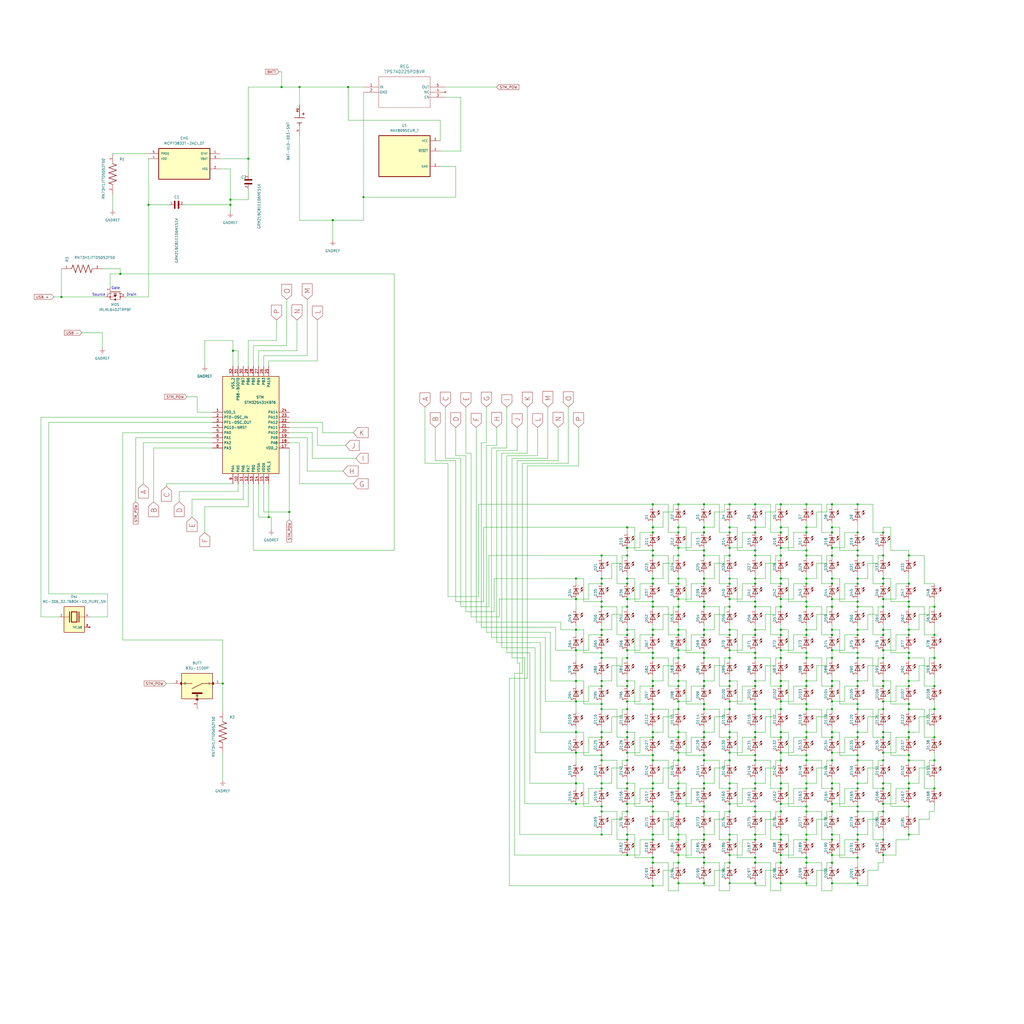
<source format=kicad_sch>
(kicad_sch (version 20250114) (generator "eeschema") (generator_version "9.0")
  (paper "User" 508 508)
  (text "Drain" (at 65.278 146.304 0) (effects (font (size 1.27 1.27))))
  (text "Gate\n" (at 57.404 143.002 0) (effects (font (size 1.27 1.27))))
  (text "Source" (at 49.022 146.304 0) (effects (font (size 1.27 1.27))))
  (junction (at 336.55 427.99))
  (junction (at 463.55 314.96))
  (junction (at 400.05 264.16))
  (junction (at 412.75 402.59))
  (junction (at 361.95 340.36))
  (junction (at 311.15 314.96))
  (junction (at 361.95 297.18))
  (junction (at 400.05 414.02))
  (junction (at 298.45 337.82))
  (junction (at 311.15 289.56))
  (junction (at 387.35 322.58))
  (junction (at 412.75 398.78))
  (junction (at 387.35 377.19))
  (junction (at 425.45 391.16))
  (junction (at 412.75 377.19))
  (junction (at 298.45 275.59))
  (junction (at 387.35 340.36))
  (junction (at 349.25 351.79))
  (junction (at 298.45 287.02))
  (junction (at 450.85 275.59))
  (junction (at 387.35 427.99))
  (junction (at 349.25 337.82))
  (junction (at 463.55 326.39))
  (junction (at 311.15 398.78))
  (junction (at 450.85 351.79))
  (junction (at 311.15 391.16))
  (junction (at 336.55 377.19))
  (junction (at 336.55 250.19))
  (junction (at 387.35 271.78))
  (junction (at 336.55 391.16))
  (junction (at 438.15 314.96))
  (junction (at 336.55 438.15))
  (junction (at 311.15 337.82))
  (junction (at 450.85 323.85))
  (junction (at 336.55 326.39))
  (junction (at 387.35 351.79))
  (junction (at 298.45 402.59))
  (junction (at 298.45 298.45))
  (junction (at 349.25 340.36))
  (junction (at 361.95 271.78))
  (junction (at 361.95 373.38))
  (junction (at 400.05 314.96))
  (junction (at 425.45 388.62))
  (junction (at 349.25 402.59))
  (junction (at 361.95 351.79))
  (junction (at 311.15 300.99))
  (junction (at 438.15 287.02))
  (junction (at 438.15 289.56))
  (junction (at 374.65 275.59))
  (junction (at 285.75 388.62))
  (junction (at 285.75 337.82))
  (junction (at 387.35 289.56))
  (junction (at 438.15 402.59))
  (junction (at 323.85 264.16))
  (junction (at 336.55 289.56))
  (junction (at 412.75 438.15))
  (junction (at 361.95 250.19))
  (junction (at 425.45 349.25))
  (junction (at 463.55 377.19))
  (junction (at 349.25 312.42))
  (junction (at 374.65 374.65))
  (junction (at 323.85 314.96))
  (junction (at 450.85 312.42))
  (junction (at 361.95 416.56))
  (junction (at 387.35 326.39))
  (junction (at 349.25 273.05))
  (junction (at 450.85 298.45))
  (junction (at 298.45 312.42))
  (junction (at 387.35 297.18))
  (junction (at 374.65 261.62))
  (junction (at 400.05 374.65))
  (junction (at 374.65 264.16))
  (junction (at 361.95 363.22))
  (junction (at 438.15 416.56))
  (junction (at 311.15 363.22))
  (junction (at 374.65 438.15))
  (junction (at 336.55 312.42))
  (junction (at 412.75 340.36))
  (junction (at 425.45 273.05))
  (junction (at 387.35 391.16))
  (junction (at 336.55 322.58))
  (junction (at 438.15 337.82))
  (junction (at 323.85 337.82))
  (junction (at 361.95 300.99))
  (junction (at 438.15 377.19))
  (junction (at 285.75 398.78))
  (junction (at 361.95 326.39))
  (junction (at 450.85 377.19))
  (junction (at 285.75 373.38))
  (junction (at 412.75 347.98))
  (junction (at 412.75 312.42))
  (junction (at 374.65 351.79))
  (junction (at 311.15 275.59))
  (junction (at 374.65 414.02))
  (junction (at 438.15 300.99))
  (junction (at 387.35 312.42))
  (junction (at 463.55 365.76))
  (junction (at 412.75 275.59))
  (junction (at 412.75 297.18))
  (junction (at 336.55 398.78))
  (junction (at 400.05 287.02))
  (junction (at 285.75 312.42))
  (junction (at 374.65 400.05))
  (junction (at 349.25 427.99))
  (junction (at 311.15 312.42))
  (junction (at 425.45 323.85))
  (junction (at 298.45 340.36))
  (junction (at 323.85 439.42))
  (junction (at 400.05 349.25))
  (junction (at 400.05 275.59))
  (junction (at 323.85 402.59))
  (junction (at 349.25 414.02))
  (junction (at 412.75 414.02))
  (junction (at 387.35 264.16))
  (junction (at 298.45 374.65))
  (junction (at 133.35 256.54))
  (junction (at 172.72 43.18))
  (junction (at 400.05 363.22))
  (junction (at 323.85 298.45))
  (junction (at 349.25 264.16))
  (junction (at 361.95 275.59))
  (junction (at 298.45 414.02))
  (junction (at 450.85 314.96))
  (junction (at 400.05 391.16))
  (junction (at 400.05 298.45))
  (junction (at 349.25 400.05))
  (junction (at 374.65 349.25))
  (junction (at 323.85 365.76))
  (junction (at 323.85 312.42))
  (junction (at 323.85 416.56))
  (junction (at 323.85 289.56))
  (junction (at 374.65 289.56))
  (junction (at 463.55 340.36))
  (junction (at 336.55 297.18))
  (junction (at 425.45 287.02))
  (junction (at 412.75 424.18))
  (junction (at 114.3 99.06))
  (junction (at 349.25 416.56))
  (junction (at 298.45 351.79))
  (junction (at 387.35 337.82))
  (junction (at 450.85 365.76))
  (junction (at 323.85 377.19))
  (junction (at 400.05 388.62))
  (junction (at 425.45 314.96))
  (junction (at 425.45 300.99))
  (junction (at 285.75 297.18))
  (junction (at 425.45 298.45))
  (junction (at 374.65 337.82))
  (junction (at 323.85 391.16))
  (junction (at 298.45 326.39))
  (junction (at 311.15 388.62))
  (junction (at 298.45 289.56))
  (junction (at 425.45 351.79))
  (junction (at 361.95 377.19))
  (junction (at 115.57 173.99))
  (junction (at 361.95 388.62))
  (junction (at 450.85 391.16))
  (junction (at 311.15 297.18))
  (junction (at 400.05 365.76))
  (junction (at 349.25 374.65))
  (junction (at 438.15 391.16))
  (junction (at 349.25 388.62))
  (junction (at 323.85 340.36))
  (junction (at 349.25 261.62))
  (junction (at 412.75 373.38))
  (junction (at 387.35 414.02))
  (junction (at 298.45 323.85))
  (junction (at 323.85 427.99))
  (junction (at 438.15 297.18))
  (junction (at 387.35 275.59))
  (junction (at 374.65 298.45))
  (junction (at 323.85 273.05))
  (junction (at 323.85 388.62))
  (junction (at 438.15 373.38))
  (junction (at 425.45 340.36))
  (junction (at 425.45 289.56))
  (junction (at 400.05 250.19))
  (junction (at 387.35 300.99))
  (junction (at 349.25 365.76))
  (junction (at 336.55 402.59))
  (junction (at 400.05 337.82))
  (junction (at 298.45 388.62))
  (junction (at 450.85 300.99))
  (junction (at 425.45 402.59))
  (junction (at 139.7 43.18))
  (junction (at 323.85 326.39))
  (junction (at 412.75 351.79))
  (junction (at 450.85 289.56))
  (junction (at 311.15 377.19))
  (junction (at 387.35 261.62))
  (junction (at 400.05 377.19))
  (junction (at 336.55 261.62))
  (junction (at 323.85 414.02))
  (junction (at 412.75 289.56))
  (junction (at 412.75 365.76))
  (junction (at 412.75 261.62))
  (junction (at 59.69 135.89))
  (junction (at 336.55 271.78))
  (junction (at 425.45 363.22))
  (junction (at 349.25 250.19))
  (junction (at 400.05 326.39))
  (junction (at 412.75 337.82))
  (junction (at 311.15 347.98))
  (junction (at 450.85 388.62))
  (junction (at 180.34 97.79))
  (junction (at 438.15 351.79))
  (junction (at 349.25 287.02))
  (junction (at 400.05 323.85))
  (junction (at 349.25 349.25))
  (junction (at 361.95 314.96))
  (junction (at 374.65 300.99))
  (junction (at 425.45 365.76))
  (junction (at 374.65 326.39))
  (junction (at 349.25 298.45))
  (junction (at 285.75 322.58))
  (junction (at 298.45 363.22))
  (junction (at 425.45 400.05))
  (junction (at 438.15 322.58))
  (junction (at 110.49 339.09))
  (junction (at 311.15 287.02))
  (junction (at 463.55 351.79))
  (junction (at 361.95 261.62))
  (junction (at 361.95 337.82))
  (junction (at 425.45 416.56))
  (junction (at 400.05 400.05))
  (junction (at 412.75 264.16))
  (junction (at 298.45 400.05))
  (junction (at 412.75 314.96))
  (junction (at 323.85 287.02))
  (junction (at 323.85 400.05))
  (junction (at 374.65 287.02))
  (junction (at 400.05 416.56))
  (junction (at 412.75 391.16))
  (junction (at 400.05 402.59))
  (junction (at 311.15 351.79))
  (junction (at 285.75 363.22))
  (junction (at 349.25 275.59))
  (junction (at 438.15 340.36))
  (junction (at 336.55 340.36))
  (junction (at 387.35 250.19))
  (junction (at 387.35 373.38))
  (junction (at 374.65 402.59))
  (junction (at 349.25 425.45))
  (junction (at 361.95 438.15))
  (junction (at 400.05 425.45))
  (junction (at 387.35 438.15))
  (junction (at 387.35 365.76))
  (junction (at 349.25 377.19))
  (junction (at 374.65 427.99))
  (junction (at 323.85 349.25))
  (junction (at 336.55 351.79))
  (junction (at 361.95 322.58))
  (junction (at 311.15 261.62))
  (junction (at 73.66 101.6))
  (junction (at 412.75 287.02))
  (junction (at 400.05 340.36))
  (junction (at 336.55 275.59))
  (junction (at 412.75 363.22))
  (junction (at 311.15 373.38))
  (junction (at 425.45 312.42))
  (junction (at 323.85 261.62))
  (junction (at 311.15 340.36))
  (junction (at 400.05 289.56))
  (junction (at 438.15 365.76))
  (junction (at 438.15 424.18))
  (junction (at 323.85 323.85))
  (junction (at 374.65 416.56))
  (junction (at 336.55 414.02))
  (junction (at 336.55 300.99))
  (junction (at 336.55 264.16))
  (junction (at 374.65 323.85))
  (junction (at 400.05 438.15))
  (junction (at 349.25 314.96))
  (junction (at 30.48 147.32))
  (junction (at 374.65 388.62))
  (junction (at 438.15 398.78))
  (junction (at 349.25 326.39))
  (junction (at 412.75 388.62))
  (junction (at 361.95 312.42))
  (junction (at 412.75 427.99))
  (junction (at 336.55 373.38))
  (junction (at 361.95 287.02))
  (junction (at 425.45 326.39))
  (junction (at 387.35 347.98))
  (junction (at 349.25 391.16))
  (junction (at 400.05 273.05))
  (junction (at 400.05 427.99))
  (junction (at 123.19 78.74))
  (junction (at 311.15 271.78))
  (junction (at 323.85 425.45))
  (junction (at 298.45 349.25))
  (junction (at 285.75 287.02))
  (junction (at 400.05 312.42))
  (junction (at 400.05 261.62))
  (junction (at 298.45 391.16))
  (junction (at 361.95 398.78))
  (junction (at 412.75 322.58))
  (junction (at 438.15 275.59))
  (junction (at 349.25 438.15))
  (junction (at 323.85 374.65))
  (junction (at 285.75 347.98))
  (junction (at 387.35 398.78))
  (junction (at 311.15 416.56))
  (junction (at 323.85 363.22))
  (junction (at 387.35 314.96))
  (junction (at 361.95 365.76))
  (junction (at 450.85 337.82))
  (junction (at 425.45 275.59))
  (junction (at 361.95 391.16))
  (junction (at 400.05 300.99))
  (junction (at 438.15 326.39))
  (junction (at 311.15 326.39))
  (junction (at 336.55 365.76))
  (junction (at 361.95 427.99))
  (junction (at 425.45 377.19))
  (junction (at 425.45 337.82))
  (junction (at 450.85 363.22))
  (junction (at 298.45 314.96))
  (junction (at 450.85 349.25))
  (junction (at 323.85 250.19))
  (junction (at 361.95 414.02))
  (junction (at 463.55 300.99))
  (junction (at 412.75 250.19))
  (junction (at 387.35 388.62))
  (junction (at 311.15 424.18))
  (junction (at 412.75 271.78))
  (junction (at 361.95 424.18))
  (junction (at 311.15 322.58))
  (junction (at 336.55 337.82))
  (junction (at 438.15 363.22))
  (junction (at 361.95 402.59))
  (junction (at 374.65 273.05))
  (junction (at 374.65 314.96))
  (junction (at 374.65 365.76))
  (junction (at 463.55 391.16))
  (junction (at 450.85 374.65))
  (junction (at 336.55 287.02))
  (junction (at 450.85 414.02))
  (junction (at 450.85 400.05))
  (junction (at 148.59 43.18))
  (junction (at 361.95 347.98))
  (junction (at 425.45 250.19))
  (junction (at 400.05 351.79))
  (junction (at 311.15 414.02))
  (junction (at 311.15 365.76))
  (junction (at 387.35 287.02))
  (junction (at 412.75 300.99))
  (junction (at 425.45 414.02))
  (junction (at 336.55 424.18))
  (junction (at 438.15 264.16))
  (junction (at 143.51 254))
  (junction (at 425.45 438.15))
  (junction (at 361.95 264.16))
  (junction (at 374.65 250.19))
  (junction (at 298.45 300.99))
  (junction (at 425.45 425.45))
  (junction (at 374.65 312.42))
  (junction (at 336.55 314.96))
  (junction (at 323.85 351.79))
  (junction (at 387.35 363.22))
  (junction (at 387.35 402.59))
  (junction (at 349.25 300.99))
  (junction (at 336.55 388.62))
  (junction (at 387.35 424.18))
  (junction (at 374.65 363.22))
  (junction (at 425.45 264.16))
  (junction (at 114.3 101.6))
  (junction (at 336.55 363.22))
  (junction (at 387.35 416.56))
  (junction (at 438.15 347.98))
  (junction (at 349.25 323.85))
  (junction (at 349.25 289.56))
  (junction (at 323.85 275.59))
  (junction (at 298.45 365.76))
  (junction (at 311.15 402.59))
  (junction (at 336.55 347.98))
  (junction (at 374.65 425.45))
  (junction (at 361.95 289.56))
  (junction (at 374.65 340.36))
  (junction (at 165.1 109.22))
  (junction (at 336.55 416.56))
  (junction (at 323.85 300.99))
  (junction (at 374.65 377.19))
  (junction (at 450.85 340.36))
  (junction (at 450.85 326.39))
  (junction (at 374.65 391.16))
  (junction (at 298.45 377.19))
  (junction (at 438.15 388.62))
  (junction (at 412.75 326.39))
  (junction (at 438.15 312.42))
  (junction (at 412.75 416.56))
  (junction (at 425.45 374.65))
  (junction (at 349.25 363.22))
  (wire (pts (xy 387.35 363.22) (xy 391.16 363.22)))
  (wire (pts (xy 400.05 259.08) (xy 400.05 261.62)))
  (wire (pts (xy 125.73 171.45) (xy 142.24 171.45)))
  (wire (pts (xy 292.1 289.56) (xy 298.45 289.56)))
  (wire (pts (xy 236.22 212.09) (xy 236.22 308.61)))
  (wire (pts (xy 407.67 427.99) (xy 407.67 441.96)))
  (wire (pts (xy 387.35 322.58) (xy 393.7 322.58)))
  (wire (pts (xy 425.45 400.05) (xy 425.45 402.59)))
  (wire (pts (xy 433.07 275.59) (xy 425.45 275.59)))
  (wire (pts (xy 368.3 264.16) (xy 368.3 271.78)))
  (wire (pts (xy 123.19 78.74) (xy 123.19 86.36)))
  (wire (pts (xy 236.22 308.61) (xy 278.13 308.61)))
  (wire (pts (xy 400.05 271.78) (xy 400.05 273.05)))
  (wire (pts (xy 328.93 381) (xy 334.01 381)))
  (wire (pts (xy 433.07 264.16) (xy 438.15 264.16)))
  (wire (pts (xy 450.85 378.46) (xy 450.85 377.19)))
  (wire (pts (xy 382.27 314.96) (xy 387.35 314.96)))
  (wire (pts (xy 374.65 312.42) (xy 379.73 312.42)))
  (wire (pts (xy 365.76 400.05) (xy 374.65 400.05)))
  (wire (pts (xy 238.76 219.71) (xy 238.76 311.15)))
  (wire (pts (xy 412.75 414.02) (xy 412.75 416.56)))
  (wire (pts (xy 298.45 327.66) (xy 298.45 326.39)))
  (wire (pts (xy 416.56 388.62) (xy 416.56 400.05)))
  (wire (pts (xy 354.33 355.6) (xy 359.41 355.6)))
  (wire (pts (xy 50.8 133.35) (xy 59.69 133.35)))
  (wire (pts (xy 412.75 427.99) (xy 412.75 429.26)))
  (wire (pts (xy 328.93 363.22) (xy 328.93 355.6)))
  (wire (pts (xy 400.05 322.58) (xy 400.05 323.85)))
  (wire (pts (xy 306.07 402.59) (xy 306.07 416.56)))
  (wire (pts (xy 391.16 261.62) (xy 391.16 273.05)))
  (wire (pts (xy 40.64 165.1) (xy 50.8 165.1)))
  (wire (pts (xy 323.85 284.48) (xy 323.85 287.02)))
  (wire (pts (xy 438.15 373.38) (xy 438.15 377.19)))
  (wire (pts (xy 55.88 76.2) (xy 73.66 76.2)))
  (wire (pts (xy 349.25 349.25) (xy 349.25 351.79)))
  (wire (pts (xy 349.25 353.06) (xy 349.25 351.79)))
  (wire (pts (xy 391.16 363.22) (xy 391.16 374.65)))
  (wire (pts (xy 257.81 414.02) (xy 257.81 328.93)))
  (wire (pts (xy 336.55 312.42) (xy 340.36 312.42)))
  (wire (pts (xy 438.15 322.58) (xy 438.15 326.39)))
  (wire (pts (xy 410.21 304.8) (xy 410.21 300.99)))
  (wire (pts (xy 416.56 312.42) (xy 416.56 323.85)))
  (wire (pts (xy 391.16 388.62) (xy 391.16 400.05)))
  (wire (pts (xy 433.07 402.59) (xy 433.07 416.56)))
  (wire (pts (xy 306.07 377.19) (xy 306.07 391.16)))
  (wire (pts (xy 276.86 228.6) (xy 256.54 228.6)))
  (wire (pts (xy 444.5 391.16) (xy 444.5 398.78)))
  (wire (pts (xy 359.41 377.19) (xy 361.95 377.19)))
  (wire (pts (xy 306.07 377.19) (xy 298.45 377.19)))
  (wire (pts (xy 356.87 351.79) (xy 349.25 351.79)))
  (wire (pts (xy 379.73 304.8) (xy 384.81 304.8)))
  (wire (pts (xy 387.35 388.62) (xy 391.16 388.62)))
  (wire (pts (xy 148.59 109.22) (xy 165.1 109.22)))
  (wire (pts (xy 314.96 414.02) (xy 314.96 425.45)))
  (wire (pts (xy 317.5 365.76) (xy 317.5 373.38)))
  (wire (pts (xy 237.49 250.19) (xy 237.49 295.91)))
  (wire (pts (xy 361.95 337.82) (xy 361.95 340.36)))
  (wire (pts (xy 247.65 297.18) (xy 247.65 306.07)))
  (wire (pts (xy 323.85 373.38) (xy 323.85 374.65)))
  (wire (pts (xy 349.25 403.86) (xy 349.25 402.59)))
  (wire (pts (xy 419.1 416.56) (xy 425.45 416.56)))
  (wire (pts (xy 400.05 429.26) (xy 400.05 427.99)))
  (wire (pts (xy 430.53 337.82) (xy 430.53 330.2)))
  (wire (pts (xy 289.56 374.65) (xy 298.45 374.65)))
  (wire (pts (xy 374.65 302.26) (xy 374.65 300.99)))
  (wire (pts (xy 285.75 363.22) (xy 289.56 363.22)))
  (wire (pts (xy 410.21 330.2) (xy 410.21 326.39)))
  (wire (pts (xy 463.55 335.28) (xy 463.55 340.36)))
  (wire (pts (xy 228.6 227.33) (xy 228.6 300.99)))
  (wire (pts (xy 334.01 402.59) (xy 336.55 402.59)))
  (wire (pts (xy 356.87 275.59) (xy 349.25 275.59)))
  (wire (pts (xy 444.5 314.96) (xy 444.5 322.58)))
  (wire (pts (xy 387.35 335.28) (xy 387.35 337.82)))
  (wire (pts (xy 374.65 378.46) (xy 374.65 377.19)))
  (wire (pts (xy 336.55 261.62) (xy 340.36 261.62)))
  (wire (pts (xy 311.15 284.48) (xy 311.15 287.02)))
  (wire (pts (xy 298.45 287.02) (xy 303.53 287.02)))
  (wire (pts (xy 405.13 431.8) (xy 410.21 431.8)))
  (wire (pts (xy 391.16 414.02) (xy 391.16 425.45)))
  (wire (pts (xy 349.25 273.05) (xy 349.25 275.59)))
  (wire (pts (xy 368.3 264.16) (xy 374.65 264.16)))
  (wire (pts (xy 323.85 287.02) (xy 328.93 287.02)))
  (wire (pts (xy 361.95 287.02) (xy 365.76 287.02)))
  (wire (pts (xy 387.35 438.15) (xy 400.05 438.15)))
  (wire (pts (xy 303.53 287.02) (xy 303.53 279.4)))
  (wire (pts (xy 331.47 250.19) (xy 323.85 250.19)))
  (wire (pts (xy 323.85 312.42) (xy 323.85 314.96)))
  (wire (pts (xy 349.25 322.58) (xy 349.25 323.85)))
  (wire (pts (xy 450.85 312.42) (xy 450.85 314.96)))
  (wire (pts (xy 143.51 254) (xy 143.51 257.81)))
  (wire (pts (xy 359.41 427.99) (xy 361.95 427.99)))
  (wire (pts (xy 438.15 312.42) (xy 441.96 312.42)))
  (wire (pts (xy 438.15 337.82) (xy 438.15 340.36)))
  (wire (pts (xy 425.45 273.05) (xy 425.45 275.59)))
  (wire (pts (xy 311.15 309.88) (xy 311.15 312.42)))
  (wire (pts (xy 407.67 416.56) (xy 412.75 416.56)))
  (wire (pts (xy 133.35 179.07) (xy 157.48 179.07)))
  (wire (pts (xy 387.35 309.88) (xy 387.35 312.42)))
  (wire (pts (xy 433.07 416.56) (xy 438.15 416.56)))
  (wire (pts (xy 425.45 414.02) (xy 425.45 416.56)))
  (wire (pts (xy 412.75 337.82) (xy 412.75 340.36)))
  (wire (pts (xy 261.62 224.79) (xy 248.92 224.79)))
  (wire (pts (xy 336.55 271.78) (xy 336.55 275.59)))
  (wire (pts (xy 433.07 300.99) (xy 425.45 300.99)))
  (wire (pts (xy 455.93 381) (xy 461.01 381)))
  (wire (pts (xy 298.45 363.22) (xy 298.45 365.76)))
  (wire (pts (xy 419.1 391.16) (xy 419.1 398.78)))
  (wire (pts (xy 425.45 284.48) (xy 425.45 287.02)))
  (wire (pts (xy 273.05 337.82) (xy 273.05 313.69)))
  (wire (pts (xy 382.27 377.19) (xy 382.27 391.16)))
  (wire (pts (xy 317.5 314.96) (xy 317.5 322.58)))
  (wire (pts (xy 368.3 365.76) (xy 374.65 365.76)))
  (wire (pts (xy 311.15 347.98) (xy 317.5 347.98)))
  (wire (pts (xy 114.3 101.6) (xy 114.3 105.41)))
  (wire (pts (xy 311.15 424.18) (xy 317.5 424.18)))
  (wire (pts (xy 342.9 416.56) (xy 342.9 424.18)))
  (wire (pts (xy 336.55 414.02) (xy 336.55 416.56)))
  (wire (pts (xy 303.53 381) (xy 308.61 381)))
  (wire (pts (xy 384.81 427.99) (xy 387.35 427.99)))
  (wire (pts (xy 361.95 373.38) (xy 368.3 373.38)))
  (wire (pts (xy 430.53 363.22) (xy 430.53 355.6)))
  (wire (pts (xy 336.55 312.42) (xy 336.55 314.96)))
  (wire (pts (xy 73.66 78.74) (xy 73.66 101.6)))
  (wire (pts (xy 438.15 284.48) (xy 438.15 287.02)))
  (wire (pts (xy 311.15 322.58) (xy 317.5 322.58)))
  (wire (pts (xy 361.95 398.78) (xy 368.3 398.78)))
  (wire (pts (xy 53.34 294.64) (xy 53.34 306.07)))
  (wire (pts (xy 254 227.33) (xy 254 326.39)))
  (wire (pts (xy 361.95 287.02) (xy 361.95 289.56)))
  (wire (pts (xy 222.25 229.87) (xy 222.25 295.91)))
  (wire (pts (xy 115.57 181.61) (xy 115.57 173.99)))
  (wire (pts (xy 323.85 337.82) (xy 328.93 337.82)))
  (wire (pts (xy 455.93 304.8) (xy 461.01 304.8)))
  (wire (pts (xy 410.21 351.79) (xy 412.75 351.79)))
  (wire (pts (xy 172.72 59.69) (xy 172.72 43.18)))
  (wire (pts (xy 416.56 298.45) (xy 425.45 298.45)))
  (wire (pts (xy 374.65 438.15) (xy 374.65 439.42)))
  (wire (pts (xy 407.67 289.56) (xy 412.75 289.56)))
  (wire (pts (xy 368.3 314.96) (xy 368.3 322.58)))
  (wire (pts (xy 416.56 425.45) (xy 425.45 425.45)))
  (wire (pts (xy 354.33 337.82) (xy 354.33 330.2)))
  (wire (pts (xy 455.93 406.4) (xy 461.01 406.4)))
  (wire (pts (xy 430.53 304.8) (xy 435.61 304.8)))
  (wire (pts (xy 340.36 323.85) (xy 349.25 323.85)))
  (wire (pts (xy 444.5 365.76) (xy 450.85 365.76)))
  (wire (pts (xy 412.75 388.62) (xy 416.56 388.62)))
  (wire (pts (xy 354.33 363.22) (xy 354.33 355.6)))
  (wire (pts (xy 384.81 402.59) (xy 387.35 402.59)))
  (wire (pts (xy 314.96 349.25) (xy 323.85 349.25)))
  (wire (pts (xy 387.35 427.99) (xy 387.35 429.26)))
  (wire (pts (xy 438.15 411.48) (xy 438.15 416.56)))
  (wire (pts (xy 265.43 321.31) (xy 248.92 321.31)))
  (wire (pts (xy 387.35 373.38) (xy 387.35 377.19)))
  (wire (pts (xy 331.47 427.99) (xy 331.47 441.96)))
  (wire (pts (xy 387.35 312.42) (xy 391.16 312.42)))
  (wire (pts (xy 340.36 414.02) (xy 340.36 425.45)))
  (wire (pts (xy 331.47 441.96) (xy 336.55 441.96)))
  (wire (pts (xy 60.96 317.5) (xy 60.96 214.63)))
  (wire (pts (xy 95.25 247.65) (xy 95.25 256.54)))
  (wire (pts (xy 334.01 254) (xy 334.01 250.19)))
  (wire (pts (xy 425.45 259.08) (xy 425.45 264.16)))
  (wire (pts (xy 143.51 219.71) (xy 148.59 219.71)))
  (wire (pts (xy 323.85 276.86) (xy 323.85 275.59)))
  (wire (pts (xy 323.85 335.28) (xy 323.85 337.82)))
  (wire (pts (xy 382.27 441.96) (xy 387.35 441.96)))
  (wire (pts (xy 441.96 287.02) (xy 441.96 298.45)))
  (wire (pts (xy 450.85 411.48) (xy 450.85 414.02)))
  (wire (pts (xy 359.41 326.39) (xy 361.95 326.39)))
  (wire (pts (xy 285.75 309.88) (xy 285.75 312.42)))
  (wire (pts (xy 444.5 289.56) (xy 450.85 289.56)))
  (wire (pts (xy 400.05 287.02) (xy 405.13 287.02)))
  (wire (pts (xy 382.27 351.79) (xy 382.27 365.76)))
  (wire (pts (xy 438.15 351.79) (xy 438.15 353.06)))
  (wire (pts (xy 241.3 313.69) (xy 273.05 313.69)))
  (wire (pts (xy 387.35 297.18) (xy 387.35 300.99)))
  (wire (pts (xy 292.1 289.56) (xy 292.1 297.18)))
  (wire (pts (xy 374.65 429.26) (xy 374.65 427.99)))
  (wire (pts (xy 412.75 322.58) (xy 412.75 326.39)))
  (wire (pts (xy 393.7 340.36) (xy 400.05 340.36)))
  (wire (pts (xy 311.15 337.82) (xy 314.96 337.82)))
  (wire (pts (xy 412.75 297.18) (xy 412.75 300.99)))
  (wire (pts (xy 231.14 224.79) (xy 233.68 224.79)))
  (wire (pts (xy 425.45 398.78) (xy 425.45 400.05)))
  (wire (pts (xy 245.11 303.53) (xy 231.14 303.53)))
  (wire (pts (xy 298.45 337.82) (xy 298.45 340.36)))
  (wire (pts (xy 400.05 373.38) (xy 400.05 374.65)))
  (wire (pts (xy 379.73 414.02) (xy 379.73 406.4)))
  (wire (pts (xy 298.45 386.08) (xy 298.45 388.62)))
  (wire (pts (xy 311.15 388.62) (xy 314.96 388.62)))
  (wire (pts (xy 285.75 347.98) (xy 292.1 347.98)))
  (wire (pts (xy 306.07 289.56) (xy 311.15 289.56)))
  (wire (pts (xy 461.01 304.8) (xy 461.01 300.99)))
  (wire (pts (xy 311.15 335.28) (xy 311.15 337.82)))
  (wire (pts (xy 400.05 436.88) (xy 400.05 438.15)))
  (wire (pts (xy 331.47 300.99) (xy 331.47 314.96)))
  (wire (pts (xy 354.33 381) (xy 359.41 381)))
  (wire (pts (xy 361.95 388.62) (xy 365.76 388.62)))
  (wire (pts (xy 336.55 322.58) (xy 342.9 322.58)))
  (wire (pts (xy 438.15 261.62) (xy 441.96 261.62)))
  (wire (pts (xy 160.02 214.63) (xy 160.02 209.55)))
  (wire (pts (xy 387.35 398.78) (xy 393.7 398.78)))
  (wire (pts (xy 356.87 391.16) (xy 361.95 391.16)))
  (wire (pts (xy 285.75 322.58) (xy 275.59 322.58)))
  (wire (pts (xy 361.95 402.59) (xy 361.95 403.86)))
  (wire (pts (xy 328.93 439.42) (xy 328.93 431.8)))
  (wire (pts (xy 105.41 207.01) (xy 20.32 207.01)))
  (wire (pts (xy 412.75 300.99) (xy 412.75 302.26)))
  (wire (pts (xy 285.75 388.62) (xy 285.75 391.16)))
  (wire (pts (xy 435.61 300.99) (xy 438.15 300.99)))
  (wire (pts (xy 455.93 388.62) (xy 455.93 381)))
  (wire (pts (xy 328.93 414.02) (xy 328.93 406.4)))
  (wire (pts (xy 265.43 373.38) (xy 265.43 321.31)))
  (wire (pts (xy 241.3 220.98) (xy 241.3 313.69)))
  (wire (pts (xy 416.56 400.05) (xy 425.45 400.05)))
  (wire (pts (xy 407.67 326.39) (xy 400.05 326.39)))
  (wire (pts (xy 458.47 351.79) (xy 450.85 351.79)))
  (wire (pts (xy 342.9 391.16) (xy 349.25 391.16)))
  (wire (pts (xy 361.95 297.18) (xy 361.95 300.99)))
  (wire (pts (xy 285.75 337.82) (xy 289.56 337.82)))
  (wire (pts (xy 441.96 374.65) (xy 450.85 374.65)))
  (wire (pts (xy 152.4 217.17) (xy 152.4 233.68)))
  (wire (pts (xy 314.96 287.02) (xy 314.96 298.45)))
  (wire (pts (xy 311.15 312.42) (xy 311.15 314.96)))
  (wire (pts (xy 450.85 353.06) (xy 450.85 351.79)))
  (wire (pts (xy 340.36 298.45) (xy 349.25 298.45)))
  (wire (pts (xy 374.65 439.42) (xy 379.73 439.42)))
  (wire (pts (xy 412.75 438.15) (xy 425.45 438.15)))
  (wire (pts (xy 110.49 339.09) (xy 110.49 353.06)))
  (wire (pts (xy 331.47 402.59) (xy 323.85 402.59)))
  (wire (pts (xy 323.85 414.02) (xy 323.85 416.56)))
  (wire (pts (xy 425.45 287.02) (xy 430.53 287.02)))
  (wire (pts (xy 62.23 147.32) (xy 73.66 147.32)))
  (wire (pts (xy 298.45 337.82) (xy 303.53 337.82)))
  (wire (pts (xy 255.27 424.18) (xy 255.27 334.01)))
  (wire (pts (xy 118.11 181.61) (xy 118.11 173.99)))
  (wire (pts (xy 311.15 300.99) (xy 311.15 302.26)))
  (wire (pts (xy 391.16 287.02) (xy 391.16 298.45)))
  (wire (pts (xy 292.1 314.96) (xy 298.45 314.96)))
  (wire (pts (xy 130.81 240.03) (xy 130.81 254)))
  (wire (pts (xy 311.15 347.98) (xy 311.15 351.79)))
  (wire (pts (xy 438.15 326.39) (xy 438.15 327.66)))
  (wire (pts (xy 461.01 300.99) (xy 463.55 300.99)))
  (wire (pts (xy 311.15 297.18) (xy 317.5 297.18)))
  (wire (pts (xy 130.81 176.53) (xy 152.4 176.53)))
  (wire (pts (xy 328.93 287.02) (xy 328.93 279.4)))
  (wire (pts (xy 298.45 275.59) (xy 242.57 275.59)))
  (wire (pts (xy 412.75 424.18) (xy 412.75 427.99)))
  (wire (pts (xy 412.75 259.08) (xy 412.75 261.62)))
  (wire (pts (xy 334.01 304.8) (xy 334.01 300.99)))
  (wire (pts (xy 405.13 254) (xy 410.21 254)))
  (wire (pts (xy 336.55 326.39) (xy 336.55 327.66)))
  (wire (pts (xy 405.13 287.02) (xy 405.13 279.4)))
  (wire (pts (xy 368.3 289.56) (xy 368.3 297.18)))
  (wire (pts (xy 342.9 289.56) (xy 349.25 289.56)))
  (wire (pts (xy 317.5 264.16) (xy 323.85 264.16)))
  (wire (pts (xy 285.75 347.98) (xy 270.51 347.98)))
  (wire (pts (xy 278.13 312.42) (xy 278.13 308.61)))
  (wire (pts (xy 336.55 363.22) (xy 340.36 363.22)))
  (wire (pts (xy 336.55 297.18) (xy 342.9 297.18)))
  (wire (pts (xy 412.75 309.88) (xy 412.75 312.42)))
  (wire (pts (xy 251.46 201.93) (xy 251.46 222.25)))
  (wire (pts (xy 407.67 250.19) (xy 400.05 250.19)))
  (wire (pts (xy 24.13 209.55) (xy 24.13 294.64)))
  (wire (pts (xy 461.01 377.19) (xy 463.55 377.19)))
  (wire (pts (xy 340.36 363.22) (xy 340.36 374.65)))
  (wire (pts (xy 435.61 330.2) (xy 435.61 326.39)))
  (wire (pts (xy 306.07 314.96) (xy 311.15 314.96)))
  (wire (pts (xy 311.15 411.48) (xy 311.15 414.02)))
  (wire (pts (xy 412.75 261.62) (xy 416.56 261.62)))
  (wire (pts (xy 356.87 377.19) (xy 349.25 377.19)))
  (wire (pts (xy 340.36 312.42) (xy 340.36 323.85)))
  (wire (pts (xy 323.85 400.05) (xy 323.85 402.59)))
  (wire (pts (xy 285.75 347.98) (xy 285.75 353.06)))
  (wire (pts (xy 412.75 377.19) (xy 412.75 378.46)))
  (wire (pts (xy 349.25 374.65) (xy 349.25 377.19)))
  (wire (pts (xy 387.35 436.88) (xy 387.35 438.15)))
  (wire (pts (xy 458.47 314.96) (xy 463.55 314.96)))
  (wire (pts (xy 361.95 398.78) (xy 361.95 402.59)))
  (wire (pts (xy 374.65 287.02) (xy 379.73 287.02)))
  (wire (pts (xy 400.05 327.66) (xy 400.05 326.39)))
  (wire (pts (xy 412.75 261.62) (xy 412.75 264.16)))
  (wire (pts (xy 342.9 314.96) (xy 342.9 322.58)))
  (wire (pts (xy 311.15 326.39) (xy 311.15 327.66)))
  (wire (pts (xy 298.45 276.86) (xy 298.45 275.59)))
  (wire (pts (xy 412.75 250.19) (xy 412.75 251.46)))
  (wire (pts (xy 349.25 424.18) (xy 349.25 425.45)))
  (wire (pts (xy 220.98 43.18) (xy 246.38 43.18)))
  (wire (pts (xy 359.41 406.4) (xy 359.41 402.59)))
  (wire (pts (xy 374.65 261.62) (xy 374.65 264.16)))
  (wire (pts (xy 400.05 398.78) (xy 400.05 400.05)))
  (wire (pts (xy 334.01 377.19) (xy 336.55 377.19)))
  (wire (pts (xy 285.75 373.38) (xy 265.43 373.38)))
  (wire (pts (xy 298.45 374.65) (xy 298.45 377.19)))
  (wire (pts (xy 438.15 287.02) (xy 441.96 287.02)))
  (wire (pts (xy 148.59 52.07) (xy 148.59 43.18)))
  (wire (pts (xy 349.25 271.78) (xy 349.25 273.05)))
  (wire (pts (xy 331.47 300.99) (xy 323.85 300.99)))
  (wire (pts (xy 157.48 220.98) (xy 171.45 220.98)))
  (wire (pts (xy 308.61 351.79) (xy 311.15 351.79)))
  (wire (pts (xy 289.56 323.85) (xy 298.45 323.85)))
  (wire (pts (xy 425.45 438.15) (xy 425.45 439.42)))
  (wire (pts (xy 374.65 298.45) (xy 374.65 300.99)))
  (wire (pts (xy 336.55 424.18) (xy 336.55 427.99)))
  (wire (pts (xy 463.55 297.18) (xy 463.55 300.99)))
  (wire (pts (xy 438.15 297.18) (xy 438.15 300.99)))
  (wire (pts (xy 354.33 304.8) (xy 359.41 304.8)))
  (wire (pts (xy 430.53 287.02) (xy 430.53 279.4)))
  (wire (pts (xy 285.75 335.28) (xy 285.75 337.82)))
  (wire (pts (xy 391.16 374.65) (xy 400.05 374.65)))
  (wire (pts (xy 463.55 386.08) (xy 463.55 391.16)))
  (wire (pts (xy 285.75 297.18) (xy 285.75 302.26)))
  (wire (pts (xy 387.35 398.78) (xy 387.35 402.59)))
  (wire (pts (xy 349.25 251.46) (xy 349.25 250.19)))
  (wire (pts (xy 261.62 336.55) (xy 252.73 336.55)))
  (wire (pts (xy 306.07 300.99) (xy 298.45 300.99)))
  (wire (pts (xy 289.56 349.25) (xy 298.45 349.25)))
  (wire (pts (xy 416.56 374.65) (xy 425.45 374.65)))
  (wire (pts (xy 349.25 276.86) (xy 349.25 275.59)))
  (wire (pts (xy 361.95 322.58) (xy 368.3 322.58)))
  (wire (pts (xy 400.05 403.86) (xy 400.05 402.59)))
  (wire (pts (xy 349.25 259.08) (xy 349.25 261.62)))
  (wire (pts (xy 433.07 377.19) (xy 433.07 391.16)))
  (wire (pts (xy 416.56 337.82) (xy 416.56 349.25)))
  (wire (pts (xy 407.67 250.19) (xy 407.67 264.16)))
  (wire (pts (xy 391.16 349.25) (xy 400.05 349.25)))
  (wire (pts (xy 354.33 414.02) (xy 354.33 406.4)))
  (wire (pts (xy 374.65 386.08) (xy 374.65 388.62)))
  (wire (pts (xy 450.85 337.82) (xy 455.93 337.82)))
  (wire (pts (xy 455.93 363.22) (xy 455.93 355.6)))
  (wire (pts (xy 349.25 335.28) (xy 349.25 337.82)))
  (wire (pts (xy 285.75 386.08) (xy 285.75 388.62)))
  (wire (pts (xy 73.66 101.6) (xy 83.82 101.6)))
  (wire (pts (xy 425.45 337.82) (xy 425.45 340.36)))
  (wire (pts (xy 387.35 250.19) (xy 400.05 250.19)))
  (wire (pts (xy 450.85 400.05) (xy 450.85 403.86)))
  (wire (pts (xy 407.67 314.96) (xy 412.75 314.96)))
  (wire (pts (xy 308.61 275.59) (xy 311.15 275.59)))
  (wire (pts (xy 285.75 388.62) (xy 262.89 388.62)))
  (wire (pts (xy 400.05 374.65) (xy 400.05 377.19)))
  (wire (pts (xy 425.45 309.88) (xy 425.45 312.42)))
  (wire (pts (xy 455.93 414.02) (xy 455.93 406.4)))
  (wire (pts (xy 374.65 388.62) (xy 374.65 391.16)))
  (wire (pts (xy 175.26 214.63) (xy 160.02 214.63)))
  (wire (pts (xy 382.27 289.56) (xy 387.35 289.56)))
  (wire (pts (xy 285.75 287.02) (xy 245.11 287.02)))
  (wire (pts (xy 323.85 347.98) (xy 323.85 349.25)))
  (wire (pts (xy 425.45 388.62) (xy 430.53 388.62)))
  (wire (pts (xy 308.61 279.4) (xy 308.61 275.59)))
  (wire (pts (xy 455.93 330.2) (xy 461.01 330.2)))
  (wire (pts (xy 425.45 353.06) (xy 425.45 351.79)))
  (wire (pts (xy 336.55 414.02) (xy 340.36 414.02)))
  (wire (pts (xy 349.25 388.62) (xy 354.33 388.62)))
  (wire (pts (xy 105.41 209.55) (xy 24.13 209.55)))
  (wire (pts (xy 382.27 264.16) (xy 387.35 264.16)))
  (wire (pts (xy 340.36 337.82) (xy 340.36 349.25)))
  (wire (pts (xy 365.76 273.05) (xy 374.65 273.05)))
  (wire (pts (xy 400.05 400.05) (xy 400.05 402.59)))
  (wire (pts (xy 379.73 337.82) (xy 379.73 330.2)))
  (wire (pts (xy 220.98 48.26) (xy 228.6 48.26)))
  (wire (pts (xy 336.55 351.79) (xy 336.55 353.06)))
  (wire (pts (xy 334.01 279.4) (xy 334.01 275.59)))
  (wire (pts (xy 311.15 312.42) (xy 314.96 312.42)))
  (wire (pts (xy 438.15 309.88) (xy 438.15 312.42)))
  (wire (pts (xy 110.49 373.38) (xy 110.49 387.35)))
  (wire (pts (xy 438.15 388.62) (xy 438.15 391.16)))
  (wire (pts (xy 336.55 360.68) (xy 336.55 363.22)))
  (wire (pts (xy 354.33 439.42) (xy 354.33 431.8)))
  (wire (pts (xy 148.59 240.03) (xy 175.26 240.03)))
  (wire (pts (xy 336.55 309.88) (xy 336.55 312.42)))
  (wire (pts (xy 361.95 427.99) (xy 361.95 429.26)))
  (wire (pts (xy 256.54 228.6) (xy 256.54 328.93)))
  (wire (pts (xy 412.75 424.18) (xy 419.1 424.18)))
  (wire (pts (xy 328.93 388.62) (xy 328.93 381)))
  (wire (pts (xy 463.55 360.68) (xy 463.55 365.76)))
  (wire (pts (xy 105.41 217.17) (xy 67.31 217.17)))
  (wire (pts (xy 365.76 388.62) (xy 365.76 400.05)))
  (wire (pts (xy 349.25 398.78) (xy 349.25 400.05)))
  (wire (pts (xy 393.7 365.76) (xy 400.05 365.76)))
  (wire (pts (xy 400.05 414.02) (xy 400.05 416.56)))
  (wire (pts (xy 303.53 279.4) (xy 308.61 279.4)))
  (wire (pts (xy 334.01 355.6) (xy 334.01 351.79)))
  (wire (pts (xy 336.55 427.99) (xy 336.55 429.26)))
  (wire (pts (xy 142.24 171.45) (xy 142.24 148.59)))
  (wire (pts (xy 303.53 330.2) (xy 308.61 330.2)))
  (wire (pts (xy 323.85 323.85) (xy 323.85 326.39)))
  (wire (pts (xy 450.85 388.62) (xy 450.85 391.16)))
  (wire (pts (xy 430.53 312.42) (xy 430.53 304.8)))
  (wire (pts (xy 407.67 264.16) (xy 412.75 264.16)))
  (wire (pts (xy 387.35 411.48) (xy 387.35 414.02)))
  (wire (pts (xy 267.97 318.77) (xy 246.38 318.77)))
  (wire (pts (xy 349.25 297.18) (xy 349.25 298.45)))
  (wire (pts (xy 147.32 173.99) (xy 147.32 158.75)))
  (wire (pts (xy 226.06 82.55) (xy 226.06 97.79)))
  (wire (pts (xy 387.35 287.02) (xy 387.35 289.56)))
  (wire (pts (xy 267.97 363.22) (xy 267.97 318.77)))
  (wire (pts (xy 382.27 250.19) (xy 374.65 250.19)))
  (wire (pts (xy 303.53 312.42) (xy 303.53 304.8)))
  (wire (pts (xy 405.13 355.6) (xy 410.21 355.6)))
  (wire (pts (xy 416.56 323.85) (xy 425.45 323.85)))
  (wire (pts (xy 393.7 416.56) (xy 400.05 416.56)))
  (wire (pts (xy 328.93 279.4) (xy 334.01 279.4)))
  (wire (pts (xy 303.53 355.6) (xy 308.61 355.6)))
  (wire (pts (xy 405.13 304.8) (xy 410.21 304.8)))
  (wire (pts (xy 349.25 414.02) (xy 349.25 416.56)))
  (wire (pts (xy 71.12 219.71) (xy 105.41 219.71)))
  (wire (pts (xy 328.93 304.8) (xy 334.01 304.8)))
  (wire (pts (xy 361.95 411.48) (xy 361.95 414.02)))
  (wire (pts (xy 323.85 374.65) (xy 323.85 377.19)))
  (wire (pts (xy 160.02 209.55) (xy 143.51 209.55)))
  (wire (pts (xy 461.01 381) (xy 461.01 377.19)))
  (wire (pts (xy 435.61 427.99) (xy 438.15 427.99)))
  (wire (pts (xy 379.73 279.4) (xy 384.81 279.4)))
  (wire (pts (xy 425.45 411.48) (xy 425.45 414.02)))
  (wire (pts (xy 331.47 391.16) (xy 336.55 391.16)))
  (wire (pts (xy 226.06 228.6) (xy 226.06 298.45)))
  (wire (pts (xy 382.27 391.16) (xy 387.35 391.16)))
  (wire (pts (xy 400.05 438.15) (xy 400.05 439.42)))
  (wire (pts (xy 387.35 424.18) (xy 393.7 424.18)))
  (wire (pts (xy 323.85 302.26) (xy 323.85 300.99)))
  (wire (pts (xy 400.05 302.26) (xy 400.05 300.99)))
  (wire (pts (xy 450.85 373.38) (xy 450.85 374.65)))
  (wire (pts (xy 430.53 406.4) (xy 435.61 406.4)))
  (wire (pts (xy 419.1 314.96) (xy 419.1 322.58)))
  (wire (pts (xy 314.96 363.22) (xy 314.96 374.65)))
  (wire (pts (xy 349.25 363.22) (xy 354.33 363.22)))
  (wire (pts (xy 361.95 250.19) (xy 374.65 250.19)))
  (wire (pts (xy 73.66 101.6) (xy 73.66 147.32)))
  (wire (pts (xy 123.19 78.74) (xy 123.19 43.18)))
  (wire (pts (xy 361.95 363.22) (xy 361.95 365.76)))
  (wire (pts (xy 374.65 251.46) (xy 374.65 250.19)))
  (wire (pts (xy 419.1 365.76) (xy 425.45 365.76)))
  (wire (pts (xy 393.7 416.56) (xy 393.7 424.18)))
  (wire (pts (xy 67.31 217.17) (xy 67.31 248.92)))
  (wire (pts (xy 20.32 207.01) (xy 20.32 306.07)))
  (wire (pts (xy 133.35 181.61) (xy 133.35 179.07)))
  (wire (pts (xy 298.45 411.48) (xy 298.45 414.02)))
  (wire (pts (xy 311.15 297.18) (xy 311.15 300.99)))
  (wire (pts (xy 387.35 284.48) (xy 387.35 287.02)))
  (wire (pts (xy 382.27 402.59) (xy 382.27 416.56)))
  (wire (pts (xy 400.05 323.85) (xy 400.05 326.39)))
  (wire (pts (xy 441.96 400.05) (xy 450.85 400.05)))
  (wire (pts (xy 433.07 275.59) (xy 433.07 289.56)))
  (wire (pts (xy 143.51 214.63) (xy 154.94 214.63)))
  (wire (pts (xy 323.85 251.46) (xy 323.85 250.19)))
  (wire (pts (xy 435.61 406.4) (xy 435.61 402.59)))
  (wire (pts (xy 356.87 275.59) (xy 356.87 289.56)))
  (wire (pts (xy 412.75 411.48) (xy 412.75 414.02)))
  (wire (pts (xy 292.1 391.16) (xy 292.1 398.78)))
  (wire (pts (xy 407.67 402.59) (xy 407.67 416.56)))
  (wire (pts (xy 245.11 287.02) (xy 245.11 303.53)))
  (wire (pts (xy 412.75 398.78) (xy 419.1 398.78)))
  (wire (pts (xy 334.01 300.99) (xy 336.55 300.99)))
  (wire (pts (xy 311.15 373.38) (xy 311.15 377.19)))
  (wire (pts (xy 292.1 391.16) (xy 298.45 391.16)))
  (wire (pts (xy 365.76 312.42) (xy 365.76 323.85)))
  (wire (pts (xy 433.07 326.39) (xy 433.07 340.36)))
  (wire (pts (xy 60.96 317.5) (xy 110.49 317.5)))
  (wire (pts (xy 298.45 414.02) (xy 303.53 414.02)))
  (wire (pts (xy 349.25 425.45) (xy 349.25 427.99)))
  (wire (pts (xy 412.75 436.88) (xy 412.75 438.15)))
  (wire (pts (xy 361.95 386.08) (xy 361.95 388.62)))
  (wire (pts (xy 359.41 279.4) (xy 359.41 275.59)))
  (wire (pts (xy 210.82 229.87) (xy 222.25 229.87)))
  (wire (pts (xy 412.75 398.78) (xy 412.75 402.59)))
  (wire (pts (xy 412.75 386.08) (xy 412.75 388.62)))
  (wire (pts (xy 412.75 322.58) (xy 419.1 322.58)))
  (wire (pts (xy 387.35 414.02) (xy 391.16 414.02)))
  (wire (pts (xy 361.95 351.79) (xy 361.95 353.06)))
  (wire (pts (xy 382.27 275.59) (xy 382.27 289.56)))
  (wire (pts (xy 435.61 351.79) (xy 438.15 351.79)))
  (wire (pts (xy 463.55 347.98) (xy 463.55 351.79)))
  (wire (pts (xy 368.3 314.96) (xy 374.65 314.96)))
  (wire (pts (xy 425.45 373.38) (xy 425.45 374.65)))
  (wire (pts (xy 246.38 212.09) (xy 246.38 220.98)))
  (wire (pts (xy 374.65 373.38) (xy 374.65 374.65)))
  (wire (pts (xy 430.53 279.4) (xy 435.61 279.4)))
  (wire (pts (xy 349.25 388.62) (xy 349.25 391.16)))
  (wire (pts (xy 281.94 229.87) (xy 259.08 229.87)))
  (wire (pts (xy 400.05 424.18) (xy 400.05 425.45)))
  (wire (pts (xy 354.33 431.8) (xy 359.41 431.8)))
  (wire (pts (xy 342.9 264.16) (xy 349.25 264.16)))
  (wire (pts (xy 379.73 330.2) (xy 384.81 330.2)))
  (wire (pts (xy 354.33 406.4) (xy 359.41 406.4)))
  (wire (pts (xy 314.96 273.05) (xy 323.85 273.05)))
  (wire (pts (xy 210.82 201.93) (xy 210.82 229.87)))
  (wire (pts (xy 400.05 297.18) (xy 400.05 298.45)))
  (wire (pts (xy 308.61 406.4) (xy 308.61 402.59)))
  (wire (pts (xy 289.56 337.82) (xy 289.56 349.25)))
  (wire (pts (xy 195.58 273.05) (xy 125.73 273.05)))
  (wire (pts (xy 382.27 351.79) (xy 374.65 351.79)))
  (wire (pts (xy 356.87 402.59) (xy 349.25 402.59)))
  (wire (pts (xy 425.45 424.18) (xy 425.45 425.45)))
  (wire (pts (xy 311.15 386.08) (xy 311.15 388.62)))
  (wire (pts (xy 311.15 351.79) (xy 311.15 353.06)))
  (wire (pts (xy 407.67 300.99) (xy 407.67 314.96)))
  (wire (pts (xy 400.05 312.42) (xy 400.05 314.96)))
  (wire (pts (xy 391.16 273.05) (xy 400.05 273.05)))
  (wire (pts (xy 407.67 300.99) (xy 400.05 300.99)))
  (wire (pts (xy 461.01 351.79) (xy 463.55 351.79)))
  (wire (pts (xy 340.36 400.05) (xy 349.25 400.05)))
  (wire (pts (xy 430.53 355.6) (xy 435.61 355.6)))
  (wire (pts (xy 289.56 312.42) (xy 289.56 323.85)))
  (wire (pts (xy 450.85 322.58) (xy 450.85 323.85)))
  (wire (pts (xy 336.55 377.19) (xy 336.55 378.46)))
  (wire (pts (xy 412.75 335.28) (xy 412.75 337.82)))
  (wire (pts (xy 387.35 275.59) (xy 387.35 276.86)))
  (wire (pts (xy 331.47 351.79) (xy 331.47 365.76)))
  (wire (pts (xy 384.81 330.2) (xy 384.81 326.39)))
  (wire (pts (xy 361.95 360.68) (xy 361.95 363.22)))
  (wire (pts (xy 441.96 298.45) (xy 450.85 298.45)))
  (wire (pts (xy 441.96 363.22) (xy 441.96 374.65)))
  (wire (pts (xy 430.53 330.2) (xy 435.61 330.2)))
  (wire (pts (xy 410.21 402.59) (xy 412.75 402.59)))
  (wire (pts (xy 433.07 326.39) (xy 425.45 326.39)))
  (wire (pts (xy 382.27 365.76) (xy 387.35 365.76)))
  (wire (pts (xy 393.7 391.16) (xy 400.05 391.16)))
  (wire (pts (xy 323.85 398.78) (xy 323.85 400.05)))
  (wire (pts (xy 334.01 250.19) (xy 336.55 250.19)))
  (wire (pts (xy 331.47 326.39) (xy 323.85 326.39)))
  (wire (pts (xy 311.15 398.78) (xy 317.5 398.78)))
  (wire (pts (xy 109.22 78.74) (xy 123.19 78.74)))
  (wire (pts (xy 292.1 365.76) (xy 298.45 365.76)))
  (wire (pts (xy 400.05 378.46) (xy 400.05 377.19)))
  (wire (pts (xy 384.81 351.79) (xy 387.35 351.79)))
  (wire (pts (xy 298.45 363.22) (xy 303.53 363.22)))
  (wire (pts (xy 393.7 314.96) (xy 400.05 314.96)))
  (wire (pts (xy 438.15 398.78) (xy 438.15 402.59)))
  (wire (pts (xy 412.75 271.78) (xy 419.1 271.78)))
  (wire (pts (xy 349.25 323.85) (xy 349.25 326.39)))
  (wire (pts (xy 220.98 201.93) (xy 220.98 227.33)))
  (wire (pts (xy 303.53 406.4) (xy 308.61 406.4)))
  (wire (pts (xy 328.93 261.62) (xy 328.93 254)))
  (wire (pts (xy 336.55 287.02) (xy 336.55 289.56)))
  (wire (pts (xy 298.45 287.02) (xy 298.45 289.56)))
  (wire (pts (xy 342.9 365.76) (xy 349.25 365.76)))
  (wire (pts (xy 323.85 439.42) (xy 252.73 439.42)))
  (wire (pts (xy 323.85 378.46) (xy 323.85 377.19)))
  (wire (pts (xy 134.62 256.54) (xy 134.62 262.89)))
  (wire (pts (xy 407.67 275.59) (xy 407.67 289.56)))
  (wire (pts (xy 285.75 287.02) (xy 285.75 289.56)))
  (wire (pts (xy 458.47 326.39) (xy 458.47 340.36)))
  (wire (pts (xy 298.45 312.42) (xy 303.53 312.42)))
  (wire (pts (xy 458.47 300.99) (xy 450.85 300.99)))
  (wire (pts (xy 349.25 363.22) (xy 349.25 365.76)))
  (wire (pts (xy 435.61 377.19) (xy 438.15 377.19)))
  (wire (pts (xy 349.25 400.05) (xy 349.25 402.59)))
  (wire (pts (xy 416.56 273.05) (xy 425.45 273.05)))
  (wire (pts (xy 461.01 406.4) (xy 461.01 402.59)))
  (wire (pts (xy 298.45 312.42) (xy 298.45 314.96)))
  (wire (pts (xy 306.07 275.59) (xy 298.45 275.59)))
  (wire (pts (xy 416.56 287.02) (xy 416.56 298.45)))
  (wire (pts (xy 438.15 402.59) (xy 438.15 403.86)))
  (wire (pts (xy 412.75 438.15) (xy 412.75 441.96)))
  (wire (pts (xy 430.53 439.42) (xy 430.53 431.8)))
  (wire (pts (xy 340.36 349.25) (xy 349.25 349.25)))
  (wire (pts (xy 336.55 424.18) (xy 342.9 424.18)))
  (wire (pts (xy 331.47 377.19) (xy 323.85 377.19)))
  (wire (pts (xy 374.65 374.65) (xy 374.65 377.19)))
  (wire (pts (xy 157.48 212.09) (xy 157.48 220.98)))
  (wire (pts (xy 441.96 388.62) (xy 441.96 400.05)))
  (wire (pts (xy 416.56 414.02) (xy 416.56 425.45)))
  (wire (pts (xy 374.65 353.06) (xy 374.65 351.79)))
  (wire (pts (xy 444.5 314.96) (xy 450.85 314.96)))
  (wire (pts (xy 391.16 312.42) (xy 391.16 323.85)))
  (wire (pts (xy 450.85 284.48) (xy 450.85 289.56)))
  (wire (pts (xy 407.67 441.96) (xy 412.75 441.96)))
  (wire (pts (xy 361.95 284.48) (xy 361.95 287.02)))
  (wire (pts (xy 361.95 388.62) (xy 361.95 391.16)))
  (wire (pts (xy 328.93 330.2) (xy 334.01 330.2)))
  (wire (pts (xy 303.53 337.82) (xy 303.53 330.2)))
  (wire (pts (xy 361.95 335.28) (xy 361.95 337.82)))
  (wire (pts (xy 410.21 250.19) (xy 412.75 250.19)))
  (wire (pts (xy 458.47 289.56) (xy 463.55 289.56)))
  (wire (pts (xy 379.73 312.42) (xy 379.73 304.8)))
  (wire (pts (xy 450.85 309.88) (xy 450.85 312.42)))
  (wire (pts (xy 133.35 256.54) (xy 134.62 256.54)))
  (wire (pts (xy 114.3 99.06) (xy 123.19 99.06)))
  (wire (pts (xy 260.35 326.39) (xy 254 326.39)))
  (wire (pts (xy 165.1 109.22) (xy 180.34 109.22)))
  (wire (pts (xy 412.75 297.18) (xy 419.1 297.18)))
  (wire (pts (xy 154.94 227.33) (xy 176.53 227.33)))
  (wire (pts (xy 139.7 43.18) (xy 148.59 43.18)))
  (wire (pts (xy 289.56 363.22) (xy 289.56 374.65)))
  (wire (pts (xy 354.33 261.62) (xy 354.33 254)))
  (wire (pts (xy 356.87 351.79) (xy 356.87 365.76)))
  (wire (pts (xy 317.5 416.56) (xy 317.5 424.18)))
  (wire (pts (xy 289.56 400.05) (xy 298.45 400.05)))
  (wire (pts (xy 374.65 271.78) (xy 374.65 273.05)))
  (wire (pts (xy 336.55 250.19) (xy 336.55 251.46)))
  (wire (pts (xy 356.87 250.19) (xy 349.25 250.19)))
  (wire (pts (xy 374.65 323.85) (xy 374.65 326.39)))
  (wire (pts (xy 359.41 254) (xy 359.41 250.19)))
  (wire (pts (xy 410.21 254) (xy 410.21 250.19)))
  (wire (pts (xy 354.33 388.62) (xy 354.33 381)))
  (wire (pts (xy 425.45 276.86) (xy 425.45 275.59)))
  (wire (pts (xy 334.01 330.2) (xy 334.01 326.39)))
  (wire (pts (xy 356.87 264.16) (xy 361.95 264.16)))
  (wire (pts (xy 393.7 365.76) (xy 393.7 373.38)))
  (wire (pts (xy 128.27 181.61) (xy 128.27 173.99)))
  (wire (pts (xy 356.87 427.99) (xy 356.87 441.96)))
  (wire (pts (xy 261.62 231.14) (xy 287.02 231.14)))
  (wire (pts (xy 425.45 298.45) (xy 425.45 300.99)))
  (wire (pts (xy 287.02 231.14) (xy 287.02 212.09)))
  (wire (pts (xy 393.7 264.16) (xy 393.7 271.78)))
  (wire (pts (xy 71.12 219.71) (xy 71.12 240.03)))
  (wire (pts (xy 393.7 391.16) (xy 393.7 398.78)))
  (wire (pts (xy 331.47 250.19) (xy 331.47 264.16)))
  (wire (pts (xy 298.45 347.98) (xy 298.45 349.25)))
  (wire (pts (xy 308.61 381) (xy 308.61 377.19)))
  (wire (pts (xy 374.65 411.48) (xy 374.65 414.02)))
  (wire (pts (xy 340.36 287.02) (xy 340.36 298.45)))
  (wire (pts (xy 311.15 402.59) (xy 311.15 403.86)))
  (wire (pts (xy 356.87 365.76) (xy 361.95 365.76)))
  (wire (pts (xy 336.55 438.15) (xy 336.55 441.96)))
  (wire (pts (xy 365.76 374.65) (xy 374.65 374.65)))
  (wire (pts (xy 382.27 250.19) (xy 382.27 264.16)))
  (wire (pts (xy 356.87 300.99) (xy 349.25 300.99)))
  (wire (pts (xy 400.05 347.98) (xy 400.05 349.25)))
  (wire (pts (xy 298.45 298.45) (xy 298.45 300.99)))
  (wire (pts (xy 458.47 275.59) (xy 450.85 275.59)))
  (wire (pts (xy 379.73 439.42) (xy 379.73 431.8)))
  (wire (pts (xy 438.15 373.38) (xy 444.5 373.38)))
  (wire (pts (xy 259.08 334.01) (xy 255.27 334.01)))
  (wire (pts (xy 292.1 365.76) (xy 292.1 373.38)))
  (wire (pts (xy 281.94 201.93) (xy 281.94 229.87)))
  (wire (pts (xy 336.55 275.59) (xy 336.55 276.86)))
  (wire (pts (xy 336.55 436.88) (xy 336.55 438.15)))
  (wire (pts (xy 391.16 425.45) (xy 400.05 425.45)))
  (wire (pts (xy 405.13 330.2) (xy 410.21 330.2)))
  (wire (pts (xy 387.35 402.59) (xy 387.35 403.86)))
  (wire (pts (xy 435.61 381) (xy 435.61 377.19)))
  (wire (pts (xy 289.56 298.45) (xy 298.45 298.45)))
  (wire (pts (xy 425.45 436.88) (xy 425.45 438.15)))
  (wire (pts (xy 374.65 363.22) (xy 374.65 365.76)))
  (wire (pts (xy 285.75 312.42) (xy 289.56 312.42)))
  (wire (pts (xy 317.5 365.76) (xy 323.85 365.76)))
  (wire (pts (xy 410.21 300.99) (xy 412.75 300.99)))
  (wire (pts (xy 412.75 312.42) (xy 416.56 312.42)))
  (wire (pts (xy 374.65 287.02) (xy 374.65 289.56)))
  (wire (pts (xy 128.27 173.99) (xy 147.32 173.99)))
  (wire (pts (xy 323.85 424.18) (xy 323.85 425.45)))
  (wire (pts (xy 405.13 363.22) (xy 405.13 355.6)))
  (wire (pts (xy 425.45 271.78) (xy 425.45 273.05)))
  (wire (pts (xy 461.01 355.6) (xy 461.01 351.79)))
  (wire (pts (xy 382.27 326.39) (xy 382.27 340.36)))
  (wire (pts (xy 374.65 261.62) (xy 379.73 261.62)))
  (wire (pts (xy 412.75 360.68) (xy 412.75 363.22)))
  (wire (pts (xy 285.75 373.38) (xy 292.1 373.38)))
  (wire (pts (xy 226.06 212.09) (xy 226.06 226.06)))
  (wire (pts (xy 306.07 365.76) (xy 311.15 365.76)))
  (wire (pts (xy 311.15 337.82) (xy 311.15 340.36)))
  (wire (pts (xy 365.76 425.45) (xy 374.65 425.45)))
  (wire (pts (xy 384.81 304.8) (xy 384.81 300.99)))
  (wire (pts (xy 450.85 335.28) (xy 450.85 337.82)))
  (wire (pts (xy 379.73 254) (xy 384.81 254)))
  (wire (pts (xy 416.56 261.62) (xy 416.56 273.05)))
  (wire (pts (xy 400.05 337.82) (xy 400.05 340.36)))
  (wire (pts (xy 342.9 416.56) (xy 349.25 416.56)))
  (wire (pts (xy 359.41 304.8) (xy 359.41 300.99)))
  (wire (pts (xy 425.45 386.08) (xy 425.45 388.62)))
  (wire (pts (xy 361.95 322.58) (xy 361.95 326.39)))
  (wire (pts (xy 463.55 322.58) (xy 463.55 326.39)))
  (wire (pts (xy 356.87 377.19) (xy 356.87 391.16)))
  (wire (pts (xy 331.47 365.76) (xy 336.55 365.76)))
  (wire (pts (xy 387.35 377.19) (xy 387.35 378.46)))
  (wire (pts (xy 275.59 322.58) (xy 275.59 311.15)))
  (wire (pts (xy 340.36 261.62) (xy 340.36 273.05)))
  (wire (pts (xy 365.76 363.22) (xy 365.76 374.65)))
  (wire (pts (xy 438.15 398.78) (xy 444.5 398.78)))
  (wire (pts (xy 438.15 347.98) (xy 444.5 347.98)))
  (wire (pts (xy 271.78 201.93) (xy 271.78 227.33)))
  (wire (pts (xy 435.61 326.39) (xy 438.15 326.39)))
  (wire (pts (xy 433.07 314.96) (xy 438.15 314.96)))
  (wire (pts (xy 334.01 431.8) (xy 334.01 427.99)))
  (wire (pts (xy 308.61 402.59) (xy 311.15 402.59)))
  (wire (pts (xy 379.73 388.62) (xy 379.73 381)))
  (wire (pts (xy 382.27 377.19) (xy 374.65 377.19)))
  (wire (pts (xy 412.75 271.78) (xy 412.75 275.59)))
  (wire (pts (xy 405.13 261.62) (xy 405.13 254)))
  (wire (pts (xy 387.35 363.22) (xy 387.35 365.76)))
  (wire (pts (xy 400.05 353.06) (xy 400.05 351.79)))
  (wire (pts (xy 336.55 297.18) (xy 336.55 300.99)))
  (wire (pts (xy 433.07 365.76) (xy 438.15 365.76)))
  (wire (pts (xy 458.47 351.79) (xy 458.47 365.76)))
  (wire (pts (xy 342.9 340.36) (xy 342.9 347.98)))
  (wire (pts (xy 356.87 326.39) (xy 349.25 326.39)))
  (wire (pts (xy 323.85 261.62) (xy 323.85 264.16)))
  (wire (pts (xy 441.96 337.82) (xy 441.96 349.25)))
  (wire (pts (xy 105.41 204.47) (xy 97.79 204.47)))
  (wire (pts (xy 387.35 271.78) (xy 387.35 275.59)))
  (wire (pts (xy 143.51 222.25) (xy 143.51 254)))
  (wire (pts (xy 298.45 403.86) (xy 298.45 402.59)))
  (wire (pts (xy 323.85 436.88) (xy 323.85 439.42)))
  (wire (pts (xy 387.35 259.08) (xy 387.35 261.62)))
  (wire (pts (xy 359.41 381) (xy 359.41 377.19)))
  (wire (pts (xy 298.45 414.02) (xy 257.81 414.02)))
  (wire (pts (xy 419.1 289.56) (xy 425.45 289.56)))
  (wire (pts (xy 130.81 181.61) (xy 130.81 176.53)))
  (wire (pts (xy 311.15 424.18) (xy 255.27 424.18)))
  (wire (pts (xy 382.27 340.36) (xy 387.35 340.36)))
  (wire (pts (xy 425.45 323.85) (xy 425.45 326.39)))
  (wire (pts (xy 292.1 340.36) (xy 292.1 347.98)))
  (wire (pts (xy 400.05 411.48) (xy 400.05 414.02)))
  (wire (pts (xy 412.75 337.82) (xy 416.56 337.82)))
  (wire (pts (xy 374.65 424.18) (xy 374.65 425.45)))
  (wire (pts (xy 416.56 363.22) (xy 416.56 374.65)))
  (wire (pts (xy 387.35 337.82) (xy 391.16 337.82)))
  (wire (pts (xy 256.54 223.52) (xy 246.38 223.52)))
  (wire (pts (xy 298.45 388.62) (xy 298.45 391.16)))
  (wire (pts (xy 433.07 377.19) (xy 425.45 377.19)))
  (wire (pts (xy 438.15 424.18) (xy 438.15 427.99)))
  (wire (pts (xy 226.06 226.06) (xy 231.14 226.06)))
  (wire (pts (xy 137.16 158.75) (xy 137.16 168.91)))
  (wire (pts (xy 359.41 300.99) (xy 361.95 300.99)))
  (wire (pts (xy 59.69 133.35) (xy 59.69 135.89)))
  (wire (pts (xy 195.58 135.89) (xy 195.58 273.05)))
  (wire (pts (xy 314.96 312.42) (xy 314.96 323.85)))
  (wire (pts (xy 361.95 271.78) (xy 368.3 271.78)))
  (wire (pts (xy 419.1 365.76) (xy 419.1 373.38)))
  (wire (pts (xy 359.41 351.79) (xy 361.95 351.79)))
  (wire (pts (xy 323.85 388.62) (xy 323.85 391.16)))
  (wire (pts (xy 361.95 297.18) (xy 368.3 297.18)))
  (wire (pts (xy 323.85 271.78) (xy 323.85 273.05)))
  (wire (pts (xy 336.55 402.59) (xy 336.55 403.86)))
  (wire (pts (xy 118.11 240.03) (xy 118.11 243.84)))
  (wire (pts (xy 458.47 326.39) (xy 450.85 326.39)))
  (wire (pts (xy 24.13 294.64) (xy 53.34 294.64)))
  (wire (pts (xy 458.47 275.59) (xy 458.47 289.56)))
  (wire (pts (xy 412.75 284.48) (xy 412.75 287.02)))
  (wire (pts (xy 450.85 398.78) (xy 450.85 400.05)))
  (wire (pts (xy 435.61 355.6) (xy 435.61 351.79)))
  (wire (pts (xy 463.55 373.38) (xy 463.55 377.19)))
  (wire (pts (xy 368.3 416.56) (xy 374.65 416.56)))
  (wire (pts (xy 425.45 363.22) (xy 430.53 363.22)))
  (wire (pts (xy 303.53 304.8) (xy 308.61 304.8)))
  (wire (pts (xy 97.79 196.85) (xy 92.71 196.85)))
  (wire (pts (xy 311.15 414.02) (xy 314.96 414.02)))
  (wire (pts (xy 361.95 424.18) (xy 361.95 427.99)))
  (wire (pts (xy 374.65 276.86) (xy 374.65 275.59)))
  (wire (pts (xy 328.93 431.8) (xy 334.01 431.8)))
  (wire (pts (xy 317.5 416.56) (xy 323.85 416.56)))
  (wire (pts (xy 425.45 349.25) (xy 425.45 351.79)))
  (wire (pts (xy 374.65 337.82) (xy 374.65 340.36)))
  (wire (pts (xy 412.75 363.22) (xy 416.56 363.22)))
  (wire (pts (xy 438.15 424.18) (xy 444.5 424.18)))
  (wire (pts (xy 54.61 135.89) (xy 59.69 135.89)))
  (wire (pts (xy 361.95 347.98) (xy 368.3 347.98)))
  (wire (pts (xy 382.27 300.99) (xy 374.65 300.99)))
  (wire (pts (xy 384.81 431.8) (xy 384.81 427.99)))
  (wire (pts (xy 114.3 83.82) (xy 114.3 99.06)))
  (wire (pts (xy 361.95 424.18) (xy 368.3 424.18)))
  (wire (pts (xy 349.25 337.82) (xy 349.25 340.36)))
  (wire (pts (xy 387.35 300.99) (xy 387.35 302.26)))
  (wire (pts (xy 400.05 425.45) (xy 400.05 427.99)))
  (wire (pts (xy 444.5 416.56) (xy 450.85 416.56)))
  (wire (pts (xy 123.19 240.03) (xy 123.19 251.46)))
  (wire (pts (xy 314.96 337.82) (xy 314.96 349.25)))
  (wire (pts (xy 407.67 402.59) (xy 400.05 402.59)))
  (wire (pts (xy 400.05 439.42) (xy 405.13 439.42)))
  (wire (pts (xy 458.47 340.36) (xy 463.55 340.36)))
  (wire (pts (xy 101.6 168.91) (xy 101.6 181.61)))
  (wire (pts (xy 393.7 289.56) (xy 400.05 289.56)))
  (wire (pts (xy 285.75 312.42) (xy 285.75 314.96)))
  (wire (pts (xy 323.85 403.86) (xy 323.85 402.59)))
  (wire (pts (xy 336.55 337.82) (xy 336.55 340.36)))
  (wire (pts (xy 306.07 391.16) (xy 311.15 391.16)))
  (wire (pts (xy 412.75 347.98) (xy 412.75 351.79)))
  (wire (pts (xy 172.72 43.18) (xy 180.34 43.18)))
  (wire (pts (xy 365.76 298.45) (xy 374.65 298.45)))
  (wire (pts (xy 349.25 439.42) (xy 354.33 439.42)))
  (wire (pts (xy 97.79 204.47) (xy 97.79 196.85)))
  (wire (pts (xy 379.73 261.62) (xy 379.73 254)))
  (wire (pts (xy 412.75 388.62) (xy 412.75 391.16)))
  (wire (pts (xy 342.9 264.16) (xy 342.9 271.78)))
  (wire (pts (xy 331.47 289.56) (xy 336.55 289.56)))
  (wire (pts (xy 311.15 388.62) (xy 311.15 391.16)))
  (wire (pts (xy 285.75 360.68) (xy 285.75 363.22)))
  (wire (pts (xy 354.33 312.42) (xy 354.33 304.8)))
  (wire (pts (xy 252.73 439.42) (xy 252.73 336.55)))
  (wire (pts (xy 218.44 74.93) (xy 228.6 74.93)))
  (wire (pts (xy 405.13 381) (xy 410.21 381)))
  (wire (pts (xy 438.15 347.98) (xy 438.15 351.79)))
  (wire (pts (xy 349.25 327.66) (xy 349.25 326.39)))
  (wire (pts (xy 374.65 347.98) (xy 374.65 349.25)))
  (wire (pts (xy 157.48 179.07) (xy 157.48 158.75)))
  (wire (pts (xy 435.61 275.59) (xy 438.15 275.59)))
  (wire (pts (xy 349.25 312.42) (xy 354.33 312.42)))
  (wire (pts (xy 379.73 355.6) (xy 384.81 355.6)))
  (wire (pts (xy 384.81 279.4) (xy 384.81 275.59)))
  (wire (pts (xy 387.35 287.02) (xy 391.16 287.02)))
  (wire (pts (xy 241.3 219.71) (xy 238.76 219.71)))
  (wire (pts (xy 382.27 402.59) (xy 374.65 402.59)))
  (wire (pts (xy 336.55 322.58) (xy 336.55 326.39)))
  (wire (pts (xy 441.96 323.85) (xy 450.85 323.85)))
  (wire (pts (xy 400.05 287.02) (xy 400.05 289.56)))
  (wire (pts (xy 393.7 340.36) (xy 393.7 347.98)))
  (wire (pts (xy 361.95 312.42) (xy 361.95 314.96)))
  (wire (pts (xy 416.56 349.25) (xy 425.45 349.25)))
  (wire (pts (xy 323.85 388.62) (xy 328.93 388.62)))
  (wire (pts (xy 430.53 388.62) (xy 430.53 381)))
  (wire (pts (xy 349.25 309.88) (xy 349.25 312.42)))
  (wire (pts (xy 438.15 312.42) (xy 438.15 314.96)))
  (wire (pts (xy 331.47 264.16) (xy 336.55 264.16)))
  (wire (pts (xy 450.85 273.05) (xy 450.85 275.59)))
  (wire (pts (xy 82.55 339.09) (xy 85.09 339.09)))
  (wire (pts (xy 361.95 363.22) (xy 365.76 363.22)))
  (wire (pts (xy 438.15 377.19) (xy 438.15 378.46)))
  (wire (pts (xy 412.75 363.22) (xy 412.75 365.76)))
  (wire (pts (xy 340.36 273.05) (xy 349.25 273.05)))
  (wire (pts (xy 180.34 97.79) (xy 226.06 97.79)))
  (wire (pts (xy 458.47 300.99) (xy 458.47 314.96)))
  (wire (pts (xy 314.96 323.85) (xy 323.85 323.85)))
  (wire (pts (xy 400.05 363.22) (xy 400.05 365.76)))
  (wire (pts (xy 387.35 438.15) (xy 387.35 441.96)))
  (wire (pts (xy 317.5 289.56) (xy 323.85 289.56)))
  (wire (pts (xy 336.55 373.38) (xy 342.9 373.38)))
  (wire (pts (xy 438.15 287.02) (xy 438.15 289.56)))
  (wire (pts (xy 292.1 314.96) (xy 292.1 322.58)))
  (wire (pts (xy 336.55 261.62) (xy 336.55 264.16)))
  (wire (pts (xy 123.19 168.91) (xy 137.16 168.91)))
  (wire (pts (xy 306.07 416.56) (xy 311.15 416.56)))
  (wire (pts (xy 359.41 275.59) (xy 361.95 275.59)))
  (wire (pts (xy 450.85 414.02) (xy 450.85 416.56)))
  (wire (pts (xy 463.55 351.79) (xy 463.55 353.06)))
  (wire (pts (xy 438.15 363.22) (xy 441.96 363.22)))
  (wire (pts (xy 425.45 425.45) (xy 425.45 429.26)))
  (wire (pts (xy 123.19 181.61) (xy 123.19 168.91)))
  (wire (pts (xy 433.07 402.59) (xy 425.45 402.59)))
  (wire (pts (xy 323.85 360.68) (xy 323.85 363.22)))
  (wire (pts (xy 410.21 381) (xy 410.21 377.19)))
  (wire (pts (xy 306.07 351.79) (xy 298.45 351.79)))
  (wire (pts (xy 285.75 312.42) (xy 278.13 312.42)))
  (wire (pts (xy 331.47 427.99) (xy 323.85 427.99)))
  (wire (pts (xy 110.49 317.5) (xy 110.49 339.09)))
  (wire (pts (xy 438.15 297.18) (xy 444.5 297.18)))
  (wire (pts (xy 334.01 275.59) (xy 336.55 275.59)))
  (wire (pts (xy 356.87 340.36) (xy 361.95 340.36)))
  (wire (pts (xy 311.15 287.02) (xy 314.96 287.02)))
  (wire (pts (xy 387.35 271.78) (xy 393.7 271.78)))
  (wire (pts (xy 233.68 224.79) (xy 233.68 306.07)))
  (wire (pts (xy 303.53 363.22) (xy 303.53 355.6)))
  (wire (pts (xy 438.15 300.99) (xy 438.15 302.26)))
  (wire (pts (xy 261.62 231.14) (xy 261.62 336.55)))
  (wire (pts (xy 285.75 398.78) (xy 260.35 398.78)))
  (wire (pts (xy 435.61 431.8) (xy 435.61 427.99)))
  (wire (pts (xy 220.98 227.33) (xy 228.6 227.33)))
  (wire (pts (xy 125.73 273.05) (xy 125.73 240.03)))
  (wire (pts (xy 455.93 337.82) (xy 455.93 330.2)))
  (wire (pts (xy 306.07 326.39) (xy 306.07 340.36)))
  (wire (pts (xy 240.03 261.62) (xy 240.03 298.45)))
  (wire (pts (xy 271.78 227.33) (xy 254 227.33)))
  (wire (pts (xy 359.41 431.8) (xy 359.41 427.99)))
  (wire (pts (xy 387.35 322.58) (xy 387.35 326.39)))
  (wire (pts (xy 323.85 386.08) (xy 323.85 388.62)))
  (wire (pts (xy 438.15 271.78) (xy 438.15 275.59)))
  (wire (pts (xy 314.96 400.05) (xy 323.85 400.05)))
  (wire (pts (xy 419.1 314.96) (xy 425.45 314.96)))
  (wire (pts (xy 349.25 373.38) (xy 349.25 374.65)))
  (wire (pts (xy 400.05 309.88) (xy 400.05 312.42)))
  (wire (pts (xy 412.75 402.59) (xy 412.75 403.86)))
  (wire (pts (xy 128.27 240.03) (xy 128.27 256.54)))
  (wire (pts (xy 419.1 391.16) (xy 425.45 391.16)))
  (wire (pts (xy 382.27 326.39) (xy 374.65 326.39)))
  (wire (pts (xy 349.25 312.42) (xy 349.25 314.96)))
  (wire (pts (xy 306.07 326.39) (xy 298.45 326.39)))
  (wire (pts (xy 430.53 431.8) (xy 435.61 431.8)))
  (wire (pts (xy 374.65 425.45) (xy 374.65 427.99)))
  (wire (pts (xy 450.85 374.65) (xy 450.85 377.19)))
  (wire (pts (xy 91.44 101.6) (xy 114.3 101.6)))
  (wire (pts (xy 410.21 427.99) (xy 412.75 427.99)))
  (wire (pts (xy 374.65 259.08) (xy 374.65 261.62)))
  (wire (pts (xy 379.73 363.22) (xy 379.73 355.6)))
  (wire (pts (xy 311.15 261.62) (xy 311.15 264.16)))
  (wire (pts (xy 359.41 250.19) (xy 361.95 250.19)))
  (wire (pts (xy 438.15 322.58) (xy 444.5 322.58)))
  (wire (pts (xy 336.55 388.62) (xy 336.55 391.16)))
  (wire (pts (xy 438.15 388.62) (xy 441.96 388.62)))
  (wire (pts (xy 374.65 403.86) (xy 374.65 402.59)))
  (wire (pts (xy 450.85 363.22) (xy 450.85 365.76)))
  (wire (pts (xy 356.87 402.59) (xy 356.87 416.56)))
  (wire (pts (xy 349.25 287.02) (xy 354.33 287.02)))
  (wire (pts (xy 433.07 300.99) (xy 433.07 314.96)))
  (wire (pts (xy 55.88 104.14) (xy 55.88 96.52)))
  (wire (pts (xy 450.85 297.18) (xy 450.85 298.45)))
  (wire (pts (xy 359.41 402.59) (xy 361.95 402.59)))
  (wire (pts (xy 148.59 43.18) (xy 172.72 43.18)))
  (wire (pts (xy 314.96 425.45) (xy 323.85 425.45)))
  (wire (pts (xy 374.65 337.82) (xy 379.73 337.82)))
  (wire (pts (xy 256.54 328.93) (xy 257.81 328.93)))
  (wire (pts (xy 387.35 351.79) (xy 387.35 353.06)))
  (wire (pts (xy 384.81 377.19) (xy 387.35 377.19)))
  (wire (pts (xy 342.9 391.16) (xy 342.9 398.78)))
  (wire (pts (xy 311.15 363.22) (xy 314.96 363.22)))
  (wire (pts (xy 387.35 360.68) (xy 387.35 363.22)))
  (wire (pts (xy 76.2 222.25) (xy 76.2 248.92)))
  (wire (pts (xy 331.47 275.59) (xy 331.47 289.56)))
  (wire (pts (xy 334.01 427.99) (xy 336.55 427.99)))
  (wire (pts (xy 400.05 386.08) (xy 400.05 388.62)))
  (wire (pts (xy 120.65 247.65) (xy 95.25 247.65)))
  (wire (pts (xy 450.85 349.25) (xy 450.85 351.79)))
  (wire (pts (xy 356.87 250.19) (xy 356.87 264.16)))
  (wire (pts (xy 323.85 261.62) (xy 328.93 261.62)))
  (wire (pts (xy 400.05 276.86) (xy 400.05 275.59)))
  (wire (pts (xy 336.55 398.78) (xy 336.55 402.59)))
  (wire (pts (xy 298.45 360.68) (xy 298.45 363.22)))
  (wire (pts (xy 433.07 391.16) (xy 438.15 391.16)))
  (wire (pts (xy 359.41 330.2) (xy 359.41 326.39)))
  (wire (pts (xy 336.55 388.62) (xy 340.36 388.62)))
  (wire (pts (xy 323.85 429.26) (xy 323.85 427.99)))
  (wire (pts (xy 308.61 330.2) (xy 308.61 326.39)))
  (wire (pts (xy 410.21 279.4) (xy 410.21 275.59)))
  (wire (pts (xy 391.16 400.05) (xy 400.05 400.05)))
  (wire (pts (xy 419.1 289.56) (xy 419.1 297.18)))
  (wire (pts (xy 323.85 337.82) (xy 323.85 340.36)))
  (wire (pts (xy 379.73 431.8) (xy 384.81 431.8)))
  (wire (pts (xy 311.15 377.19) (xy 311.15 378.46)))
  (wire (pts (xy 139.7 43.18) (xy 139.7 35.56)))
  (wire (pts (xy 30.48 147.32) (xy 52.07 147.32)))
  (wire (pts (xy 120.65 240.03) (xy 120.65 247.65)))
  (wire (pts (xy 82.55 240.03) (xy 82.55 241.3)))
  (wire (pts (xy 365.76 261.62) (xy 365.76 273.05)))
  (wire (pts (xy 336.55 347.98) (xy 342.9 347.98)))
  (wire (pts (xy 374.65 327.66) (xy 374.65 326.39)))
  (wire (pts (xy 412.75 351.79) (xy 412.75 353.06)))
  (wire (pts (xy 374.65 388.62) (xy 379.73 388.62)))
  (wire (pts (xy 387.35 261.62) (xy 391.16 261.62)))
  (wire (pts (xy 251.46 222.25) (xy 243.84 222.25)))
  (wire (pts (xy 349.25 347.98) (xy 349.25 349.25)))
  (wire (pts (xy 285.75 373.38) (xy 285.75 378.46)))
  (wire (pts (xy 298.45 373.38) (xy 298.45 374.65)))
  (wire (pts (xy 311.15 261.62) (xy 240.03 261.62)))
  (wire (pts (xy 298.45 353.06) (xy 298.45 351.79)))
  (wire (pts (xy 336.55 411.48) (xy 336.55 414.02)))
  (wire (pts (xy 306.07 340.36) (xy 311.15 340.36)))
  (wire (pts (xy 298.45 349.25) (xy 298.45 351.79)))
  (wire (pts (xy 374.65 335.28) (xy 374.65 337.82)))
  (wire (pts (xy 450.85 298.45) (xy 450.85 300.99)))
  (wire (pts (xy 374.65 349.25) (xy 374.65 351.79)))
  (wire (pts (xy 242.57 275.59) (xy 242.57 300.99)))
  (wire (pts (xy 248.92 224.79) (xy 248.92 321.31)))
  (wire (pts (xy 438.15 335.28) (xy 438.15 337.82)))
  (wire (pts (xy 361.95 309.88) (xy 361.95 312.42)))
  (wire (pts (xy 311.15 261.62) (xy 314.96 261.62)))
  (wire (pts (xy 425.45 297.18) (xy 425.45 298.45)))
  (wire (pts (xy 444.5 365.76) (xy 444.5 373.38)))
  (wire (pts (xy 342.9 365.76) (xy 342.9 373.38)))
  (wire (pts (xy 412.75 287.02) (xy 416.56 287.02)))
  (wire (pts (xy 419.1 340.36) (xy 425.45 340.36)))
  (wire (pts (xy 285.75 322.58) (xy 285.75 327.66)))
  (wire (pts (xy 425.45 439.42) (xy 430.53 439.42)))
  (wire (pts (xy 261.62 201.93) (xy 261.62 224.79)))
  (wire (pts (xy 128.27 256.54) (xy 133.35 256.54)))
  (wire (pts (xy 425.45 287.02) (xy 425.45 289.56)))
  (wire (pts (xy 400.05 261.62) (xy 400.05 264.16)))
  (wire (pts (xy 323.85 297.18) (xy 323.85 298.45)))
  (wire (pts (xy 356.87 441.96) (xy 361.95 441.96)))
  (wire (pts (xy 115.57 240.03) (xy 82.55 240.03)))
  (wire (pts (xy 323.85 327.66) (xy 323.85 326.39)))
  (wire (pts (xy 425.45 312.42) (xy 430.53 312.42)))
  (wire (pts (xy 308.61 300.99) (xy 311.15 300.99)))
  (wire (pts (xy 365.76 349.25) (xy 374.65 349.25)))
  (wire (pts (xy 285.75 388.62) (xy 289.56 388.62)))
  (wire (pts (xy 374.65 322.58) (xy 374.65 323.85)))
  (wire (pts (xy 425.45 363.22) (xy 425.45 365.76)))
  (wire (pts (xy 412.75 373.38) (xy 412.75 377.19)))
  (wire (pts (xy 412.75 250.19) (xy 425.45 250.19)))
  (wire (pts (xy 123.19 251.46) (xy 101.6 251.46)))
  (wire (pts (xy 441.96 261.62) (xy 441.96 273.05)))
  (wire (pts (xy 323.85 414.02) (xy 328.93 414.02)))
  (wire (pts (xy 331.47 314.96) (xy 336.55 314.96)))
  (wire (pts (xy 412.75 287.02) (xy 412.75 289.56)))
  (wire (pts (xy 317.5 289.56) (xy 317.5 297.18)))
  (wire (pts (xy 246.38 223.52) (xy 246.38 318.77)))
  (wire (pts (xy 340.36 374.65) (xy 349.25 374.65)))
  (wire (pts (xy 354.33 279.4) (xy 359.41 279.4)))
  (wire (pts (xy 298.45 309.88) (xy 298.45 312.42)))
  (wire (pts (xy 342.9 314.96) (xy 349.25 314.96)))
  (wire (pts (xy 400.05 360.68) (xy 400.05 363.22)))
  (wire (pts (xy 180.34 45.72) (xy 180.34 97.79)))
  (wire (pts (xy 430.53 414.02) (xy 430.53 406.4)))
  (wire (pts (xy 218.44 82.55) (xy 226.06 82.55)))
  (wire (pts (xy 311.15 363.22) (xy 311.15 365.76)))
  (wire (pts (xy 323.85 309.88) (xy 323.85 312.42)))
  (wire (pts (xy 349.25 261.62) (xy 349.25 264.16)))
  (wire (pts (xy 407.67 365.76) (xy 412.75 365.76)))
  (wire (pts (xy 334.01 326.39) (xy 336.55 326.39)))
  (wire (pts (xy 382.27 416.56) (xy 387.35 416.56)))
  (wire (pts (xy 387.35 347.98) (xy 393.7 347.98)))
  (wire (pts (xy 123.19 43.18) (xy 139.7 43.18)))
  (wire (pts (xy 328.93 254) (xy 334.01 254)))
  (wire (pts (xy 425.45 251.46) (xy 425.45 250.19)))
  (wire (pts (xy 228.6 74.93) (xy 228.6 48.26)))
  (wire (pts (xy 306.07 300.99) (xy 306.07 314.96)))
  (wire (pts (xy 455.93 312.42) (xy 455.93 304.8)))
  (wire (pts (xy 374.65 273.05) (xy 374.65 275.59)))
  (wire (pts (xy 444.5 416.56) (xy 444.5 424.18)))
  (wire (pts (xy 361.95 261.62) (xy 365.76 261.62)))
  (wire (pts (xy 400.05 388.62) (xy 405.13 388.62)))
  (wire (pts (xy 433.07 351.79) (xy 433.07 365.76)))
  (wire (pts (xy 463.55 300.99) (xy 463.55 302.26)))
  (wire (pts (xy 243.84 316.23) (xy 270.51 316.23)))
  (wire (pts (xy 361.95 414.02) (xy 361.95 416.56)))
  (wire (pts (xy 340.36 425.45) (xy 349.25 425.45)))
  (wire (pts (xy 308.61 377.19) (xy 311.15 377.19)))
  (wire (pts (xy 361.95 326.39) (xy 361.95 327.66)))
  (wire (pts (xy 430.53 381) (xy 435.61 381)))
  (wire (pts (xy 317.5 340.36) (xy 317.5 347.98)))
  (wire (pts (xy 455.93 355.6) (xy 461.01 355.6)))
  (wire (pts (xy 374.65 312.42) (xy 374.65 314.96)))
  (wire (pts (xy 393.7 289.56) (xy 393.7 297.18)))
  (wire (pts (xy 450.85 414.02) (xy 455.93 414.02)))
  (wire (pts (xy 323.85 425.45) (xy 323.85 427.99)))
  (wire (pts (xy 463.55 398.78) (xy 463.55 402.59)))
  (wire (pts (xy 374.65 297.18) (xy 374.65 298.45)))
  (wire (pts (xy 285.75 363.22) (xy 267.97 363.22)))
  (wire (pts (xy 391.16 323.85) (xy 400.05 323.85)))
  (wire (pts (xy 412.75 414.02) (xy 416.56 414.02)))
  (wire (pts (xy 298.45 297.18) (xy 298.45 298.45)))
  (wire (pts (xy 292.1 340.36) (xy 298.45 340.36)))
  (wire (pts (xy 387.35 388.62) (xy 387.35 391.16)))
  (wire (pts (xy 349.25 337.82) (xy 354.33 337.82)))
  (wire (pts (xy 407.67 377.19) (xy 407.67 391.16)))
  (wire (pts (xy 361.95 414.02) (xy 365.76 414.02)))
  (wire (pts (xy 368.3 365.76) (xy 368.3 373.38)))
  (wire (pts (xy 444.5 340.36) (xy 444.5 347.98)))
  (wire (pts (xy 349.25 284.48) (xy 349.25 287.02)))
  (wire (pts (xy 180.34 97.79) (xy 180.34 109.22)))
  (wire (pts (xy 285.75 287.02) (xy 289.56 287.02)))
  (wire (pts (xy 410.21 355.6) (xy 410.21 351.79)))
  (wire (pts (xy 384.81 300.99) (xy 387.35 300.99)))
  (wire (pts (xy 328.93 312.42) (xy 328.93 304.8)))
  (wire (pts (xy 303.53 414.02) (xy 303.53 406.4)))
  (wire (pts (xy 20.32 306.07) (xy 29.21 306.07)))
  (wire (pts (xy 379.73 406.4) (xy 384.81 406.4)))
  (wire (pts (xy 60.96 214.63) (xy 105.41 214.63)))
  (wire (pts (xy 368.3 340.36) (xy 368.3 347.98)))
  (wire (pts (xy 356.87 300.99) (xy 356.87 314.96)))
  (wire (pts (xy 438.15 261.62) (xy 438.15 264.16)))
  (wire (pts (xy 323.85 349.25) (xy 323.85 351.79)))
  (wire (pts (xy 246.38 220.98) (xy 241.3 220.98)))
  (wire (pts (xy 365.76 337.82) (xy 365.76 349.25)))
  (wire (pts (xy 400.05 273.05) (xy 400.05 275.59)))
  (wire (pts (xy 311.15 360.68) (xy 311.15 363.22)))
  (wire (pts (xy 308.61 304.8) (xy 308.61 300.99)))
  (wire (pts (xy 400.05 349.25) (xy 400.05 351.79)))
  (wire (pts (xy 328.93 406.4) (xy 334.01 406.4)))
  (wire (pts (xy 374.65 436.88) (xy 374.65 438.15)))
  (wire (pts (xy 458.47 365.76) (xy 463.55 365.76)))
  (wire (pts (xy 407.67 377.19) (xy 400.05 377.19)))
  (wire (pts (xy 323.85 363.22) (xy 323.85 365.76)))
  (wire (pts (xy 308.61 355.6) (xy 308.61 351.79)))
  (wire (pts (xy 435.61 402.59) (xy 438.15 402.59)))
  (wire (pts (xy 323.85 287.02) (xy 323.85 289.56)))
  (wire (pts (xy 425.45 327.66) (xy 425.45 326.39)))
  (wire (pts (xy 425.45 312.42) (xy 425.45 314.96)))
  (wire (pts (xy 323.85 259.08) (xy 323.85 261.62)))
  (wire (pts (xy 349.25 436.88) (xy 349.25 438.15)))
  (wire (pts (xy 231.14 201.93) (xy 231.14 224.79)))
  (wire (pts (xy 314.96 261.62) (xy 314.96 273.05)))
  (wire (pts (xy 412.75 312.42) (xy 412.75 314.96)))
  (wire (pts (xy 365.76 287.02) (xy 365.76 298.45)))
  (wire (pts (xy 425.45 335.28) (xy 425.45 337.82)))
  (wire (pts (xy 361.95 436.88) (xy 361.95 438.15)))
  (wire (pts (xy 298.45 398.78) (xy 298.45 400.05)))
  (wire (pts (xy 331.47 351.79) (xy 323.85 351.79)))
  (wire (pts (xy 441.96 273.05) (xy 450.85 273.05)))
  (wire (pts (xy 356.87 326.39) (xy 356.87 340.36)))
  (wire (pts (xy 438.15 275.59) (xy 438.15 276.86)))
  (wire (pts (xy 450.85 337.82) (xy 450.85 340.36)))
  (wire (pts (xy 105.41 222.25) (xy 76.2 222.25)))
  (wire (pts (xy 361.95 300.99) (xy 361.95 302.26)))
  (wire (pts (xy 365.76 323.85) (xy 374.65 323.85)))
  (wire (pts (xy 407.67 275.59) (xy 400.05 275.59)))
  (wire (pts (xy 311.15 398.78) (xy 311.15 402.59)))
  (wire (pts (xy 463.55 326.39) (xy 463.55 327.66)))
  (wire (pts (xy 384.81 381) (xy 384.81 377.19)))
  (wire (pts (xy 328.93 337.82) (xy 328.93 330.2)))
  (wire (pts (xy 336.55 271.78) (xy 342.9 271.78)))
  (wire (pts (xy 238.76 311.15) (xy 275.59 311.15)))
  (wire (pts (xy 382.27 427.99) (xy 374.65 427.99)))
  (wire (pts (xy 400.05 261.62) (xy 405.13 261.62)))
  (wire (pts (xy 303.53 388.62) (xy 303.53 381)))
  (wire (pts (xy 101.6 251.46) (xy 101.6 264.16)))
  (wire (pts (xy 450.85 327.66) (xy 450.85 326.39)))
  (wire (pts (xy 458.47 391.16) (xy 463.55 391.16)))
  (wire (pts (xy 349.25 298.45) (xy 349.25 300.99)))
  (wire (pts (xy 328.93 355.6) (xy 334.01 355.6)))
  (wire (pts (xy 374.65 284.48) (xy 374.65 287.02)))
  (wire (pts (xy 387.35 386.08) (xy 387.35 388.62)))
  (wire (pts (xy 361.95 438.15) (xy 361.95 441.96)))
  (wire (pts (xy 215.9 228.6) (xy 226.06 228.6)))
  (wire (pts (xy 387.35 414.02) (xy 387.35 416.56)))
  (wire (pts (xy 331.47 275.59) (xy 323.85 275.59)))
  (wire (pts (xy 336.55 398.78) (xy 342.9 398.78)))
  (wire (pts (xy 441.96 312.42) (xy 441.96 323.85)))
  (wire (pts (xy 444.5 289.56) (xy 444.5 297.18)))
  (wire (pts (xy 410.21 326.39) (xy 412.75 326.39)))
  (wire (pts (xy 165.1 109.22) (xy 165.1 119.38)))
  (wire (pts (xy 356.87 314.96) (xy 361.95 314.96)))
  (wire (pts (xy 242.57 300.99) (xy 228.6 300.99)))
  (wire (pts (xy 450.85 360.68) (xy 450.85 363.22)))
  (wire (pts (xy 433.07 289.56) (xy 438.15 289.56)))
  (wire (pts (xy 336.55 373.38) (xy 336.55 377.19)))
  (wire (pts (xy 349.25 429.26) (xy 349.25 427.99)))
  (wire (pts (xy 342.9 289.56) (xy 342.9 297.18)))
  (wire (pts (xy 407.67 351.79) (xy 400.05 351.79)))
  (wire (pts (xy 308.61 326.39) (xy 311.15 326.39)))
  (wire (pts (xy 441.96 349.25) (xy 450.85 349.25)))
  (wire (pts (xy 374.65 400.05) (xy 374.65 402.59)))
  (wire (pts (xy 387.35 424.18) (xy 387.35 427.99)))
  (wire (pts (xy 407.67 391.16) (xy 412.75 391.16)))
  (wire (pts (xy 419.1 340.36) (xy 419.1 347.98)))
  (wire (pts (xy 438.15 337.82) (xy 441.96 337.82)))
  (wire (pts (xy 285.75 297.18) (xy 247.65 297.18)))
  (wire (pts (xy 379.73 381) (xy 384.81 381)))
  (wire (pts (xy 384.81 254) (xy 384.81 250.19)))
  (wire (pts (xy 461.01 330.2) (xy 461.01 326.39)))
  (wire (pts (xy 311.15 271.78) (xy 311.15 275.59)))
  (wire (pts (xy 361.95 347.98) (xy 361.95 351.79)))
  (wire (pts (xy 400.05 335.28) (xy 400.05 337.82)))
  (wire (pts (xy 285.75 322.58) (xy 292.1 322.58)))
  (wire (pts (xy 450.85 386.08) (xy 450.85 388.62)))
  (wire (pts (xy 450.85 347.98) (xy 450.85 349.25)))
  (wire (pts (xy 387.35 261.62) (xy 387.35 264.16)))
  (wire (pts (xy 433.07 250.19) (xy 433.07 264.16)))
  (wire (pts (xy 410.21 406.4) (xy 410.21 402.59)))
  (wire (pts (xy 400.05 251.46) (xy 400.05 250.19)))
  (wire (pts (xy 349.25 386.08) (xy 349.25 388.62)))
  (wire (pts (xy 109.22 83.82) (xy 114.3 83.82)))
  (wire (pts (xy 400.05 388.62) (xy 400.05 391.16)))
  (wire (pts (xy 215.9 212.09) (xy 215.9 228.6)))
  (wire (pts (xy 450.85 323.85) (xy 450.85 326.39)))
  (wire (pts (xy 311.15 275.59) (xy 311.15 276.86)))
  (wire (pts (xy 251.46 226.06) (xy 266.7 226.06)))
  (wire (pts (xy 407.67 326.39) (xy 407.67 340.36)))
  (wire (pts (xy 334.01 351.79) (xy 336.55 351.79)))
  (wire (pts (xy 314.96 374.65) (xy 323.85 374.65)))
  (wire (pts (xy 311.15 414.02) (xy 311.15 416.56)))
  (wire (pts (xy 435.61 304.8) (xy 435.61 300.99)))
  (wire (pts (xy 336.55 386.08) (xy 336.55 388.62)))
  (wire (pts (xy 256.54 212.09) (xy 256.54 223.52)))
  (wire (pts (xy 240.03 298.45) (xy 226.06 298.45)))
  (wire (pts (xy 349.25 414.02) (xy 354.33 414.02)))
  (wire (pts (xy 361.95 250.19) (xy 361.95 251.46)))
  (wire (pts (xy 289.56 287.02) (xy 289.56 298.45)))
  (wire (pts (xy 405.13 439.42) (xy 405.13 431.8)))
  (wire (pts (xy 314.96 298.45) (xy 323.85 298.45)))
  (wire (pts (xy 298.45 335.28) (xy 298.45 337.82)))
  (wire (pts (xy 450.85 363.22) (xy 455.93 363.22)))
  (wire (pts (xy 298.45 302.26) (xy 298.45 300.99)))
  (wire (pts (xy 152.4 176.53) (xy 152.4 148.59)))
  (wire (pts (xy 405.13 406.4) (xy 410.21 406.4)))
  (wire (pts (xy 334.01 406.4) (xy 334.01 402.59)))
  (wire (pts (xy 400.05 414.02) (xy 405.13 414.02)))
  (wire (pts (xy 361.95 312.42) (xy 365.76 312.42)))
  (wire (pts (xy 374.65 398.78) (xy 374.65 400.05)))
  (wire (pts (xy 331.47 402.59) (xy 331.47 416.56)))
  (wire (pts (xy 148.59 219.71) (xy 148.59 240.03)))
  (wire (pts (xy 349.25 438.15) (xy 349.25 439.42)))
  (wire (pts (xy 118.11 173.99) (xy 115.57 173.99)))
  (wire (pts (xy 425.45 378.46) (xy 425.45 377.19)))
  (wire (pts (xy 407.67 427.99) (xy 400.05 427.99)))
  (wire (pts (xy 450.85 276.86) (xy 450.85 275.59)))
  (wire (pts (xy 361.95 259.08) (xy 361.95 261.62)))
  (wire (pts (xy 419.1 264.16) (xy 419.1 271.78)))
  (wire (pts (xy 323.85 363.22) (xy 328.93 363.22)))
  (wire (pts (xy 365.76 414.02) (xy 365.76 425.45)))
  (wire (pts (xy 433.07 250.19) (xy 425.45 250.19)))
  (wire (pts (xy 298.45 323.85) (xy 298.45 326.39)))
  (wire (pts (xy 361.95 337.82) (xy 365.76 337.82)))
  (wire (pts (xy 384.81 326.39) (xy 387.35 326.39)))
  (wire (pts (xy 317.5 340.36) (xy 323.85 340.36)))
  (wire (pts (xy 317.5 391.16) (xy 317.5 398.78)))
  (wire (pts (xy 410.21 275.59) (xy 412.75 275.59)))
  (wire (pts (xy 438.15 360.68) (xy 438.15 363.22)))
  (wire (pts (xy 115.57 168.91) (xy 101.6 168.91)))
  (wire (pts (xy 400.05 363.22) (xy 405.13 363.22)))
  (wire (pts (xy 374.65 414.02) (xy 379.73 414.02)))
  (wire (pts (xy 148.59 109.22) (xy 148.59 67.31)))
  (wire (pts (xy 387.35 373.38) (xy 393.7 373.38)))
  (wire (pts (xy 361.95 377.19) (xy 361.95 378.46)))
  (wire (pts (xy 251.46 226.06) (xy 251.46 323.85)))
  (wire (pts (xy 218.44 69.85) (xy 218.44 59.69)))
  (wire (pts (xy 374.65 360.68) (xy 374.65 363.22)))
  (wire (pts (xy 349.25 302.26) (xy 349.25 300.99)))
  (wire (pts (xy 266.7 212.09) (xy 266.7 226.06)))
  (wire (pts (xy 115.57 173.99) (xy 115.57 168.91)))
  (wire (pts (xy 285.75 297.18) (xy 292.1 297.18)))
  (wire (pts (xy 405.13 279.4) (xy 410.21 279.4)))
  (wire (pts (xy 433.07 340.36) (xy 438.15 340.36)))
  (wire (pts (xy 336.55 438.15) (xy 349.25 438.15)))
  (wire (pts (xy 285.75 363.22) (xy 285.75 365.76)))
  (wire (pts (xy 425.45 337.82) (xy 430.53 337.82)))
  (wire (pts (xy 331.47 416.56) (xy 336.55 416.56)))
  (wire (pts (xy 323.85 250.19) (xy 237.49 250.19)))
  (wire (pts (xy 400.05 337.82) (xy 405.13 337.82)))
  (wire (pts (xy 463.55 377.19) (xy 463.55 378.46)))
  (wire (pts (xy 405.13 414.02) (xy 405.13 406.4)))
  (wire (pts (xy 130.81 254) (xy 143.51 254)))
  (wire (pts (xy 323.85 322.58) (xy 323.85 323.85)))
  (wire (pts (xy 407.67 340.36) (xy 412.75 340.36)))
  (wire (pts (xy 323.85 439.42) (xy 328.93 439.42)))
  (wire (pts (xy 323.85 353.06) (xy 323.85 351.79)))
  (wire (pts (xy 336.55 335.28) (xy 336.55 337.82)))
  (wire (pts (xy 444.5 340.36) (xy 450.85 340.36)))
  (wire (pts (xy 387.35 297.18) (xy 393.7 297.18)))
  (wire (pts (xy 133.35 240.03) (xy 133.35 256.54)))
  (wire (pts (xy 298.45 400.05) (xy 298.45 402.59)))
  (wire (pts (xy 349.25 261.62) (xy 354.33 261.62)))
  (wire (pts (xy 425.45 302.26) (xy 425.45 300.99)))
  (wire (pts (xy 334.01 381) (xy 334.01 377.19)))
  (wire (pts (xy 425.45 360.68) (xy 425.45 363.22)))
  (wire (pts (xy 400.05 312.42) (xy 405.13 312.42)))
  (wire (pts (xy 298.45 378.46) (xy 298.45 377.19)))
  (wire (pts (xy 387.35 312.42) (xy 387.35 314.96)))
  (wire (pts (xy 349.25 287.02) (xy 349.25 289.56)))
  (wire (pts (xy 331.47 377.19) (xy 331.47 391.16)))
  (wire (pts (xy 450.85 312.42) (xy 455.93 312.42)))
  (wire (pts (xy 123.19 93.98) (xy 123.19 99.06)))
  (wire (pts (xy 285.75 337.82) (xy 285.75 340.36)))
  (wire (pts (xy 425.45 403.86) (xy 425.45 402.59)))
  (wire (pts (xy 368.3 391.16) (xy 368.3 398.78)))
  (wire (pts (xy 391.16 298.45) (xy 400.05 298.45)))
  (wire (pts (xy 393.7 314.96) (xy 393.7 322.58)))
  (wire (pts (xy 143.51 212.09) (xy 157.48 212.09)))
  (wire (pts (xy 407.67 351.79) (xy 407.67 365.76)))
  (wire (pts (xy 336.55 287.02) (xy 340.36 287.02)))
  (wire (pts (xy 359.41 355.6) (xy 359.41 351.79)))
  (wire (pts (xy 262.89 323.85) (xy 251.46 323.85)))
  (wire (pts (xy 298.45 284.48) (xy 298.45 287.02)))
  (wire (pts (xy 285.75 398.78) (xy 292.1 398.78)))
  (wire (pts (xy 298.45 388.62) (xy 303.53 388.62)))
  (wire (pts (xy 374.65 414.02) (xy 374.65 416.56)))
  (wire (pts (xy 331.47 326.39) (xy 331.47 340.36)))
  (wire (pts (xy 336.55 363.22) (xy 336.55 365.76)))
  (wire (pts (xy 425.45 322.58) (xy 425.45 323.85)))
  (wire (pts (xy 384.81 275.59) (xy 387.35 275.59)))
  (wire (pts (xy 243.84 222.25) (xy 243.84 316.23)))
  (wire (pts (xy 262.89 388.62) (xy 262.89 323.85)))
  (wire (pts (xy 336.55 347.98) (xy 336.55 351.79)))
  (wire (pts (xy 387.35 326.39) (xy 387.35 327.66)))
  (wire (pts (xy 425.45 347.98) (xy 425.45 349.25)))
  (wire (pts (xy 410.21 431.8) (xy 410.21 427.99)))
  (wire (pts (xy 368.3 340.36) (xy 374.65 340.36)))
  (wire (pts (xy 412.75 326.39) (xy 412.75 327.66)))
  (wire (pts (xy 419.1 264.16) (xy 425.45 264.16)))
  (wire (pts (xy 336.55 259.08) (xy 336.55 261.62)))
  (wire (pts (xy 331.47 340.36) (xy 336.55 340.36)))
  (wire (pts (xy 336.55 300.99) (xy 336.55 302.26)))
  (wire (pts (xy 412.75 275.59) (xy 412.75 276.86)))
  (wire (pts (xy 435.61 279.4) (xy 435.61 275.59)))
  (wire (pts (xy 323.85 273.05) (xy 323.85 275.59)))
  (wire (pts (xy 237.49 295.91) (xy 222.25 295.91)))
  (wire (pts (xy 314.96 388.62) (xy 314.96 400.05)))
  (wire (pts (xy 143.51 217.17) (xy 152.4 217.17)))
  (wire (pts (xy 419.1 416.56) (xy 419.1 424.18)))
  (wire (pts (xy 114.3 99.06) (xy 114.3 101.6)))
  (wire (pts (xy 461.01 402.59) (xy 463.55 402.59)))
  (wire (pts (xy 270.51 347.98) (xy 270.51 316.23)))
  (wire (pts (xy 53.34 306.07) (xy 44.45 306.07)))
  (wire (pts (xy 298.45 322.58) (xy 298.45 323.85)))
  (wire (pts (xy 384.81 406.4) (xy 384.81 402.59)))
  (wire (pts (xy 311.15 322.58) (xy 311.15 326.39)))
  (wire (pts (xy 356.87 427.99) (xy 349.25 427.99)))
  (wire (pts (xy 336.55 250.19) (xy 349.25 250.19)))
  (wire (pts (xy 54.61 142.24) (xy 54.61 135.89)))
  (wire (pts (xy 50.8 165.1) (xy 50.8 172.72)))
  (wire (pts (xy 438.15 386.08) (xy 438.15 388.62)))
  (wire (pts (xy 349.25 378.46) (xy 349.25 377.19)))
  (wire (pts (xy 356.87 289.56) (xy 361.95 289.56)))
  (wire (pts (xy 368.3 391.16) (xy 374.65 391.16)))
  (wire (pts (xy 405.13 312.42) (xy 405.13 304.8)))
  (wire (pts (xy 311.15 287.02) (xy 311.15 289.56)))
  (wire (pts (xy 342.9 340.36) (xy 349.25 340.36)))
  (wire (pts (xy 379.73 287.02) (xy 379.73 279.4)))
  (wire (pts (xy 323.85 312.42) (xy 328.93 312.42)))
  (wire (pts (xy 306.07 351.79) (xy 306.07 365.76)))
  (wire (pts (xy 382.27 275.59) (xy 374.65 275.59)))
  (wire (pts (xy 425.45 374.65) (xy 425.45 377.19)))
  (wire (pts (xy 241.3 201.93) (xy 241.3 219.71)))
  (wire (pts (xy 374.65 309.88) (xy 374.65 312.42)))
  (wire (pts (xy 285.75 337.82) (xy 273.05 337.82)))
  (wire (pts (xy 154.94 214.63) (xy 154.94 227.33)))
  (wire (pts (xy 361.95 438.15) (xy 374.65 438.15)))
  (wire (pts (xy 354.33 254) (xy 359.41 254)))
  (wire (pts (xy 400.05 284.48) (xy 400.05 287.02)))
  (wire (pts (xy 425.45 414.02) (xy 430.53 414.02)))
  (wire (pts (xy 118.11 243.84) (xy 88.9 243.84)))
  (wire (pts (xy 218.44 59.69) (xy 172.72 59.69)))
  (wire (pts (xy 368.3 416.56) (xy 368.3 424.18)))
  (wire (pts (xy 433.07 351.79) (xy 425.45 351.79)))
  (wire (pts (xy 438.15 363.22) (xy 438.15 365.76)))
  (wire (pts (xy 384.81 250.19) (xy 387.35 250.19)))
  (wire (pts (xy 361.95 271.78) (xy 361.95 275.59)))
  (wire (pts (xy 361.95 373.38) (xy 361.95 377.19)))
  (wire (pts (xy 393.7 264.16) (xy 400.05 264.16)))
  (wire (pts (xy 139.7 35.56) (xy 138.43 35.56)))
  (wire (pts (xy 361.95 261.62) (xy 361.95 264.16)))
  (wire (pts (xy 450.85 388.62) (xy 455.93 388.62)))
  (wire (pts (xy 368.3 289.56) (xy 374.65 289.56)))
  (wire (pts (xy 444.5 391.16) (xy 450.85 391.16)))
  (wire (pts (xy 88.9 243.84) (xy 88.9 248.92)))
  (wire (pts (xy 354.33 330.2) (xy 359.41 330.2)))
  (wire (pts (xy 391.16 337.82) (xy 391.16 349.25)))
  (wire (pts (xy 405.13 388.62) (xy 405.13 381)))
  (wire (pts (xy 450.85 302.26) (xy 450.85 300.99)))
  (wire (pts (xy 306.07 275.59) (xy 306.07 289.56)))
  (wire (pts (xy 356.87 416.56) (xy 361.95 416.56)))
  (wire (pts (xy 30.48 133.35) (xy 30.48 147.32)))
  (wire (pts (xy 349.25 411.48) (xy 349.25 414.02)))
  (wire (pts (xy 317.5 264.16) (xy 317.5 271.78)))
  (wire (pts (xy 410.21 377.19) (xy 412.75 377.19)))
  (wire (pts (xy 125.73 181.61) (xy 125.73 171.45)))
  (wire (pts (xy 458.47 377.19) (xy 450.85 377.19)))
  (wire (pts (xy 349.25 360.68) (xy 349.25 363.22)))
  (wire (pts (xy 247.65 306.07) (xy 233.68 306.07)))
  (wire (pts (xy 306.07 402.59) (xy 298.45 402.59)))
  (wire (pts (xy 412.75 373.38) (xy 419.1 373.38)))
  (wire (pts (xy 387.35 337.82) (xy 387.35 340.36)))
  (wire (pts (xy 374.65 363.22) (xy 379.73 363.22)))
  (wire (pts (xy 59.69 135.89) (xy 195.58 135.89)))
  (wire (pts (xy 382.27 300.99) (xy 382.27 314.96)))
  (wire (pts (xy 289.56 388.62) (xy 289.56 400.05)))
  (wire (pts (xy 231.14 226.06) (xy 231.14 303.53)))
  (wire (pts (xy 354.33 287.02) (xy 354.33 279.4)))
  (wire (pts (xy 317.5 314.96) (xy 323.85 314.96)))
  (wire (pts (xy 405.13 337.82) (xy 405.13 330.2)))
  (wire (pts (xy 340.36 388.62) (xy 340.36 400.05)))
  (wire (pts (xy 361.95 275.59) (xy 361.95 276.86)))
  (wire (pts (xy 336.55 284.48) (xy 336.55 287.02)))
  (wire (pts (xy 387.35 250.19) (xy 387.35 251.46)))
  (wire (pts (xy 311.15 373.38) (xy 317.5 373.38)))
  (wire (pts (xy 461.01 326.39) (xy 463.55 326.39)))
  (wire (pts (xy 276.86 212.09) (xy 276.86 228.6)))
  (wire (pts (xy 463.55 309.88) (xy 463.55 314.96)))
  (wire (pts (xy 425.45 388.62) (xy 425.45 391.16)))
  (wire (pts (xy 311.15 271.78) (xy 317.5 271.78)))
  (wire (pts (xy 323.85 298.45) (xy 323.85 300.99)))
  (wire (pts (xy 323.85 411.48) (xy 323.85 414.02)))
  (wire (pts (xy 400.05 298.45) (xy 400.05 300.99)))
  (wire (pts (xy 317.5 391.16) (xy 323.85 391.16)))
  (wire (pts (xy 458.47 377.19) (xy 458.47 391.16)))
  (wire (pts (xy 26.67 147.32) (xy 30.48 147.32)))
  (wire (pts (xy 384.81 355.6) (xy 384.81 351.79)))
  (wire (pts (xy 336.55 337.82) (xy 340.36 337.82)))
  (wire (pts (xy 260.35 398.78) (xy 260.35 326.39)))
  (wire (pts (xy 382.27 427.99) (xy 382.27 441.96)))
  (wire (pts (xy 387.35 347.98) (xy 387.35 351.79)))
  (wire (pts (xy 152.4 233.68) (xy 170.18 233.68)))
  (wire (pts (xy 259.08 229.87) (xy 259.08 334.01)))
  (wire (pts (xy 412.75 347.98) (xy 419.1 347.98)))
  (global_label "F" (shape input) (at 101.6 264.16 270) (effects (font (size 2.54 2.54))) (property "Intersheetrefs" "${INTERSHEET_REFS}" (effects (hide yes))))
  (global_label "STM_POW" (shape input) (at 82.55 339.09 180) (property "Intersheetrefs" "${INTERSHEET_REFS}" (effects (hide yes))))
  (global_label "O" (shape input) (at 281.94 201.93 90) (effects (font (size 2.54 2.54))) (property "Intersheetrefs" "${INTERSHEET_REFS}" (effects (hide yes))))
  (global_label "D" (shape input) (at 226.06 212.09 90) (effects (font (size 2.54 2.54))) (property "Intersheetrefs" "${INTERSHEET_REFS}" (effects (hide yes))))
  (global_label "I" (shape input) (at 176.53 227.33 0) (effects (font (size 2.54 2.54))) (property "Intersheetrefs" "${INTERSHEET_REFS}" (effects (hide yes))))
  (global_label "A" (shape input) (at 71.12 240.03 270) (effects (font (size 2.54 2.54))) (property "Intersheetrefs" "${INTERSHEET_REFS}" (effects (hide yes))))
  (global_label "J" (shape input) (at 256.54 212.09 90) (effects (font (size 2.54 2.54))) (property "Intersheetrefs" "${INTERSHEET_REFS}" (effects (hide yes))))
  (global_label "STM_POW" (shape input) (at 67.31 248.92 270) (property "Intersheetrefs" "${INTERSHEET_REFS}" (effects (hide yes))))
  (global_label "E" (shape input) (at 231.14 201.93 90) (effects (font (size 2.54 2.54))) (property "Intersheetrefs" "${INTERSHEET_REFS}" (effects (hide yes))))
  (global_label "K" (shape input) (at 261.62 201.93 90) (effects (font (size 2.54 2.54))) (property "Intersheetrefs" "${INTERSHEET_REFS}" (effects (hide yes))))
  (global_label "P" (shape input) (at 137.16 158.75 90) (effects (font (size 2.54 2.54))) (property "Intersheetrefs" "${INTERSHEET_REFS}" (effects (hide yes))))
  (global_label "STM_POW" (shape input) (at 92.71 196.85 180) (property "Intersheetrefs" "${INTERSHEET_REFS}" (effects (hide yes))))
  (global_label "F" (shape input) (at 236.22 212.09 90) (effects (font (size 2.54 2.54))) (property "Intersheetrefs" "${INTERSHEET_REFS}" (effects (hide yes))))
  (global_label "J" (shape input) (at 171.45 220.98 0) (effects (font (size 2.54 2.54))) (property "Intersheetrefs" "${INTERSHEET_REFS}" (effects (hide yes))))
  (global_label "G" (shape input) (at 175.26 240.03 0) (effects (font (size 2.54 2.54))) (property "Intersheetrefs" "${INTERSHEET_REFS}" (effects (hide yes))))
  (global_label "USB -" (shape input) (at 40.64 165.1 180) (property "Intersheetrefs" "${INTERSHEET_REFS}" (effects (hide yes))))
  (global_label "C" (shape input) (at 82.55 241.3 270) (effects (font (size 2.54 2.54))) (property "Intersheetrefs" "${INTERSHEET_REFS}" (effects (hide yes))))
  (global_label "E" (shape input) (at 95.25 256.54 270) (effects (font (size 2.54 2.54))) (property "Intersheetrefs" "${INTERSHEET_REFS}" (effects (hide yes))))
  (global_label "B" (shape input) (at 76.2 248.92 270) (effects (font (size 2.54 2.54))) (property "Intersheetrefs" "${INTERSHEET_REFS}" (effects (hide yes))))
  (global_label "C" (shape input) (at 220.98 201.93 90) (effects (font (size 2.54 2.54))) (property "Intersheetrefs" "${INTERSHEET_REFS}" (effects (hide yes))))
  (global_label "H" (shape input) (at 170.18 233.68 0) (effects (font (size 2.54 2.54))) (property "Intersheetrefs" "${INTERSHEET_REFS}" (effects (hide yes))))
  (global_label "I" (shape input) (at 251.46 201.93 90) (effects (font (size 2.54 2.54))) (property "Intersheetrefs" "${INTERSHEET_REFS}" (effects (hide yes))))
  (global_label "A" (shape input) (at 210.82 201.93 90) (effects (font (size 2.54 2.54))) (property "Intersheetrefs" "${INTERSHEET_REFS}" (effects (hide yes))))
  (global_label "STM_POW" (shape input) (at 143.51 257.81 270) (property "Intersheetrefs" "${INTERSHEET_REFS}" (effects (hide yes))))
  (global_label "O" (shape input) (at 142.24 148.59 90) (effects (font (size 2.54 2.54))) (property "Intersheetrefs" "${INTERSHEET_REFS}" (effects (hide yes))))
  (global_label "N" (shape input) (at 276.86 212.09 90) (effects (font (size 2.54 2.54))) (property "Intersheetrefs" "${INTERSHEET_REFS}" (effects (hide yes))))
  (global_label "G" (shape input) (at 241.3 201.93 90) (effects (font (size 2.54 2.54))) (property "Intersheetrefs" "${INTERSHEET_REFS}" (effects (hide yes))))
  (global_label "USB + " (shape input) (at 26.67 147.32 180) (property "Intersheetrefs" "${INTERSHEET_REFS}" (effects (hide yes))))
  (global_label "M" (shape input) (at 152.4 148.59 90) (effects (font (size 2.54 2.54))) (property "Intersheetrefs" "${INTERSHEET_REFS}" (effects (hide yes))))
  (global_label "N" (shape input) (at 147.32 158.75 90) (effects (font (size 2.54 2.54))) (property "Intersheetrefs" "${INTERSHEET_REFS}" (effects (hide yes))))
  (global_label "M" (shape input) (at 271.78 201.93 90) (effects (font (size 2.54 2.54))) (property "Intersheetrefs" "${INTERSHEET_REFS}" (effects (hide yes))))
  (global_label "BATT" (shape input) (at 138.43 35.56 180) (property "Intersheetrefs" "${INTERSHEET_REFS}" (effects (hide yes))))
  (global_label "B" (shape input) (at 215.9 212.09 90) (effects (font (size 2.54 2.54))) (property "Intersheetrefs" "${INTERSHEET_REFS}" (effects (hide yes))))
  (global_label "H" (shape input) (at 246.38 212.09 90) (effects (font (size 2.54 2.54))) (property "Intersheetrefs" "${INTERSHEET_REFS}" (effects (hide yes))))
  (global_label "STM_POW" (shape input) (at 246.38 43.18 0) (property "Intersheetrefs" "${INTERSHEET_REFS}" (effects (hide yes))))
  (global_label "P" (shape input) (at 287.02 212.09 90) (effects (font (size 2.54 2.54))) (property "Intersheetrefs" "${INTERSHEET_REFS}" (effects (hide yes))))
  (global_label "L" (shape input) (at 157.48 158.75 90) (effects (font (size 2.54 2.54))) (property "Intersheetrefs" "${INTERSHEET_REFS}" (effects (hide yes))))
  (global_label "K" (shape input) (at 175.26 214.63 0) (effects (font (size 2.54 2.54))) (property "Intersheetrefs" "${INTERSHEET_REFS}" (effects (hide yes))))
  (global_label "L" (shape input) (at 266.7 212.09 90) (effects (font (size 2.54 2.54))) (property "Intersheetrefs" "${INTERSHEET_REFS}" (effects (hide yes))))
  (global_label "D" (shape input) (at 88.9 248.92 270) (effects (font (size 2.54 2.54))) (property "Intersheetrefs" "${INTERSHEET_REFS}" (effects (hide yes))))
  (symbol (lib_id "WL-SMCC_0402:WL-SMCC_0402") (at 336.55 292.1 270) (unit 1)
    (property "Reference" "D38" (at 333.502 295.91 0) (effects (justify right)))
    (property "Value" "WL-SMCC_0402" (effects (hide yes)))
    (property "Footprint" "WL-SMCC_0402:WL-SMCC_0402" (effects (hide yes)))
  )
  (symbol (lib_id "WL-SMCC_0402:WL-SMCC_0402") (at 400.05 419.1 270) (unit 1)
    (property "Reference" "D189" (at 397.002 422.91 0) (effects (justify right)))
    (property "Value" "WL-SMCC_0402" (effects (hide yes)))
    (property "Footprint" "WL-SMCC_0402:WL-SMCC_0402" (effects (hide yes)))
  )
  (symbol (lib_id "WL-SMCC_0402:WL-SMCC_0402") (at 323.85 254 270) (unit 1)
    (property "Reference" "D1" (at 320.802 257.81 0) (effects (justify right)))
    (property "Value" "WL-SMCC_0402" (effects (hide yes)))
    (property "Footprint" "WL-SMCC_0402:WL-SMCC_0402" (effects (hide yes)))
  )
  (symbol (lib_id "WL-SMCC_0402:WL-SMCC_0402") (at 412.75 355.6 270) (unit 1)
    (property "Reference" "D119" (at 409.702 359.41 0) (effects (justify right)))
    (property "Value" "WL-SMCC_0402" (effects (hide yes)))
    (property "Footprint" "WL-SMCC_0402:WL-SMCC_0402" (effects (hide yes)))
  )
  (symbol (lib_id "WL-SMCC_0402:WL-SMCC_0402") (at 285.75 317.5 270) (unit 1)
    (property "Reference" "D64" (at 282.702 321.31 0) (effects (justify right)))
    (property "Value" "WL-SMCC_0402" (effects (hide yes)))
    (property "Footprint" "WL-SMCC_0402:WL-SMCC_0402" (effects (hide yes)))
  )
  (symbol (lib_id "WL-SMCC_0402:WL-SMCC_0402") (at 361.95 254 270) (unit 1)
    (property "Reference" "D4" (at 358.902 257.81 0) (effects (justify right)))
    (property "Value" "WL-SMCC_0402" (effects (hide yes)))
    (property "Footprint" "WL-SMCC_0402:WL-SMCC_0402" (effects (hide yes)))
  )
  (symbol (lib_id "WL-SMCC_0402:WL-SMCC_0402") (at 285.75 330.2 270) (unit 1)
    (property "Reference" "D79" (at 282.702 334.01 0) (effects (justify right)))
    (property "Value" "WL-SMCC_0402" (effects (hide yes)))
    (property "Footprint" "WL-SMCC_0402:WL-SMCC_0402" (effects (hide yes)))
  )
  (symbol (lib_id "WL-SMCC_0402:WL-SMCC_0402") (at 412.75 279.4 270) (unit 1)
    (property "Reference" "D30" (at 409.702 283.21 0) (effects (justify right)))
    (property "Value" "WL-SMCC_0402" (effects (hide yes)))
    (property "Footprint" "WL-SMCC_0402:WL-SMCC_0402" (effects (hide yes)))
  )
  (symbol (lib_id "WL-SMCC_0402:WL-SMCC_0402") (at 425.45 304.8 270) (unit 1)
    (property "Reference" "D60" (at 422.402 308.61 0) (effects (justify right)))
    (property "Value" "WL-SMCC_0402" (effects (hide yes)))
    (property "Footprint" "WL-SMCC_0402:WL-SMCC_0402" (effects (hide yes)))
  )
  (symbol (lib_id "WL-SMCC_0402:WL-SMCC_0402") (at 323.85 317.5 270) (unit 1)
    (property "Reference" "D67" (at 320.802 321.31 0) (effects (justify right)))
    (property "Value" "WL-SMCC_0402" (effects (hide yes)))
    (property "Footprint" "WL-SMCC_0402:WL-SMCC_0402" (effects (hide yes)))
  )
  (symbol (lib_id "WL-SMCC_0402:WL-SMCC_0402") (at 450.85 406.4 270) (unit 1)
    (property "Reference" "D181" (at 447.802 410.21 0) (effects (justify right)))
    (property "Value" "WL-SMCC_0402" (effects (hide yes)))
    (property "Footprint" "WL-SMCC_0402:WL-SMCC_0402" (effects (hide yes)))
  )
  (symbol (lib_id "WL-SMCC_0402:WL-SMCC_0402") (at 349.25 266.7 270) (unit 1)
    (property "Reference" "D13" (at 346.202 270.51 0) (effects (justify right)))
    (property "Value" "WL-SMCC_0402" (effects (hide yes)))
    (property "Footprint" "WL-SMCC_0402:WL-SMCC_0402" (effects (hide yes)))
  )
  (symbol (lib_id "WL-SMCC_0402:WL-SMCC_0402") (at 438.15 406.4 270) (unit 1)
    (property "Reference" "D180" (at 435.102 410.21 0) (effects (justify right)))
    (property "Value" "WL-SMCC_0402" (effects (hide yes)))
    (property "Footprint" "WL-SMCC_0402:WL-SMCC_0402" (effects (hide yes)))
  )
  (symbol (lib_id "WL-SMCC_0402:WL-SMCC_0402") (at 361.95 431.8 270) (unit 1)
    (property "Reference" "D196" (at 358.902 435.61 0) (effects (justify right)))
    (property "Value" "WL-SMCC_0402" (effects (hide yes)))
    (property "Footprint" "WL-SMCC_0402:WL-SMCC_0402" (effects (hide yes)))
  )
  (symbol (lib_id "WL-SMCC_0402:WL-SMCC_0402") (at 412.75 292.1 270) (unit 1)
    (property "Reference" "D44" (at 409.702 295.91 0) (effects (justify right)))
    (property "Value" "WL-SMCC_0402" (effects (hide yes)))
    (property "Footprint" "WL-SMCC_0402:WL-SMCC_0402" (effects (hide yes)))
  )
  (symbol (lib_id "WL-SMCC_0402:WL-SMCC_0402") (at 361.95 342.9 270) (unit 1)
    (property "Reference" "D100" (at 358.902 346.71 0) (effects (justify right)))
    (property "Value" "WL-SMCC_0402" (effects (hide yes)))
    (property "Footprint" "WL-SMCC_0402:WL-SMCC_0402" (effects (hide yes)))
  )
  (symbol (lib_id "WL-SMCC_0402:WL-SMCC_0402") (at 311.15 381 270) (unit 1)
    (property "Reference" "D141" (at 308.102 384.81 0) (effects (justify right)))
    (property "Value" "WL-SMCC_0402" (effects (hide yes)))
    (property "Footprint" "WL-SMCC_0402:WL-SMCC_0402" (effects (hide yes)))
  )
  (symbol (lib_id "WL-SMCC_0402:WL-SMCC_0402") (at 349.25 304.8 270) (unit 1)
    (property "Reference" "D54" (at 346.202 308.61 0) (effects (justify right)))
    (property "Value" "WL-SMCC_0402" (effects (hide yes)))
    (property "Footprint" "WL-SMCC_0402:WL-SMCC_0402" (effects (hide yes)))
  )
  (symbol (lib_id "WL-SMCC_0402:WL-SMCC_0402") (at 323.85 292.1 270) (unit 1)
    (property "Reference" "D37" (at 320.802 295.91 0) (effects (justify right)))
    (property "Value" "WL-SMCC_0402" (effects (hide yes)))
    (property "Footprint" "WL-SMCC_0402:WL-SMCC_0402" (effects (hide yes)))
  )
  (symbol (lib_id "WL-SMCC_0402:WL-SMCC_0402") (at 361.95 304.8 270) (unit 1)
    (property "Reference" "D55" (at 358.902 308.61 0) (effects (justify right)))
    (property "Value" "WL-SMCC_0402" (effects (hide yes)))
    (property "Footprint" "WL-SMCC_0402:WL-SMCC_0402" (effects (hide yes)))
  )
  (symbol (lib_id "WL-SMCC_0402:WL-SMCC_0402") (at 425.45 254 270) (unit 1)
    (property "Reference" "D9" (at 422.402 257.81 0) (effects (justify right)))
    (property "Value" "WL-SMCC_0402" (effects (hide yes)))
    (property "Footprint" "WL-SMCC_0402:WL-SMCC_0402" (effects (hide yes)))
  )
  (symbol (lib_id "WL-SMCC_0402:WL-SMCC_0402") (at 311.15 279.4 270) (unit 1)
    (property "Reference" "D22" (at 308.102 283.21 0) (effects (justify right)))
    (property "Value" "WL-SMCC_0402" (effects (hide yes)))
    (property "Footprint" "WL-SMCC_0402:WL-SMCC_0402" (effects (hide yes)))
  )
  (symbol (lib_id "power:GNDREF") (at 50.8 172.72 0) (unit 1)
    (property "Reference" "#PWR05" (effects (hide yes)))
    (property "Value" "GNDREF" (at 50.8 177.8 0))
    (property "Description" "Power symbol creates a global label with name \"GNDREF\" , reference supply ground" (effects (hide yes)))
  )
  (symbol (lib_id "WL-SMCC_0402:WL-SMCC_0402") (at 336.55 342.9 270) (unit 1)
    (property "Reference" "D98" (at 333.502 346.71 0) (effects (justify right)))
    (property "Value" "WL-SMCC_0402" (effects (hide yes)))
    (property "Footprint" "WL-SMCC_0402:WL-SMCC_0402" (effects (hide yes)))
  )
  (symbol (lib_id "WL-SMCC_0402:WL-SMCC_0402") (at 336.55 355.6 270) (unit 1)
    (property "Reference" "D113" (at 333.502 359.41 0) (effects (justify right)))
    (property "Value" "WL-SMCC_0402" (effects (hide yes)))
    (property "Footprint" "WL-SMCC_0402:WL-SMCC_0402" (effects (hide yes)))
  )
  (symbol (lib_id "WL-SMCC_0402:WL-SMCC_0402") (at 323.85 431.8 270) (unit 1)
    (property "Reference" "D193" (at 320.802 435.61 0) (effects (justify right)))
    (property "Value" "WL-SMCC_0402" (effects (hide yes)))
    (property "Footprint" "WL-SMCC_0402:WL-SMCC_0402" (effects (hide yes)))
  )
  (symbol (lib_id "WL-SMCC_0402:WL-SMCC_0402") (at 425.45 393.7 270) (unit 1)
    (property "Reference" "D165" (at 422.402 397.51 0) (effects (justify right)))
    (property "Value" "WL-SMCC_0402" (effects (hide yes)))
    (property "Footprint" "WL-SMCC_0402:WL-SMCC_0402" (effects (hide yes)))
  )
  (symbol (lib_id "WL-SMCC_0402:WL-SMCC_0402") (at 374.65 393.7 270) (unit 1)
    (property "Reference" "D161" (at 371.602 397.51 0) (effects (justify right)))
    (property "Value" "WL-SMCC_0402" (effects (hide yes)))
    (property "Footprint" "WL-SMCC_0402:WL-SMCC_0402" (effects (hide yes)))
  )
  (symbol (lib_id "WL-SMCC_0402:WL-SMCC_0402") (at 336.55 431.8 270) (unit 1)
    (property "Reference" "D194" (at 333.502 435.61 0) (effects (justify right)))
    (property "Value" "WL-SMCC_0402" (effects (hide yes)))
    (property "Footprint" "WL-SMCC_0402:WL-SMCC_0402" (effects (hide yes)))
  )
  (symbol (lib_id "WL-SMCC_0402:WL-SMCC_0402") (at 438.15 381 270) (unit 1)
    (property "Reference" "D151" (at 435.102 384.81 0) (effects (justify right)))
    (property "Value" "WL-SMCC_0402" (effects (hide yes)))
    (property "Footprint" "WL-SMCC_0402:WL-SMCC_0402" (effects (hide yes)))
  )
  (symbol (lib_id "WL-SMCC_0402:WL-SMCC_0402") (at 463.55 381 270) (unit 1)
    (property "Reference" "D153" (at 460.502 384.81 0) (effects (justify right)))
    (property "Value" "WL-SMCC_0402" (effects (hide yes)))
    (property "Footprint" "WL-SMCC_0402:WL-SMCC_0402" (effects (hide yes)))
  )
  (symbol (lib_id "WL-SMCC_0402:WL-SMCC_0402") (at 400.05 266.7 270) (unit 1)
    (property "Reference" "D17" (at 397.002 270.51 0) (effects (justify right)))
    (property "Value" "WL-SMCC_0402" (effects (hide yes)))
    (property "Footprint" "WL-SMCC_0402:WL-SMCC_0402" (effects (hide yes)))
  )
  (symbol (lib_id "WL-SMCC_0402:WL-SMCC_0402") (at 298.45 317.5 270) (unit 1)
    (property "Reference" "D65" (at 295.402 321.31 0) (effects (justify right)))
    (property "Value" "WL-SMCC_0402" (effects (hide yes)))
    (property "Footprint" "WL-SMCC_0402:WL-SMCC_0402" (effects (hide yes)))
  )
  (symbol (lib_id "WL-SMCC_0402:WL-SMCC_0402") (at 450.85 317.5 270) (unit 1)
    (property "Reference" "D77" (at 447.802 321.31 0) (effects (justify right)))
    (property "Value" "WL-SMCC_0402" (effects (hide yes)))
    (property "Footprint" "WL-SMCC_0402:WL-SMCC_0402" (effects (hide yes)))
  )
  (symbol (lib_id "WL-SMCC_0402:WL-SMCC_0402") (at 450.85 279.4 270) (unit 1)
    (property "Reference" "D33" (at 447.802 283.21 0) (effects (justify right)))
    (property "Value" "WL-SMCC_0402" (effects (hide yes)))
    (property "Footprint" "WL-SMCC_0402:WL-SMCC_0402" (effects (hide yes)))
  )
  (symbol (lib_id "WL-SMCC_0402:WL-SMCC_0402") (at 298.45 342.9 270) (unit 1)
    (property "Reference" "D95" (at 295.402 346.71 0) (effects (justify right)))
    (property "Value" "WL-SMCC_0402" (effects (hide yes)))
    (property "Footprint" "WL-SMCC_0402:WL-SMCC_0402" (effects (hide yes)))
  )
  (symbol (lib_id "WL-SMCC_0402:WL-SMCC_0402") (at 438.15 419.1 270) (unit 1)
    (property "Reference" "D192" (at 435.102 422.91 0) (effects (justify right)))
    (property "Value" "WL-SMCC_0402" (effects (hide yes)))
    (property "Footprint" "WL-SMCC_0402:WL-SMCC_0402" (effects (hide yes)))
  )
  (symbol (lib_id "WL-SMCC_0402:WL-SMCC_0402") (at 387.35 355.6 270) (unit 1)
    (property "Reference" "D117" (at 384.302 359.41 0) (effects (justify right)))
    (property "Value" "WL-SMCC_0402" (effects (hide yes)))
    (property "Footprint" "WL-SMCC_0402:WL-SMCC_0402" (effects (hide yes)))
  )
  (symbol (lib_id "WL-SMCC_0402:WL-SMCC_0402") (at 311.15 292.1 270) (unit 1)
    (property "Reference" "D36" (at 308.102 295.91 0) (effects (justify right)))
    (property "Value" "WL-SMCC_0402" (effects (hide yes)))
    (property "Footprint" "WL-SMCC_0402:WL-SMCC_0402" (effects (hide yes)))
  )
  (symbol (lib_id "WL-SMCC_0402:WL-SMCC_0402") (at 374.65 317.5 270) (unit 1)
    (property "Reference" "D71" (at 371.602 321.31 0) (effects (justify right)))
    (property "Value" "WL-SMCC_0402" (effects (hide yes)))
    (property "Footprint" "WL-SMCC_0402:WL-SMCC_0402" (effects (hide yes)))
  )
  (symbol (lib_id "WL-SMCC_0402:WL-SMCC_0402") (at 336.55 381 270) (unit 1)
    (property "Reference" "D143" (at 333.502 384.81 0) (effects (justify right)))
    (property "Value" "WL-SMCC_0402" (effects (hide yes)))
    (property "Footprint" "WL-SMCC_0402:WL-SMCC_0402" (effects (hide yes)))
  )
  (symbol (lib_id "IRLML6402TRPBF:IRLML6402TRPBF") (at 57.15 147.32 270) (unit 1)
    (property "Reference" "MOS" (at 57.15 151.13 90))
    (property "Value" "IRLML6402TRPBF" (at 57.15 153.67 90))
    (property "Footprint" "IRLML6402TRPBF:SOT95P237X112-3N" (effects (hide yes)))
    (property "PARTREV" "N/A" (effects (hide yes)))
    (property "STANDARD" "IPC-7351B" (effects (hide yes)))
    (property "MANUFACTURER" "International Rectifier" (effects (hide yes)))
  )
  (symbol (lib_id "WL-SMCC_0402:WL-SMCC_0402") (at 463.55 330.2 270) (unit 1)
    (property "Reference" "D93" (at 460.502 334.01 0) (effects (justify right)))
    (property "Value" "WL-SMCC_0402" (effects (hide yes)))
    (property "Footprint" "WL-SMCC_0402:WL-SMCC_0402" (effects (hide yes)))
  )
  (symbol (lib_id "WL-SMCC_0402:WL-SMCC_0402") (at 336.55 304.8 270) (unit 1)
    (property "Reference" "D53" (at 333.502 308.61 0) (effects (justify right)))
    (property "Value" "WL-SMCC_0402" (effects (hide yes)))
    (property "Footprint" "WL-SMCC_0402:WL-SMCC_0402" (effects (hide yes)))
  )
  (symbol (lib_id "WL-SMCC_0402:WL-SMCC_0402") (at 400.05 279.4 270) (unit 1)
    (property "Reference" "D29" (at 397.002 283.21 0) (effects (justify right)))
    (property "Value" "WL-SMCC_0402" (effects (hide yes)))
    (property "Footprint" "WL-SMCC_0402:WL-SMCC_0402" (effects (hide yes)))
  )
  (symbol (lib_id "WL-SMCC_0402:WL-SMCC_0402") (at 349.25 406.4 270) (unit 1)
    (property "Reference" "D173" (at 346.202 410.21 0) (effects (justify right)))
    (property "Value" "WL-SMCC_0402" (effects (hide yes)))
    (property "Footprint" "WL-SMCC_0402:WL-SMCC_0402" (effects (hide yes)))
  )
  (symbol (lib_id "WL-SMCC_0402:WL-SMCC_0402") (at 285.75 355.6 270) (unit 1)
    (property "Reference" "D109" (at 282.702 359.41 0) (effects (justify right)))
    (property "Value" "WL-SMCC_0402" (effects (hide yes)))
    (property "Footprint" "WL-SMCC_0402:WL-SMCC_0402" (effects (hide yes)))
  )
  (symbol (lib_id "WL-SMCC_0402:WL-SMCC_0402") (at 311.15 355.6 270) (unit 1)
    (property "Reference" "D111" (at 308.102 359.41 0) (effects (justify right)))
    (property "Value" "WL-SMCC_0402" (effects (hide yes)))
    (property "Footprint" "WL-SMCC_0402:WL-SMCC_0402" (effects (hide yes)))
  )
  (symbol (lib_id "power:GNDREF") (at 55.88 104.14 0) (unit 1)
    (property "Reference" "#PWR01" (effects (hide yes)))
    (property "Value" "GNDREF" (at 55.88 109.22 0))
    (property "Description" "Power symbol creates a global label with name \"GNDREF\" , reference supply ground" (effects (hide yes)))
  )
  (symbol (lib_id "WL-SMCC_0402:WL-SMCC_0402") (at 311.15 317.5 270) (unit 1)
    (property "Reference" "D66" (at 308.102 321.31 0) (effects (justify right)))
    (property "Value" "WL-SMCC_0402" (effects (hide yes)))
    (property "Footprint" "WL-SMCC_0402:WL-SMCC_0402" (effects (hide yes)))
  )
  (symbol (lib_id "WL-SMCC_0402:WL-SMCC_0402") (at 298.45 368.3 270) (unit 1)
    (property "Reference" "D125" (at 295.402 372.11 0) (effects (justify right)))
    (property "Value" "WL-SMCC_0402" (effects (hide yes)))
    (property "Footprint" "WL-SMCC_0402:WL-SMCC_0402" (effects (hide yes)))
  )
  (symbol (lib_id "power:GNDREF") (at 165.1 119.38 0) (unit 1)
    (property "Reference" "#PWR03" (effects (hide yes)))
    (property "Value" "GNDREF" (at 165.1 124.46 0))
    (property "Description" "Power symbol creates a global label with name \"GNDREF\" , reference supply ground" (effects (hide yes)))
  )
  (symbol (lib_id "MCP73832T-2ACI_OT:MCP73832T-2ACI_OT") (at 91.44 81.28 0) (unit 1)
    (property "Reference" "CHG" (at 91.44 68.58 0))
    (property "Value" "MCP73832T-2ACI_OT" (at 91.44 71.12 0))
    (property "Footprint" "MCP73832T-2ACI_OT:SOT95P270X145-5N" (effects (hide yes)))
  )
  (symbol (lib_id "WL-SMCC_0402:WL-SMCC_0402") (at 374.65 368.3 270) (unit 1)
    (property "Reference" "D131" (at 371.602 372.11 0) (effects (justify right)))
    (property "Value" "WL-SMCC_0402" (effects (hide yes)))
    (property "Footprint" "WL-SMCC_0402:WL-SMCC_0402" (effects (hide yes)))
  )
  (symbol (lib_id "WL-SMCC_0402:WL-SMCC_0402") (at 336.55 406.4 270) (unit 1)
    (property "Reference" "D172" (at 333.502 410.21 0) (effects (justify right)))
    (property "Value" "WL-SMCC_0402" (effects (hide yes)))
    (property "Footprint" "WL-SMCC_0402:WL-SMCC_0402" (effects (hide yes)))
  )
  (symbol (lib_id "WL-SMCC_0402:WL-SMCC_0402") (at 438.15 355.6 270) (unit 1)
    (property "Reference" "D121" (at 435.102 359.41 0) (effects (justify right)))
    (property "Value" "WL-SMCC_0402" (effects (hide yes)))
    (property "Footprint" "WL-SMCC_0402:WL-SMCC_0402" (effects (hide yes)))
  )
  (symbol (lib_id "WL-SMCC_0402:WL-SMCC_0402") (at 463.55 304.8 270) (unit 1)
    (property "Reference" "D63" (at 460.502 308.61 0) (effects (justify right)))
    (property "Value" "WL-SMCC_0402" (effects (hide yes)))
    (property "Footprint" "WL-SMCC_0402:WL-SMCC_0402" (effects (hide yes)))
  )
  (symbol (lib_id "WL-SMCC_0402:WL-SMCC_0402") (at 387.35 431.8 270) (unit 1)
    (property "Reference" "D198" (at 384.302 435.61 0) (effects (justify right)))
    (property "Value" "WL-SMCC_0402" (effects (hide yes)))
    (property "Footprint" "WL-SMCC_0402:WL-SMCC_0402" (effects (hide yes)))
  )
  (symbol (lib_id "WL-SMCC_0402:WL-SMCC_0402") (at 323.85 393.7 270) (unit 1)
    (property "Reference" "D157" (at 320.802 397.51 0) (effects (justify right)))
    (property "Value" "WL-SMCC_0402" (effects (hide yes)))
    (property "Footprint" "WL-SMCC_0402:WL-SMCC_0402" (effects (hide yes)))
  )
  (symbol (lib_id "WL-SMCC_0402:WL-SMCC_0402") (at 323.85 342.9 270) (unit 1)
    (property "Reference" "D97" (at 320.802 346.71 0) (effects (justify right)))
    (property "Value" "WL-SMCC_0402" (effects (hide yes)))
    (property "Footprint" "WL-SMCC_0402:WL-SMCC_0402" (effects (hide yes)))
  )
  (symbol (lib_id "WL-SMCC_0402:WL-SMCC_0402") (at 450.85 355.6 270) (unit 1)
    (property "Reference" "D122" (at 447.802 359.41 0) (effects (justify right)))
    (property "Value" "WL-SMCC_0402" (effects (hide yes)))
    (property "Footprint" "WL-SMCC_0402:WL-SMCC_0402" (effects (hide yes)))
  )
  (symbol (lib_id "WL-SMCC_0402:WL-SMCC_0402") (at 374.65 431.8 270) (unit 1)
    (property "Reference" "D197" (at 371.602 435.61 0) (effects (justify right)))
    (property "Value" "WL-SMCC_0402" (effects (hide yes)))
    (property "Footprint" "WL-SMCC_0402:WL-SMCC_0402" (effects (hide yes)))
  )
  (symbol (lib_id "WL-SMCC_0402:WL-SMCC_0402") (at 285.75 381 270) (unit 1)
    (property "Reference" "D139" (at 282.702 384.81 0) (effects (justify right)))
    (property "Value" "WL-SMCC_0402" (effects (hide yes)))
    (property "Footprint" "WL-SMCC_0402:WL-SMCC_0402" (effects (hide yes)))
  )
  (symbol (lib_id "WL-SMCC_0402:WL-SMCC_0402") (at 323.85 279.4 270) (unit 1)
    (property "Reference" "D23" (at 320.802 283.21 0) (effects (justify right)))
    (property "Value" "WL-SMCC_0402" (effects (hide yes)))
    (property "Footprint" "WL-SMCC_0402:WL-SMCC_0402" (effects (hide yes)))
  )
  (symbol (lib_id "WL-SMCC_0402:WL-SMCC_0402") (at 450.85 393.7 270) (unit 1)
    (property "Reference" "D167" (at 447.802 397.51 0) (effects (justify right)))
    (property "Value" "WL-SMCC_0402" (effects (hide yes)))
    (property "Footprint" "WL-SMCC_0402:WL-SMCC_0402" (effects (hide yes)))
  )
  (symbol (lib_id "WL-SMCC_0402:WL-SMCC_0402") (at 374.65 355.6 270) (unit 1)
    (property "Reference" "D116" (at 371.602 359.41 0) (effects (justify right)))
    (property "Value" "WL-SMCC_0402" (effects (hide yes)))
    (property "Footprint" "WL-SMCC_0402:WL-SMCC_0402" (effects (hide yes)))
  )
  (symbol (lib_id "WL-SMCC_0402:WL-SMCC_0402") (at 349.25 342.9 270) (unit 1)
    (property "Reference" "D99" (at 346.202 346.71 0) (effects (justify right)))
    (property "Value" "WL-SMCC_0402" (effects (hide yes)))
    (property "Footprint" "WL-SMCC_0402:WL-SMCC_0402" (effects (hide yes)))
  )
  (symbol (lib_id "WL-SMCC_0402:WL-SMCC_0402") (at 349.25 317.5 270) (unit 1)
    (property "Reference" "D69" (at 346.202 321.31 0) (effects (justify right)))
    (property "Value" "WL-SMCC_0402" (effects (hide yes)))
    (property "Footprint" "WL-SMCC_0402:WL-SMCC_0402" (effects (hide yes)))
  )
  (symbol (lib_id "WL-SMCC_0402:WL-SMCC_0402") (at 450.85 342.9 270) (unit 1)
    (property "Reference" "D107" (at 447.802 346.71 0) (effects (justify right)))
    (property "Value" "WL-SMCC_0402" (effects (hide yes)))
    (property "Footprint" "WL-SMCC_0402:WL-SMCC_0402" (effects (hide yes)))
  )
  (symbol (lib_id "WL-SMCC_0402:WL-SMCC_0402") (at 450.85 330.2 270) (unit 1)
    (property "Reference" "D92" (at 447.802 334.01 0) (effects (justify right)))
    (property "Value" "WL-SMCC_0402" (effects (hide yes)))
    (property "Footprint" "WL-SMCC_0402:WL-SMCC_0402" (effects (hide yes)))
  )
  (symbol (lib_id "WL-SMCC_0402:WL-SMCC_0402") (at 336.55 330.2 270) (unit 1)
    (property "Reference" "D83" (at 333.502 334.01 0) (effects (justify right)))
    (property "Value" "WL-SMCC_0402" (effects (hide yes)))
    (property "Footprint" "WL-SMCC_0402:WL-SMCC_0402" (effects (hide yes)))
  )
  (symbol (lib_id "WL-SMCC_0402:WL-SMCC_0402") (at 425.45 381 270) (unit 1)
    (property "Reference" "D150" (at 422.402 384.81 0) (effects (justify right)))
    (property "Value" "WL-SMCC_0402" (effects (hide yes)))
    (property "Footprint" "WL-SMCC_0402:WL-SMCC_0402" (effects (hide yes)))
  )
  (symbol (lib_id "WL-SMCC_0402:WL-SMCC_0402") (at 438.15 279.4 270) (unit 1)
    (property "Reference" "D32" (at 435.102 283.21 0) (effects (justify right)))
    (property "Value" "WL-SMCC_0402" (effects (hide yes)))
    (property "Footprint" "WL-SMCC_0402:WL-SMCC_0402" (effects (hide yes)))
  )
  (symbol (lib_id "WL-SMCC_0402:WL-SMCC_0402") (at 412.75 304.8 270) (unit 1)
    (property "Reference" "D59" (at 409.702 308.61 0) (effects (justify right)))
    (property "Value" "WL-SMCC_0402" (effects (hide yes)))
    (property "Footprint" "WL-SMCC_0402:WL-SMCC_0402" (effects (hide yes)))
  )
  (symbol (lib_id "WL-SMCC_0402:WL-SMCC_0402") (at 387.35 342.9 270) (unit 1)
    (property "Reference" "D102" (at 384.302 346.71 0) (effects (justify right)))
    (property "Value" "WL-SMCC_0402" (effects (hide yes)))
    (property "Footprint" "WL-SMCC_0402:WL-SMCC_0402" (effects (hide yes)))
  )
  (symbol (lib_id "WL-SMCC_0402:WL-SMCC_0402") (at 400.05 393.7 270) (unit 1)
    (property "Reference" "D163" (at 397.002 397.51 0) (effects (justify right)))
    (property "Value" "WL-SMCC_0402" (effects (hide yes)))
    (property "Footprint" "WL-SMCC_0402:WL-SMCC_0402" (effects (hide yes)))
  )
  (symbol (lib_id "WL-SMCC_0402:WL-SMCC_0402") (at 311.15 406.4 270) (unit 1)
    (property "Reference" "D170" (at 308.102 410.21 0) (effects (justify right)))
    (property "Value" "WL-SMCC_0402" (effects (hide yes)))
    (property "Footprint" "WL-SMCC_0402:WL-SMCC_0402" (effects (hide yes)))
  )
  (symbol (lib_id "WL-SMCC_0402:WL-SMCC_0402") (at 387.35 266.7 270) (unit 1)
    (property "Reference" "D16" (at 384.302 270.51 0) (effects (justify right)))
    (property "Value" "WL-SMCC_0402" (effects (hide yes)))
    (property "Footprint" "WL-SMCC_0402:WL-SMCC_0402" (effects (hide yes)))
  )
  (symbol (lib_id "WL-SMCC_0402:WL-SMCC_0402") (at 285.75 292.1 270) (unit 1)
    (property "Reference" "D34" (at 282.702 295.91 0) (effects (justify right)))
    (property "Value" "WL-SMCC_0402" (effects (hide yes)))
    (property "Footprint" "WL-SMCC_0402:WL-SMCC_0402" (effects (hide yes)))
  )
  (symbol (lib_id "WL-SMCC_0402:WL-SMCC_0402") (at 463.55 368.3 270) (unit 1)
    (property "Reference" "D138" (at 460.502 372.11 0) (effects (justify right)))
    (property "Value" "WL-SMCC_0402" (effects (hide yes)))
    (property "Footprint" "WL-SMCC_0402:WL-SMCC_0402" (effects (hide yes)))
  )
  (symbol (lib_id "WL-SMCC_0402:WL-SMCC_0402") (at 336.55 317.5 270) (unit 1)
    (property "Reference" "D68" (at 333.502 321.31 0) (effects (justify right)))
    (property "Value" "WL-SMCC_0402" (effects (hide yes)))
    (property "Footprint" "WL-SMCC_0402:WL-SMCC_0402" (effects (hide yes)))
  )
  (symbol (lib_id "WL-SMCC_0402:WL-SMCC_0402") (at 361.95 330.2 270) (unit 1)
    (property "Reference" "D85" (at 358.902 334.01 0) (effects (justify right)))
    (property "Value" "WL-SMCC_0402" (effects (hide yes)))
    (property "Footprint" "WL-SMCC_0402:WL-SMCC_0402" (effects (hide yes)))
  )
  (symbol (lib_id "WL-SMCC_0402:WL-SMCC_0402") (at 349.25 279.4 270) (unit 1)
    (property "Reference" "D25" (at 346.202 283.21 0) (effects (justify right)))
    (property "Value" "WL-SMCC_0402" (effects (hide yes)))
    (property "Footprint" "WL-SMCC_0402:WL-SMCC_0402" (effects (hide yes)))
  )
  (symbol (lib_id "WL-SMCC_0402:WL-SMCC_0402") (at 400.05 304.8 270) (unit 1)
    (property "Reference" "D58" (at 397.002 308.61 0) (effects (justify right)))
    (property "Value" "WL-SMCC_0402" (effects (hide yes)))
    (property "Footprint" "WL-SMCC_0402:WL-SMCC_0402" (effects (hide yes)))
  )
  (symbol (lib_id "WL-SMCC_0402:WL-SMCC_0402") (at 400.05 317.5 270) (unit 1)
    (property "Reference" "D73" (at 397.002 321.31 0) (effects (justify right)))
    (property "Value" "WL-SMCC_0402" (effects (hide yes)))
    (property "Footprint" "WL-SMCC_0402:WL-SMCC_0402" (effects (hide yes)))
  )
  (symbol (lib_id "WL-SMCC_0402:WL-SMCC_0402") (at 438.15 393.7 270) (unit 1)
    (property "Reference" "D166" (at 435.102 397.51 0) (effects (justify right)))
    (property "Value" "WL-SMCC_0402" (effects (hide yes)))
    (property "Footprint" "WL-SMCC_0402:WL-SMCC_0402" (effects (hide yes)))
  )
  (symbol (lib_id "WL-SMCC_0402:WL-SMCC_0402") (at 450.85 368.3 270) (unit 1)
    (property "Reference" "D137" (at 447.802 372.11 0) (effects (justify right)))
    (property "Value" "WL-SMCC_0402" (effects (hide yes)))
    (property "Footprint" "WL-SMCC_0402:WL-SMCC_0402" (effects (hide yes)))
  )
  (symbol (lib_id "power:GNDREF") (at 101.6 181.61 0) (unit 1)
    (property "Reference" "#PWR07" (effects (hide yes)))
    (property "Value" "GNDREF" (at 101.6 186.69 0))
    (property "Description" "Power symbol creates a global label with name \"GNDREF\" , reference supply ground" (effects (hide yes)))
  )
  (symbol (lib_id "WL-SMCC_0402:WL-SMCC_0402") (at 450.85 292.1 270) (unit 1)
    (property "Reference" "D47" (at 447.802 295.91 0) (effects (justify right)))
    (property "Value" "WL-SMCC_0402" (effects (hide yes)))
    (property "Footprint" "WL-SMCC_0402:WL-SMCC_0402" (effects (hide yes)))
  )
  (symbol (lib_id "WL-SMCC_0402:WL-SMCC_0402") (at 374.65 406.4 270) (unit 1)
    (property "Reference" "D175" (at 371.602 410.21 0) (effects (justify right)))
    (property "Value" "WL-SMCC_0402" (effects (hide yes)))
    (property "Footprint" "WL-SMCC_0402:WL-SMCC_0402" (effects (hide yes)))
  )
  (symbol (lib_id "power:GNDREF") (at 110.49 387.35 0) (unit 1)
    (property "Reference" "#PWR04" (effects (hide yes)))
    (property "Value" "GNDREF" (at 110.49 392.43 0))
    (property "Description" "Power symbol creates a global label with name \"GNDREF\" , reference supply ground" (effects (hide yes)))
  )
  (symbol (lib_id "WL-SMCC_0402:WL-SMCC_0402") (at 400.05 406.4 270) (unit 1)
    (property "Reference" "D177" (at 397.002 410.21 0) (effects (justify right)))
    (property "Value" "WL-SMCC_0402" (effects (hide yes)))
    (property "Footprint" "WL-SMCC_0402:WL-SMCC_0402" (effects (hide yes)))
  )
  (symbol (lib_id "TPS7A0225PDBVR:TPS7A0225PDBVR") (at 180.34 43.18 0) (unit 1)
    (property "Reference" "REG" (at 200.66 33.02 0) (effects (font (size 1.524 1.524))))
    (property "Value" "TPS7A0225PDBVR" (at 200.66 35.56 0) (effects (font (size 1.524 1.524))))
    (property "Footprint" "SOT23_DBV_TEX" (effects (hide yes)))
    (property "Datasheet" "TPS7A0225PDBVR" (effects (hide yes)))
  )
  (symbol (lib_id "WL-SMCC_0402:WL-SMCC_0402") (at 400.05 330.2 270) (unit 1)
    (property "Reference" "D88" (at 397.002 334.01 0) (effects (justify right)))
    (property "Value" "WL-SMCC_0402" (effects (hide yes)))
    (property "Footprint" "WL-SMCC_0402:WL-SMCC_0402" (effects (hide yes)))
  )
  (symbol (lib_id "B3U-1100P:B3U-1100P") (at 97.79 339.09 0) (unit 1)
    (property "Reference" "BUTT" (at 97.7852 328.93 0))
    (property "Value" "B3U-1100P" (at 97.7852 331.47 0))
    (property "Footprint" "B3U-1100P:SW_B3U-1100P" (effects (hide yes)))
    (property "MANUFACTURER" "Omron" (effects (hide yes)))
  )
  (symbol (lib_id "WL-SMCC_0402:WL-SMCC_0402") (at 323.85 406.4 270) (unit 1)
    (property "Reference" "D171" (at 320.802 410.21 0) (effects (justify right)))
    (property "Value" "WL-SMCC_0402" (effects (hide yes)))
    (property "Footprint" "WL-SMCC_0402:WL-SMCC_0402" (effects (hide yes)))
  )
  (symbol (lib_id "WL-SMCC_0402:WL-SMCC_0402") (at 387.35 292.1 270) (unit 1)
    (property "Reference" "D42" (at 384.302 295.91 0) (effects (justify right)))
    (property "Value" "WL-SMCC_0402" (effects (hide yes)))
    (property "Footprint" "WL-SMCC_0402:WL-SMCC_0402" (effects (hide yes)))
  )
  (symbol (lib_id "WL-SMCC_0402:WL-SMCC_0402") (at 361.95 368.3 270) (unit 1)
    (property "Reference" "D130" (at 358.902 372.11 0) (effects (justify right)))
    (property "Value" "WL-SMCC_0402" (effects (hide yes)))
    (property "Footprint" "WL-SMCC_0402:WL-SMCC_0402" (effects (hide yes)))
  )
  (symbol (lib_id "WL-SMCC_0402:WL-SMCC_0402") (at 374.65 266.7 270) (unit 1)
    (property "Reference" "D15" (at 371.602 270.51 0) (effects (justify right)))
    (property "Value" "WL-SMCC_0402" (effects (hide yes)))
    (property "Footprint" "WL-SMCC_0402:WL-SMCC_0402" (effects (hide yes)))
  )
  (symbol (lib_id "WL-SMCC_0402:WL-SMCC_0402") (at 412.75 368.3 270) (unit 1)
    (property "Reference" "D134" (at 409.702 372.11 0) (effects (justify right)))
    (property "Value" "WL-SMCC_0402" (effects (hide yes)))
    (property "Footprint" "WL-SMCC_0402:WL-SMCC_0402" (effects (hide yes)))
  )
  (symbol (lib_id "WL-SMCC_0402:WL-SMCC_0402") (at 438.15 292.1 270) (unit 1)
    (property "Reference" "D46" (at 435.102 295.91 0) (effects (justify right)))
    (property "Value" "WL-SMCC_0402" (effects (hide yes)))
    (property "Footprint" "WL-SMCC_0402:WL-SMCC_0402" (effects (hide yes)))
  )
  (symbol (lib_id "WL-SMCC_0402:WL-SMCC_0402") (at 336.55 279.4 270) (unit 1)
    (property "Reference" "D24" (at 333.502 283.21 0) (effects (justify right)))
    (property "Value" "WL-SMCC_0402" (effects (hide yes)))
    (property "Footprint" "WL-SMCC_0402:WL-SMCC_0402" (effects (hide yes)))
  )
  (symbol (lib_id "WL-SMCC_0402:WL-SMCC_0402") (at 387.35 317.5 270) (unit 1)
    (property "Reference" "D72" (at 384.302 321.31 0) (effects (justify right)))
    (property "Value" "WL-SMCC_0402" (effects (hide yes)))
    (property "Footprint" "WL-SMCC_0402:WL-SMCC_0402" (effects (hide yes)))
  )
  (symbol (lib_id "WL-SMCC_0402:WL-SMCC_0402") (at 361.95 279.4 270) (unit 1)
    (property "Reference" "D26" (at 358.902 283.21 0) (effects (justify right)))
    (property "Value" "WL-SMCC_0402" (effects (hide yes)))
    (property "Footprint" "WL-SMCC_0402:WL-SMCC_0402" (effects (hide yes)))
  )
  (symbol (lib_id "WL-SMCC_0402:WL-SMCC_0402") (at 463.55 393.7 270) (unit 1)
    (property "Reference" "D168" (at 460.502 397.51 0) (effects (justify right)))
    (property "Value" "WL-SMCC_0402" (effects (hide yes)))
    (property "Footprint" "WL-SMCC_0402:WL-SMCC_0402" (effects (hide yes)))
  )
  (symbol (lib_id "WL-SMCC_0402:WL-SMCC_0402") (at 311.15 393.7 270) (unit 1)
    (property "Reference" "D156" (at 308.102 397.51 0) (effects (justify right)))
    (property "Value" "WL-SMCC_0402" (effects (hide yes)))
    (property "Footprint" "WL-SMCC_0402:WL-SMCC_0402" (effects (hide yes)))
  )
  (symbol (lib_id "WL-SMCC_0402:WL-SMCC_0402") (at 336.55 393.7 270) (unit 1)
    (property "Reference" "D158" (at 333.502 397.51 0) (effects (justify right)))
    (property "Value" "WL-SMCC_0402" (effects (hide yes)))
    (property "Footprint" "WL-SMCC_0402:WL-SMCC_0402" (effects (hide yes)))
  )
  (symbol (lib_id "WL-SMCC_0402:WL-SMCC_0402") (at 387.35 406.4 270) (unit 1)
    (property "Reference" "D176" (at 384.302 410.21 0) (effects (justify right)))
    (property "Value" "WL-SMCC_0402" (effects (hide yes)))
    (property "Footprint" "WL-SMCC_0402:WL-SMCC_0402" (effects (hide yes)))
  )
  (symbol (lib_id "WL-SMCC_0402:WL-SMCC_0402") (at 285.75 304.8 270) (unit 1)
    (property "Reference" "D49" (at 282.702 308.61 0) (effects (justify right)))
    (property "Value" "WL-SMCC_0402" (effects (hide yes)))
    (property "Footprint" "WL-SMCC_0402:WL-SMCC_0402" (effects (hide yes)))
  )
  (symbol (lib_id "WL-SMCC_0402:WL-SMCC_0402") (at 425.45 368.3 270) (unit 1)
    (property "Reference" "D135" (at 422.402 372.11 0) (effects (justify right)))
    (property "Value" "WL-SMCC_0402" (effects (hide yes)))
    (property "Footprint" "WL-SMCC_0402:WL-SMCC_0402" (effects (hide yes)))
  )
  (symbol (lib_id "WL-SMCC_0402:WL-SMCC_0402") (at 412.75 381 270) (unit 1)
    (property "Reference" "D149" (at 409.702 384.81 0) (effects (justify right)))
    (property "Value" "WL-SMCC_0402" (effects (hide yes)))
    (property "Footprint" "WL-SMCC_0402:WL-SMCC_0402" (effects (hide yes)))
  )
  (symbol (lib_id "WL-SMCC_0402:WL-SMCC_0402") (at 298.45 292.1 270) (unit 1)
    (property "Reference" "D35" (at 295.402 295.91 0) (effects (justify right)))
    (property "Value" "WL-SMCC_0402" (effects (hide yes)))
    (property "Footprint" "WL-SMCC_0402:WL-SMCC_0402" (effects (hide yes)))
  )
  (symbol (lib_id "WL-SMCC_0402:WL-SMCC_0402") (at 323.85 355.6 270) (unit 1)
    (property "Reference" "D112" (at 320.802 359.41 0) (effects (justify right)))
    (property "Value" "WL-SMCC_0402" (effects (hide yes)))
    (property "Footprint" "WL-SMCC_0402:WL-SMCC_0402" (effects (hide yes)))
  )
  (symbol (lib_id "WL-SMCC_0402:WL-SMCC_0402") (at 285.75 342.9 270) (unit 1)
    (property "Reference" "D94" (at 282.702 346.71 0) (effects (justify right)))
    (property "Value" "WL-SMCC_0402" (effects (hide yes)))
    (property "Footprint" "WL-SMCC_0402:WL-SMCC_0402" (effects (hide yes)))
  )
  (symbol (lib_id "WL-SMCC_0402:WL-SMCC_0402") (at 438.15 330.2 270) (unit 1)
    (property "Reference" "D91" (at 435.102 334.01 0) (effects (justify right)))
    (property "Value" "WL-SMCC_0402" (effects (hide yes)))
    (property "Footprint" "WL-SMCC_0402:WL-SMCC_0402" (effects (hide yes)))
  )
  (symbol (lib_id "WL-SMCC_0402:WL-SMCC_0402") (at 412.75 342.9 270) (unit 1)
    (property "Reference" "D104" (at 409.702 346.71 0) (effects (justify right)))
    (property "Value" "WL-SMCC_0402" (effects (hide yes)))
    (property "Footprint" "WL-SMCC_0402:WL-SMCC_0402" (effects (hide yes)))
  )
  (symbol (lib_id "WL-SMCC_0402:WL-SMCC_0402") (at 387.35 279.4 270) (unit 1)
    (property "Reference" "D28" (at 384.302 283.21 0) (effects (justify right)))
    (property "Value" "WL-SMCC_0402" (effects (hide yes)))
    (property "Footprint" "WL-SMCC_0402:WL-SMCC_0402" (effects (hide yes)))
  )
  (symbol (lib_id "WL-SMCC_0402:WL-SMCC_0402") (at 361.95 317.5 270) (unit 1)
    (property "Reference" "D70" (at 358.902 321.31 0) (effects (justify right)))
    (property "Value" "WL-SMCC_0402" (effects (hide yes)))
    (property "Footprint" "WL-SMCC_0402:WL-SMCC_0402" (effects (hide yes)))
  )
  (symbol (lib_id "WL-SMCC_0402:WL-SMCC_0402") (at 349.25 381 270) (unit 1)
    (property "Reference" "D144" (at 346.202 384.81 0) (effects (justify right)))
    (property "Value" "WL-SMCC_0402" (effects (hide yes)))
    (property "Footprint" "WL-SMCC_0402:WL-SMCC_0402" (effects (hide yes)))
  )
  (symbol (lib_id "WL-SMCC_0402:WL-SMCC_0402") (at 387.35 393.7 270) (unit 1)
    (property "Reference" "D162" (at 384.302 397.51 0) (effects (justify right)))
    (property "Value" "WL-SMCC_0402" (effects (hide yes)))
    (property "Footprint" "WL-SMCC_0402:WL-SMCC_0402" (effects (hide yes)))
  )
  (symbol (lib_id "WL-SMCC_0402:WL-SMCC_0402") (at 349.25 254 270) (unit 1)
    (property "Reference" "D3" (at 346.202 257.81 0) (effects (justify right)))
    (property "Value" "WL-SMCC_0402" (effects (hide yes)))
    (property "Footprint" "WL-SMCC_0402:WL-SMCC_0402" (effects (hide yes)))
  )
  (symbol (lib_id "WL-SMCC_0402:WL-SMCC_0402") (at 298.45 393.7 270) (unit 1)
    (property "Reference" "D155" (at 295.402 397.51 0) (effects (justify right)))
    (property "Value" "WL-SMCC_0402" (effects (hide yes)))
    (property "Footprint" "WL-SMCC_0402:WL-SMCC_0402" (effects (hide yes)))
  )
  (symbol (lib_id "WL-SMCC_0402:WL-SMCC_0402") (at 323.85 266.7 270) (unit 1)
    (property "Reference" "D11" (at 320.802 270.51 0) (effects (justify right)))
    (property "Value" "WL-SMCC_0402" (effects (hide yes)))
    (property "Footprint" "WL-SMCC_0402:WL-SMCC_0402" (effects (hide yes)))
  )
  (symbol (lib_id "WL-SMCC_0402:WL-SMCC_0402") (at 361.95 292.1 270) (unit 1)
    (property "Reference" "D40" (at 358.902 295.91 0) (effects (justify right)))
    (property "Value" "WL-SMCC_0402" (effects (hide yes)))
    (property "Footprint" "WL-SMCC_0402:WL-SMCC_0402" (effects (hide yes)))
  )
  (symbol (lib_id "WL-SMCC_0402:WL-SMCC_0402") (at 336.55 419.1 270) (unit 1)
    (property "Reference" "D184" (at 333.502 422.91 0) (effects (justify right)))
    (property "Value" "WL-SMCC_0402" (effects (hide yes)))
    (property "Footprint" "WL-SMCC_0402:WL-SMCC_0402" (effects (hide yes)))
  )
  (symbol (lib_id "WL-SMCC_0402:WL-SMCC_0402") (at 400.05 368.3 270) (unit 1)
    (property "Reference" "D133" (at 397.002 372.11 0) (effects (justify right)))
    (property "Value" "WL-SMCC_0402" (effects (hide yes)))
    (property "Footprint" "WL-SMCC_0402:WL-SMCC_0402" (effects (hide yes)))
  )
  (symbol (lib_id "WL-SMCC_0402:WL-SMCC_0402") (at 412.75 330.2 270) (unit 1)
    (property "Reference" "D89" (at 409.702 334.01 0) (effects (justify right)))
    (property "Value" "WL-SMCC_0402" (effects (hide yes)))
    (property "Footprint" "WL-SMCC_0402:WL-SMCC_0402" (effects (hide yes)))
  )
  (symbol (lib_id "WL-SMCC_0402:WL-SMCC_0402") (at 387.35 368.3 270) (unit 1)
    (property "Reference" "D132" (at 384.302 372.11 0) (effects (justify right)))
    (property "Value" "WL-SMCC_0402" (effects (hide yes)))
    (property "Footprint" "WL-SMCC_0402:WL-SMCC_0402" (effects (hide yes)))
  )
  (symbol (lib_id "WL-SMCC_0402:WL-SMCC_0402") (at 361.95 266.7 270) (unit 1)
    (property "Reference" "D14" (at 358.902 270.51 0) (effects (justify right)))
    (property "Value" "WL-SMCC_0402" (effects (hide yes)))
    (property "Footprint" "WL-SMCC_0402:WL-SMCC_0402" (effects (hide yes)))
  )
  (symbol (lib_id "WL-SMCC_0402:WL-SMCC_0402") (at 425.45 342.9 270) (unit 1)
    (property "Reference" "D105" (at 422.402 346.71 0) (effects (justify right)))
    (property "Value" "WL-SMCC_0402" (effects (hide yes)))
    (property "Footprint" "WL-SMCC_0402:WL-SMCC_0402" (effects (hide yes)))
  )
  (symbol (lib_id "WL-SMCC_0402:WL-SMCC_0402") (at 412.75 393.7 270) (unit 1)
    (property "Reference" "D164" (at 409.702 397.51 0) (effects (justify right)))
    (property "Value" "WL-SMCC_0402" (effects (hide yes)))
    (property "Footprint" "WL-SMCC_0402:WL-SMCC_0402" (effects (hide yes)))
  )
  (symbol (lib_id "WL-SMCC_0402:WL-SMCC_0402") (at 349.25 419.1 270) (unit 1)
    (property "Reference" "D185" (at 346.202 422.91 0) (effects (justify right)))
    (property "Value" "WL-SMCC_0402" (effects (hide yes)))
    (property "Footprint" "WL-SMCC_0402:WL-SMCC_0402" (effects (hide yes)))
  )
  (symbol (lib_id "RN73H1JTTD5052F50:RN73H1JTTD5052F50") (at 110.49 363.22 270) (unit 1)
    (property "Reference" "R2" (at 113.792 355.854 90) (effects (justify left)))
    (property "Value" "RN73H1JTTD5052F50" (at 105.918 355.346 0) (effects (justify left)))
    (property "Footprint" "RN73H1JTTD5052F50:RESC1608X55N" (effects (hide yes)))
  )
  (symbol (lib_id "WL-SMCC_0402:WL-SMCC_0402") (at 311.15 419.1 270) (unit 1)
    (property "Reference" "D182" (at 308.102 422.91 0) (effects (justify right)))
    (property "Value" "WL-SMCC_0402" (effects (hide yes)))
    (property "Footprint" "WL-SMCC_0402:WL-SMCC_0402" (effects (hide yes)))
  )
  (symbol (lib_id "WL-SMCC_0402:WL-SMCC_0402") (at 323.85 304.8 270) (unit 1)
    (property "Reference" "D52" (at 320.802 308.61 0) (effects (justify right)))
    (property "Value" "WL-SMCC_0402" (effects (hide yes)))
    (property "Footprint" "WL-SMCC_0402:WL-SMCC_0402" (effects (hide yes)))
  )
  (symbol (lib_id "WL-SMCC_0402:WL-SMCC_0402") (at 298.45 279.4 270) (unit 1)
    (property "Reference" "D21" (at 295.402 283.21 0) (effects (justify right)))
    (property "Value" "WL-SMCC_0402" (effects (hide yes)))
    (property "Footprint" "WL-SMCC_0402:WL-SMCC_0402" (effects (hide yes)))
  )
  (symbol (lib_id "WL-SMCC_0402:WL-SMCC_0402") (at 298.45 330.2 270) (unit 1)
    (property "Reference" "D80" (at 295.402 334.01 0) (effects (justify right)))
    (property "Value" "WL-SMCC_0402" (effects (hide yes)))
    (property "Footprint" "WL-SMCC_0402:WL-SMCC_0402" (effects (hide yes)))
  )
  (symbol (lib_id "STM32G431KBT6:STM32G431KBT6") (at 105.41 204.47 0) (unit 1)
    (property "Reference" "STM" (at 129.032 197.104 0))
    (property "Value" "STM32G431KBT6" (at 129.032 199.644 0))
    (property "Footprint" "QFP80P900X900X160-32N" (effects (hide yes)))
    (property "Datasheet" "https://www.st.com/resource/en/datasheet/stm32g431kb.pdf" (effects (hide yes)))
    (property "Description" "ARM Microcontrollers - MCU Mainstream Arm Cortex-M4+ MCU 170MHz with 128Kbytes of Flash memory, Math Accelerator, Medium Analog level integration" (effects (hide yes)))
    (property "Height" "1.6" (effects (hide yes)))
    (property "Manufacturer_Name" "STMicroelectronics" (effects (hide yes)))
    (property "Manufacturer_Part_Number" "STM32G431KBT6" (effects (hide yes)))
    (property "Mouser Part Number" "511-STM32G431KBT6" (effects (hide yes)))
    (property "Mouser Price/Stock" "https://www.mouser.co.uk/ProductDetail/STMicroelectronics/STM32G431KBT6?qs=T3oQrply3y8teCTeNAFOLg%3D%3D" (effects (hide yes)))
    (property "Arrow Part Number" "STM32G431KBT6" (effects (hide yes)))
    (property "Arrow Price/Stock" "https://www.arrow.com/en/products/stm32g431kbt6/stmicroelectronics" (effects (hide yes)))
  )
  (symbol (lib_id "WL-SMCC_0402:WL-SMCC_0402") (at 374.65 330.2 270) (unit 1)
    (property "Reference" "D86" (at 371.602 334.01 0) (effects (justify right)))
    (property "Value" "WL-SMCC_0402" (effects (hide yes)))
    (property "Footprint" "WL-SMCC_0402:WL-SMCC_0402" (effects (hide yes)))
  )
  (symbol (lib_id "WL-SMCC_0402:WL-SMCC_0402") (at 438.15 266.7 270) (unit 1)
    (property "Reference" "D20" (at 435.102 270.51 0) (effects (justify right)))
    (property "Value" "WL-SMCC_0402" (effects (hide yes)))
    (property "Footprint" "WL-SMCC_0402:WL-SMCC_0402" (effects (hide yes)))
  )
  (symbol (lib_id "WL-SMCC_0402:WL-SMCC_0402") (at 311.15 342.9 270) (unit 1)
    (property "Reference" "D96" (at 308.102 346.71 0) (effects (justify right)))
    (property "Value" "WL-SMCC_0402" (effects (hide yes)))
    (property "Footprint" "WL-SMCC_0402:WL-SMCC_0402" (effects (hide yes)))
  )
  (symbol (lib_id "WL-SMCC_0402:WL-SMCC_0402") (at 285.75 368.3 270) (unit 1)
    (property "Reference" "D124" (at 282.702 372.11 0) (effects (justify right)))
    (property "Value" "WL-SMCC_0402" (effects (hide yes)))
    (property "Footprint" "WL-SMCC_0402:WL-SMCC_0402" (effects (hide yes)))
  )
  (symbol (lib_id "WL-SMCC_0402:WL-SMCC_0402") (at 425.45 355.6 270) (unit 1)
    (property "Reference" "D120" (at 422.402 359.41 0) (effects (justify right)))
    (property "Value" "WL-SMCC_0402" (effects (hide yes)))
    (property "Footprint" "WL-SMCC_0402:WL-SMCC_0402" (effects (hide yes)))
  )
  (symbol (lib_id "power:GNDREF") (at 114.3 105.41 0) (unit 1)
    (property "Reference" "#PWR02" (effects (hide yes)))
    (property "Value" "GNDREF" (at 114.3 110.49 0))
    (property "Description" "Power symbol creates a global label with name \"GNDREF\" , reference supply ground" (effects (hide yes)))
  )
  (symbol (lib_id "WL-SMCC_0402:WL-SMCC_0402") (at 400.05 355.6 270) (unit 1)
    (property "Reference" "D118" (at 397.002 359.41 0) (effects (justify right)))
    (property "Value" "WL-SMCC_0402" (effects (hide yes)))
    (property "Footprint" "WL-SMCC_0402:WL-SMCC_0402" (effects (hide yes)))
  )
  (symbol (lib_id "WL-SMCC_0402:WL-SMCC_0402") (at 311.15 368.3 270) (unit 1)
    (property "Reference" "D126" (at 308.102 372.11 0) (effects (justify right)))
    (property "Value" "WL-SMCC_0402" (effects (hide yes)))
    (property "Footprint" "WL-SMCC_0402:WL-SMCC_0402" (effects (hide yes)))
  )
  (symbol (lib_id "WL-SMCC_0402:WL-SMCC_0402") (at 450.85 381 270) (unit 1)
    (property "Reference" "D152" (at 447.802 384.81 0) (effects (justify right)))
    (property "Value" "WL-SMCC_0402" (effects (hide yes)))
    (property "Footprint" "WL-SMCC_0402:WL-SMCC_0402" (effects (hide yes)))
  )
  (symbol (lib_id "WL-SMCC_0402:WL-SMCC_0402") (at 412.75 406.4 270) (unit 1)
    (property "Reference" "D178" (at 409.702 410.21 0) (effects (justify right)))
    (property "Value" "WL-SMCC_0402" (effects (hide yes)))
    (property "Footprint" "WL-SMCC_0402:WL-SMCC_0402" (effects (hide yes)))
  )
  (symbol (lib_id "WL-SMCC_0402:WL-SMCC_0402") (at 387.35 419.1 270) (unit 1)
    (property "Reference" "D188" (at 384.302 422.91 0) (effects (justify right)))
    (property "Value" "WL-SMCC_0402" (effects (hide yes)))
    (property "Footprint" "WL-SMCC_0402:WL-SMCC_0402" (effects (hide yes)))
  )
  (symbol (lib_id "WL-SMCC_0402:WL-SMCC_0402") (at 349.25 431.8 270) (unit 1)
    (property "Reference" "D195" (at 346.202 435.61 0) (effects (justify right)))
    (property "Value" "WL-SMCC_0402" (effects (hide yes)))
    (property "Footprint" "WL-SMCC_0402:WL-SMCC_0402" (effects (hide yes)))
  )
  (symbol (lib_id "WL-SMCC_0402:WL-SMCC_0402") (at 400.05 292.1 270) (unit 1)
    (property "Reference" "D43" (at 397.002 295.91 0) (effects (justify right)))
    (property "Value" "WL-SMCC_0402" (effects (hide yes)))
    (property "Footprint" "WL-SMCC_0402:WL-SMCC_0402" (effects (hide yes)))
  )
  (symbol (lib_id "WL-SMCC_0402:WL-SMCC_0402") (at 463.55 317.5 270) (unit 1)
    (property "Reference" "D78" (at 460.502 321.31 0) (effects (justify right)))
    (property "Value" "WL-SMCC_0402" (effects (hide yes)))
    (property "Footprint" "WL-SMCC_0402:WL-SMCC_0402" (effects (hide yes)))
  )
  (symbol (lib_id "WL-SMCC_0402:WL-SMCC_0402") (at 387.35 330.2 270) (unit 1)
    (property "Reference" "D87" (at 384.302 334.01 0) (effects (justify right)))
    (property "Value" "WL-SMCC_0402" (effects (hide yes)))
    (property "Footprint" "WL-SMCC_0402:WL-SMCC_0402" (effects (hide yes)))
  )
  (symbol (lib_id "WL-SMCC_0402:WL-SMCC_0402") (at 374.65 279.4 270) (unit 1)
    (property "Reference" "D27" (at 371.602 283.21 0) (effects (justify right)))
    (property "Value" "WL-SMCC_0402" (effects (hide yes)))
    (property "Footprint" "WL-SMCC_0402:WL-SMCC_0402" (effects (hide yes)))
  )
  (symbol (lib_id "WL-SMCC_0402:WL-SMCC_0402") (at 336.55 266.7 270) (unit 1)
    (property "Reference" "D12" (at 333.502 270.51 0) (effects (justify right)))
    (property "Value" "WL-SMCC_0402" (effects (hide yes)))
    (property "Footprint" "WL-SMCC_0402:WL-SMCC_0402" (effects (hide yes)))
  )
  (symbol (lib_id "WL-SMCC_0402:WL-SMCC_0402") (at 412.75 419.1 270) (unit 1)
    (property "Reference" "D190" (at 409.702 422.91 0) (effects (justify right)))
    (property "Value" "WL-SMCC_0402" (effects (hide yes)))
    (property "Footprint" "WL-SMCC_0402:WL-SMCC_0402" (effects (hide yes)))
  )
  (symbol (lib_id "WL-SMCC_0402:WL-SMCC_0402") (at 349.25 355.6 270) (unit 1)
    (property "Reference" "D114" (at 346.202 359.41 0) (effects (justify right)))
    (property "Value" "WL-SMCC_0402" (effects (hide yes)))
    (property "Footprint" "WL-SMCC_0402:WL-SMCC_0402" (effects (hide yes)))
  )
  (symbol (lib_id "WL-SMCC_0402:WL-SMCC_0402") (at 374.65 254 270) (unit 1)
    (property "Reference" "D5" (at 371.602 257.81 0) (effects (justify right)))
    (property "Value" "WL-SMCC_0402" (effects (hide yes)))
    (property "Footprint" "WL-SMCC_0402:WL-SMCC_0402" (effects (hide yes)))
  )
  (symbol (lib_id "WL-SMCC_0402:WL-SMCC_0402") (at 425.45 266.7 270) (unit 1)
    (property "Reference" "D19" (at 422.402 270.51 0) (effects (justify right)))
    (property "Value" "WL-SMCC_0402" (effects (hide yes)))
    (property "Footprint" "WL-SMCC_0402:WL-SMCC_0402" (effects (hide yes)))
  )
  (symbol (lib_id "WL-SMCC_0402:WL-SMCC_0402") (at 400.05 342.9 270) (unit 1)
    (property "Reference" "D103" (at 397.002 346.71 0) (effects (justify right)))
    (property "Value" "WL-SMCC_0402" (effects (hide yes)))
    (property "Footprint" "WL-SMCC_0402:WL-SMCC_0402" (effects (hide yes)))
  )
  (symbol (lib_id "WL-SMCC_0402:WL-SMCC_0402") (at 412.75 254 270) (unit 1)
    (property "Reference" "D8" (at 409.702 257.81 0) (effects (justify right)))
    (property "Value" "WL-SMCC_0402" (effects (hide yes)))
    (property "Footprint" "WL-SMCC_0402:WL-SMCC_0402" (effects (hide yes)))
  )
  (symbol (lib_id "WL-SMCC_0402:WL-SMCC_0402") (at 425.45 406.4 270) (unit 1)
    (property "Reference" "D179" (at 422.402 410.21 0) (effects (justify right)))
    (property "Value" "WL-SMCC_0402" (effects (hide yes)))
    (property "Footprint" "WL-SMCC_0402:WL-SMCC_0402" (effects (hide yes)))
  )
  (symbol (lib_id "WL-SMCC_0402:WL-SMCC_0402") (at 400.05 254 270) (unit 1)
    (property "Reference" "D7" (at 397.002 257.81 0) (effects (justify right)))
    (property "Value" "WL-SMCC_0402" (effects (hide yes)))
    (property "Footprint" "WL-SMCC_0402:WL-SMCC_0402" (effects (hide yes)))
  )
  (symbol (lib_id "WL-SMCC_0402:WL-SMCC_0402") (at 374.65 342.9 270) (unit 1)
    (property "Reference" "D101" (at 371.602 346.71 0) (effects (justify right)))
    (property "Value" "WL-SMCC_0402" (effects (hide yes)))
    (property "Footprint" "WL-SMCC_0402:WL-SMCC_0402" (effects (hide yes)))
  )
  (symbol (lib_id "WL-SMCC_0402:WL-SMCC_0402") (at 438.15 304.8 270) (unit 1)
    (property "Reference" "D61" (at 435.102 308.61 0) (effects (justify right)))
    (property "Value" "WL-SMCC_0402" (effects (hide yes)))
    (property "Footprint" "WL-SMCC_0402:WL-SMCC_0402" (effects (hide yes)))
  )
  (symbol (lib_id "WL-SMCC_0402:WL-SMCC_0402") (at 438.15 342.9 270) (unit 1)
    (property "Reference" "D106" (at 435.102 346.71 0) (effects (justify right)))
    (property "Value" "WL-SMCC_0402" (effects (hide yes)))
    (property "Footprint" "WL-SMCC_0402:WL-SMCC_0402" (effects (hide yes)))
  )
  (symbol (lib_id "WL-SMCC_0402:WL-SMCC_0402") (at 412.75 266.7 270) (unit 1)
    (property "Reference" "D18" (at 409.702 270.51 0) (effects (justify right)))
    (property "Value" "WL-SMCC_0402" (effects (hide yes)))
    (property "Footprint" "WL-SMCC_0402:WL-SMCC_0402" (effects (hide yes)))
  )
  (symbol (lib_id "WL-SMCC_0402:WL-SMCC_0402") (at 323.85 419.1 270) (unit 1)
    (property "Reference" "D183" (at 320.802 422.91 0) (effects (justify right)))
    (property "Value" "WL-SMCC_0402" (effects (hide yes)))
    (property "Footprint" "WL-SMCC_0402:WL-SMCC_0402" (effects (hide yes)))
  )
  (symbol (lib_id "power:GNDREF") (at 134.62 262.89 0) (unit 1)
    (property "Reference" "#PWR06" (effects (hide yes)))
    (property "Value" "GNDREF" (at 134.62 267.97 0))
    (property "Description" "Power symbol creates a global label with name \"GNDREF\" , reference supply ground" (effects (hide yes)))
  )
  (symbol (lib_id "WL-SMCC_0402:WL-SMCC_0402") (at 400.05 381 270) (unit 1)
    (property "Reference" "D148" (at 397.002 384.81 0) (effects (justify right)))
    (property "Value" "WL-SMCC_0402" (effects (hide yes)))
    (property "Footprint" "WL-SMCC_0402:WL-SMCC_0402" (effects (hide yes)))
  )
  (symbol (lib_id "WL-SMCC_0402:WL-SMCC_0402") (at 323.85 381 270) (unit 1)
    (property "Reference" "D142" (at 320.802 384.81 0) (effects (justify right)))
    (property "Value" "WL-SMCC_0402" (effects (hide yes)))
    (property "Footprint" "WL-SMCC_0402:WL-SMCC_0402" (effects (hide yes)))
  )
  (symbol (lib_id "WL-SMCC_0402:WL-SMCC_0402") (at 387.35 304.8 270) (unit 1)
    (property "Reference" "D57" (at 384.302 308.61 0) (effects (justify right)))
    (property "Value" "WL-SMCC_0402" (effects (hide yes)))
    (property "Footprint" "WL-SMCC_0402:WL-SMCC_0402" (effects (hide yes)))
  )
  (symbol (lib_id "WL-SMCC_0402:WL-SMCC_0402") (at 361.95 419.1 270) (unit 1)
    (property "Reference" "D186" (at 358.902 422.91 0) (effects (justify right)))
    (property "Value" "WL-SMCC_0402" (effects (hide yes)))
    (property "Footprint" "WL-SMCC_0402:WL-SMCC_0402" (effects (hide yes)))
  )
  (symbol (lib_id "WL-SMCC_0402:WL-SMCC_0402") (at 349.25 393.7 270) (unit 1)
    (property "Reference" "D159" (at 346.202 397.51 0) (effects (justify right)))
    (property "Value" "WL-SMCC_0402" (effects (hide yes)))
    (property "Footprint" "WL-SMCC_0402:WL-SMCC_0402" (effects (hide yes)))
  )
  (symbol (lib_id "WL-SMCC_0402:WL-SMCC_0402") (at 425.45 419.1 270) (unit 1)
    (property "Reference" "D191" (at 422.402 422.91 0) (effects (justify right)))
    (property "Value" "WL-SMCC_0402" (effects (hide yes)))
    (property "Footprint" "WL-SMCC_0402:WL-SMCC_0402" (effects (hide yes)))
  )
  (symbol (lib_id "WL-SMCC_0402:WL-SMCC_0402") (at 374.65 381 270) (unit 1)
    (property "Reference" "D146" (at 371.602 384.81 0) (effects (justify right)))
    (property "Value" "WL-SMCC_0402" (effects (hide yes)))
    (property "Footprint" "WL-SMCC_0402:WL-SMCC_0402" (effects (hide yes)))
  )
  (symbol (lib_id "WL-SMCC_0402:WL-SMCC_0402") (at 425.45 330.2 270) (unit 1)
    (property "Reference" "D90" (at 422.402 334.01 0) (effects (justify right)))
    (property "Value" "WL-SMCC_0402" (effects (hide yes)))
    (property "Footprint" "WL-SMCC_0402:WL-SMCC_0402" (effects (hide yes)))
  )
  (symbol (lib_id "WL-SMCC_0402:WL-SMCC_0402") (at 311.15 330.2 270) (unit 1)
    (property "Reference" "D81" (at 308.102 334.01 0) (effects (justify right)))
    (property "Value" "WL-SMCC_0402" (effects (hide yes)))
    (property "Footprint" "WL-SMCC_0402:WL-SMCC_0402" (effects (hide yes)))
  )
  (symbol (lib_id "RN73H1JTTD5052F50:RN73H1JTTD5052F50") (at 55.88 86.36 270) (unit 1)
    (property "Reference" "R1" (at 59.182 78.994 90) (effects (justify left)))
    (property "Value" "RN73H1JTTD5052F50" (at 51.308 78.486 0) (effects (justify left)))
    (property "Footprint" "RN73H1JTTD5052F50:RESC1608X55N" (effects (hide yes)))
  )
  (symbol (lib_id "WL-SMCC_0402:WL-SMCC_0402") (at 412.75 317.5 270) (unit 1)
    (property "Reference" "D74" (at 409.702 321.31 0) (effects (justify right)))
    (property "Value" "WL-SMCC_0402" (effects (hide yes)))
    (property "Footprint" "WL-SMCC_0402:WL-SMCC_0402" (effects (hide yes)))
  )
  (symbol (lib_id "WL-SMCC_0402:WL-SMCC_0402") (at 425.45 317.5 270) (unit 1)
    (property "Reference" "D75" (at 422.402 321.31 0) (effects (justify right)))
    (property "Value" "WL-SMCC_0402" (effects (hide yes)))
    (property "Footprint" "WL-SMCC_0402:WL-SMCC_0402" (effects (hide yes)))
  )
  (symbol (lib_id "WL-SMCC_0402:WL-SMCC_0402") (at 463.55 342.9 270) (unit 1)
    (property "Reference" "D108" (at 460.502 346.71 0) (effects (justify right)))
    (property "Value" "WL-SMCC_0402" (effects (hide yes)))
    (property "Footprint" "WL-SMCC_0402:WL-SMCC_0402" (effects (hide yes)))
  )
  (symbol (lib_id "WL-SMCC_0402:WL-SMCC_0402") (at 374.65 419.1 270) (unit 1)
    (property "Reference" "D187" (at 371.602 422.91 0) (effects (justify right)))
    (property "Value" "WL-SMCC_0402" (effects (hide yes)))
    (property "Footprint" "WL-SMCC_0402:WL-SMCC_0402" (effects (hide yes)))
  )
  (symbol (lib_id "WL-SMCC_0402:WL-SMCC_0402") (at 298.45 304.8 270) (unit 1)
    (property "Reference" "D50" (at 295.402 308.61 0) (effects (justify right)))
    (property "Value" "WL-SMCC_0402" (effects (hide yes)))
    (property "Footprint" "WL-SMCC_0402:WL-SMCC_0402" (effects (hide yes)))
  )
  (symbol (lib_id "WL-SMCC_0402:WL-SMCC_0402") (at 400.05 431.8 270) (unit 1)
    (property "Reference" "D199" (at 397.002 435.61 0) (effects (justify right)))
    (property "Value" "WL-SMCC_0402" (effects (hide yes)))
    (property "Footprint" "WL-SMCC_0402:WL-SMCC_0402" (effects (hide yes)))
  )
  (symbol (lib_id "WL-SMCC_0402:WL-SMCC_0402") (at 361.95 355.6 270) (unit 1)
    (property "Reference" "D115" (at 358.902 359.41 0) (effects (justify right)))
    (property "Value" "WL-SMCC_0402" (effects (hide yes)))
    (property "Footprint" "WL-SMCC_0402:WL-SMCC_0402" (effects (hide yes)))
  )
  (symbol (lib_id "WL-SMCC_0402:WL-SMCC_0402") (at 438.15 368.3 270) (unit 1)
    (property "Reference" "D136" (at 435.102 372.11 0) (effects (justify right)))
    (property "Value" "WL-SMCC_0402" (effects (hide yes)))
    (property "Footprint" "WL-SMCC_0402:WL-SMCC_0402" (effects (hide yes)))
  )
  (symbol (lib_id "WL-SMCC_0402:WL-SMCC_0402") (at 438.15 317.5 270) (unit 1)
    (property "Reference" "D76" (at 435.102 321.31 0) (effects (justify right)))
    (property "Value" "WL-SMCC_0402" (effects (hide yes)))
    (property "Footprint" "WL-SMCC_0402:WL-SMCC_0402" (effects (hide yes)))
  )
  (symbol (lib_id "WL-SMCC_0402:WL-SMCC_0402") (at 349.25 330.2 270) (unit 1)
    (property "Reference" "D84" (at 346.202 334.01 0) (effects (justify right)))
    (property "Value" "WL-SMCC_0402" (effects (hide yes)))
    (property "Footprint" "WL-SMCC_0402:WL-SMCC_0402" (effects (hide yes)))
  )
  (symbol (lib_id "WL-SMCC_0402:WL-SMCC_0402") (at 323.85 330.2 270) (unit 1)
    (property "Reference" "D82" (at 320.802 334.01 0) (effects (justify right)))
    (property "Value" "WL-SMCC_0402" (effects (hide yes)))
    (property "Footprint" "WL-SMCC_0402:WL-SMCC_0402" (effects (hide yes)))
  )
  (symbol (lib_id "WL-SMCC_0402:WL-SMCC_0402") (at 463.55 355.6 270) (unit 1)
    (property "Reference" "D123" (at 460.502 359.41 0) (effects (justify right)))
    (property "Value" "WL-SMCC_0402" (effects (hide yes)))
    (property "Footprint" "WL-SMCC_0402:WL-SMCC_0402" (effects (hide yes)))
  )
  (symbol (lib_id "GRM21BC81E106ME51K:GRM21BC81E106ME51K") (at 123.19 88.9 270) (unit 1)
    (property "Reference" "C2" (at 119.634 87.884 90) (effects (justify left)))
    (property "Value" "GRM21BC81E106ME51K" (at 128.524 90.932 0) (effects (justify left)))
    (property "Footprint" "GRM21BC81E106ME51K:CAPC2012X140N" (effects (hide yes)))
  )
  (symbol (lib_id "WL-SMCC_0402:WL-SMCC_0402") (at 336.55 368.3 270) (unit 1)
    (property "Reference" "D128" (at 333.502 372.11 0) (effects (justify right)))
    (property "Value" "WL-SMCC_0402" (effects (hide yes)))
    (property "Footprint" "WL-SMCC_0402:WL-SMCC_0402" (effects (hide yes)))
  )
  (symbol (lib_id "WL-SMCC_0402:WL-SMCC_0402") (at 387.35 254 270) (unit 1)
    (property "Reference" "D6" (at 384.302 257.81 0) (effects (justify right)))
    (property "Value" "WL-SMCC_0402" (effects (hide yes)))
    (property "Footprint" "WL-SMCC_0402:WL-SMCC_0402" (effects (hide yes)))
  )
  (symbol (lib_id "WL-SMCC_0402:WL-SMCC_0402") (at 323.85 368.3 270) (unit 1)
    (property "Reference" "D127" (at 320.802 372.11 0) (effects (justify right)))
    (property "Value" "WL-SMCC_0402" (effects (hide yes)))
    (property "Footprint" "WL-SMCC_0402:WL-SMCC_0402" (effects (hide yes)))
  )
  (symbol (lib_id "WL-SMCC_0402:WL-SMCC_0402") (at 311.15 304.8 270) (unit 1)
    (property "Reference" "D51" (at 308.102 308.61 0) (effects (justify right)))
    (property "Value" "WL-SMCC_0402" (effects (hide yes)))
    (property "Footprint" "WL-SMCC_0402:WL-SMCC_0402" (effects (hide yes)))
  )
  (symbol (lib_id "BAT-HLD-003-SMT_CUT:BAT-HLD-003-SMT") (at 148.59 59.69 270) (unit 1)
    (property "Reference" "BT1" (effects (hide yes)))
    (property "Value" "BAT-HLD-003-SMT" (at 143.002 60.452 0) (effects (justify left)))
    (property "Footprint" "BAT-HLD-003-SMT:BAT_BAT-HLD-003-SMT" (effects (hide yes)))
    (property "DigiKey_Part_Number" "343-BAT-HLD-003-SMT-ND" (effects (hide yes)))
    (property "SnapEDA_Link" "https://www.snapeda.com/parts/BAT-HLD-003-SMT/TE+Connectivity/view-part/?ref=snap" (effects (hide yes)))
    (property "Check_prices" "https://www.snapeda.com/parts/BAT-HLD-003-SMT/TE+Connectivity/view-part/?ref=eda" (effects (hide yes)))
    (property "Package" "None" (effects (hide yes)))
    (property "Price" "None" (effects (hide yes)))
    (property "MF" "TE Connectivity" (effects (hide yes)))
    (property "MP" "BAT-HLD-003-SMT" (effects (hide yes)))
    (property "Purchase-URL" "https://www.snapeda.com/api/url_track_click_mouser/?unipart_id=6393643&manufacturer=Linx Technologies Inc.&part_name=BAT-HLD-003-SMT&search_term=None" (effects (hide yes)))
    (property "Availability" "In Stock" (effects (hide yes)))
    (property "Description_1" "Battery Holder Coin 20 SMT Nickel" (effects (hide yes)))
  )
  (symbol (lib_id "WL-SMCC_0402:WL-SMCC_0402") (at 361.95 381 270) (unit 1)
    (property "Reference" "D145" (at 358.902 384.81 0) (effects (justify right)))
    (property "Value" "WL-SMCC_0402" (effects (hide yes)))
    (property "Footprint" "WL-SMCC_0402:WL-SMCC_0402" (effects (hide yes)))
  )
  (symbol (lib_id "WL-SMCC_0402:WL-SMCC_0402") (at 374.65 304.8 270) (unit 1)
    (property "Reference" "D56" (at 371.602 308.61 0) (effects (justify right)))
    (property "Value" "WL-SMCC_0402" (effects (hide yes)))
    (property "Footprint" "WL-SMCC_0402:WL-SMCC_0402" (effects (hide yes)))
  )
  (symbol (lib_id "WL-SMCC_0402:WL-SMCC_0402") (at 298.45 406.4 270) (unit 1)
    (property "Reference" "D169" (at 295.402 410.21 0) (effects (justify right)))
    (property "Value" "WL-SMCC_0402" (effects (hide yes)))
    (property "Footprint" "WL-SMCC_0402:WL-SMCC_0402" (effects (hide yes)))
  )
  (symbol (lib_id "WL-SMCC_0402:WL-SMCC_0402") (at 463.55 292.1 270) (unit 1)
    (property "Reference" "D48" (at 460.502 295.91 0) (effects (justify right)))
    (property "Value" "WL-SMCC_0402" (effects (hide yes)))
    (property "Footprint" "WL-SMCC_0402:WL-SMCC_0402" (effects (hide yes)))
  )
  (symbol (lib_id "WL-SMCC_0402:WL-SMCC_0402") (at 311.15 266.7 270) (unit 1)
    (property "Reference" "D10" (at 308.102 270.51 0) (effects (justify right)))
    (property "Value" "WL-SMCC_0402" (effects (hide yes)))
    (property "Footprint" "WL-SMCC_0402:WL-SMCC_0402" (effects (hide yes)))
  )
  (symbol (lib_id "RN73H1JTTD5052F50:RN73H1JTTD5052F50") (at 40.64 133.35 0) (unit 1)
    (property "Reference" "R3" (at 33.274 130.048 90) (effects (justify left)))
    (property "Value" "RN73H1JTTD5052F50" (at 36.83 127.762 0) (effects (justify left)))
    (property "Footprint" "RN73H1JTTD5052F50:RESC1608X55N" (effects (hide yes)))
  )
  (symbol (lib_id "WL-SMCC_0402:WL-SMCC_0402") (at 361.95 393.7 270) (unit 1)
    (property "Reference" "D160" (at 358.902 397.51 0) (effects (justify right)))
    (property "Value" "WL-SMCC_0402" (effects (hide yes)))
    (property "Footprint" "WL-SMCC_0402:WL-SMCC_0402" (effects (hide yes)))
  )
  (symbol (lib_id "WL-SMCC_0402:WL-SMCC_0402") (at 387.35 381 270) (unit 1)
    (property "Reference" "D147" (at 384.302 384.81 0) (effects (justify right)))
    (property "Value" "WL-SMCC_0402" (effects (hide yes)))
    (property "Footprint" "WL-SMCC_0402:WL-SMCC_0402" (effects (hide yes)))
  )
  (symbol (lib_id "WL-SMCC_0402:WL-SMCC_0402") (at 450.85 304.8 270) (unit 1)
    (property "Reference" "D62" (at 447.802 308.61 0) (effects (justify right)))
    (property "Value" "WL-SMCC_0402" (effects (hide yes)))
    (property "Footprint" "WL-SMCC_0402:WL-SMCC_0402" (effects (hide yes)))
  )
  (symbol (lib_id "WL-SMCC_0402:WL-SMCC_0402") (at 425.45 279.4 270) (unit 1)
    (property "Reference" "D31" (at 422.402 283.21 0) (effects (justify right)))
    (property "Value" "WL-SMCC_0402" (effects (hide yes)))
    (property "Footprint" "WL-SMCC_0402:WL-SMCC_0402" (effects (hide yes)))
  )
  (symbol (lib_id "GRM21BC81E106ME51K:GRM21BC81E106ME51K") (at 86.36 101.6 0) (unit 1)
    (property "Reference" "C1" (at 86.3599 97.79 0) (effects (justify left)))
    (property "Value" "GRM21BC81E106ME51K" (at 87.63 130.556 90) (effects (justify left)))
    (property "Footprint" "GRM21BC81E106ME51K:CAPC2012X140N" (effects (hide yes)))
  )
  (symbol (lib_id "WL-SMCC_0402:WL-SMCC_0402") (at 298.45 381 270) (unit 1)
    (property "Reference" "D140" (at 295.402 384.81 0) (effects (justify right)))
    (property "Value" "WL-SMCC_0402" (effects (hide yes)))
    (property "Footprint" "WL-SMCC_0402:WL-SMCC_0402" (effects (hide yes)))
  )
  (symbol (lib_id "MAX809SEUR_T:MAX809SEUR_T") (at 200.66 77.47 0) (unit 1)
    (property "Reference" "U1" (at 200.66 62.23 0))
    (property "Value" "MAX809SEUR_T" (at 200.66 64.77 0))
    (property "Footprint" "MAX809SEUR_T:SOT95P237X112-3N" (effects (hide yes)))
  )
  (symbol (lib_id "WL-SMCC_0402:WL-SMCC_0402") (at 374.65 292.1 270) (unit 1)
    (property "Reference" "D41" (at 371.602 295.91 0) (effects (justify right)))
    (property "Value" "WL-SMCC_0402" (effects (hide yes)))
    (property "Footprint" "WL-SMCC_0402:WL-SMCC_0402" (effects (hide yes)))
  )
  (symbol (lib_id "WL-SMCC_0402:WL-SMCC_0402") (at 412.75 431.8 270) (unit 1)
    (property "Reference" "D200" (at 409.702 435.61 0) (effects (justify right)))
    (property "Value" "WL-SMCC_0402" (effects (hide yes)))
    (property "Footprint" "WL-SMCC_0402:WL-SMCC_0402" (effects (hide yes)))
  )
  (symbol (lib_id "WL-SMCC_0402:WL-SMCC_0402") (at 349.25 292.1 270) (unit 1)
    (property "Reference" "D39" (at 346.202 295.91 0) (effects (justify right)))
    (property "Value" "WL-SMCC_0402" (effects (hide yes)))
    (property "Footprint" "WL-SMCC_0402:WL-SMCC_0402" (effects (hide yes)))
  )
  (symbol (lib_id "WL-SMCC_0402:WL-SMCC_0402") (at 285.75 393.7 270) (unit 1)
    (property "Reference" "D154" (at 282.702 397.51 0) (effects (justify right)))
    (property "Value" "WL-SMCC_0402" (effects (hide yes)))
    (property "Footprint" "WL-SMCC_0402:WL-SMCC_0402" (effects (hide yes)))
  )
  (symbol (lib_id "WL-SMCC_0402:WL-SMCC_0402") (at 336.55 254 270) (unit 1)
    (property "Reference" "D2" (at 333.502 257.81 0) (effects (justify right)))
    (property "Value" "WL-SMCC_0402" (effects (hide yes)))
    (property "Footprint" "WL-SMCC_0402:WL-SMCC_0402" (effects (hide yes)))
  )
  (symbol (lib_id "WL-SMCC_0402:WL-SMCC_0402") (at 361.95 406.4 270) (unit 1)
    (property "Reference" "D174" (at 358.902 410.21 0) (effects (justify right)))
    (property "Value" "WL-SMCC_0402" (effects (hide yes)))
    (property "Footprint" "WL-SMCC_0402:WL-SMCC_0402" (effects (hide yes)))
  )
  (symbol (lib_id "WL-SMCC_0402:WL-SMCC_0402") (at 425.45 431.8 270) (unit 1)
    (property "Reference" "D201" (at 422.402 435.61 0) (effects (justify right)))
    (property "Value" "WL-SMCC_0402" (effects (hide yes)))
    (property "Footprint" "WL-SMCC_0402:WL-SMCC_0402" (effects (hide yes)))
  )
  (symbol (lib_id "WL-SMCC_0402:WL-SMCC_0402") (at 298.45 355.6 270) (unit 1)
    (property "Reference" "D110" (at 295.402 359.41 0) (effects (justify right)))
    (property "Value" "WL-SMCC_0402" (effects (hide yes)))
    (property "Footprint" "WL-SMCC_0402:WL-SMCC_0402" (effects (hide yes)))
  )
  (symbol (lib_id "WL-SMCC_0402:WL-SMCC_0402") (at 425.45 292.1 270) (unit 1)
    (property "Reference" "D45" (at 422.402 295.91 0) (effects (justify right)))
    (property "Value" "WL-SMCC_0402" (effects (hide yes)))
    (property "Footprint" "WL-SMCC_0402:WL-SMCC_0402" (effects (hide yes)))
  )
  (symbol (lib_id "MC-306_32.7680K-E0_PURE_SN:MC-306_32.7680K-E0_PURE_SN") (at 36.83 306.07 0) (unit 1)
    (property "Reference" "Osc" (at 36.83 295.91 0))
    (property "Value" "MC-306_32.7680K-E0_PURE_SN" (at 36.83 298.45 0))
    (property "Footprint" "MC-306_32.7680K-E0_PURE_SN:XTAL_MC-306_32.7680K-E0_PURE_SN" (effects (hide yes)))
    (property "PARTREV" "N/A" (effects (hide yes)))
    (property "STANDARD" "Manufacturer Recommendations" (effects (hide yes)))
    (property "MAXIMUM_PACKAGE_HEIGHT" "2.54 mm" (effects (hide yes)))
    (property "MANUFACTURER" "EPSON" (effects (hide yes)))
  )
  (symbol (lib_id "WL-SMCC_0402:WL-SMCC_0402") (at 349.25 368.3 270) (unit 1)
    (property "Reference" "D129" (at 346.202 372.11 0) (effects (justify right)))
    (property "Value" "WL-SMCC_0402" (effects (hide yes)))
    (property "Footprint" "WL-SMCC_0402:WL-SMCC_0402" (effects (hide yes)))
  )
)
</source>
